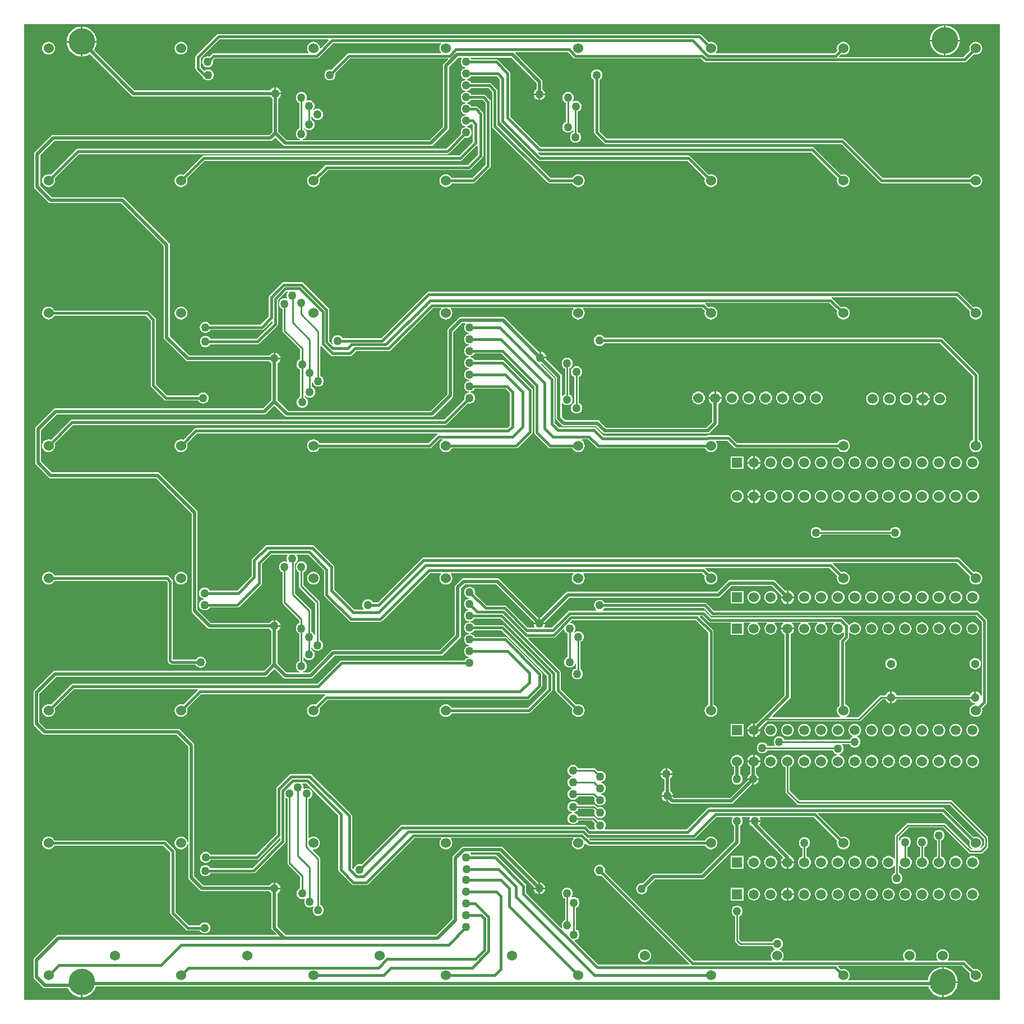
<source format=gbl>
G04 Layer_Physical_Order=2*
G04 Layer_Color=16711680*
%FSLAX25Y25*%
%MOIN*%
G70*
G01*
G75*
%ADD15C,0.01500*%
%ADD16C,0.01000*%
%ADD17C,0.02000*%
%ADD18C,0.06000*%
%ADD19R,0.06000X0.06000*%
%ADD20R,0.05906X0.05906*%
%ADD21C,0.05906*%
%ADD22C,0.15748*%
%ADD23C,0.05118*%
%ADD24C,0.05000*%
G36*
X585209Y5342D02*
X5342D01*
Y585209D01*
X585209D01*
Y5342D01*
D02*
G37*
%LPC*%
G36*
X438500Y150969D02*
X437956Y150897D01*
X436983Y150494D01*
X436147Y149853D01*
X435506Y149017D01*
X435103Y148044D01*
X435031Y147500D01*
X438500D01*
Y150969D01*
D02*
G37*
G36*
X439500D02*
Y147500D01*
X442969D01*
X442897Y148044D01*
X442494Y149017D01*
X441853Y149853D01*
X441017Y150494D01*
X440044Y150897D01*
X439500Y150969D01*
D02*
G37*
G36*
X569000Y150820D02*
X568011Y150690D01*
X567090Y150308D01*
X566299Y149701D01*
X565692Y148910D01*
X565310Y147989D01*
X565180Y147000D01*
X565310Y146011D01*
X565692Y145090D01*
X566299Y144299D01*
X567090Y143692D01*
X568011Y143310D01*
X569000Y143180D01*
X569989Y143310D01*
X570910Y143692D01*
X571701Y144299D01*
X572308Y145090D01*
X572690Y146011D01*
X572820Y147000D01*
X572690Y147989D01*
X572308Y148910D01*
X571701Y149701D01*
X570910Y150308D01*
X569989Y150690D01*
X569000Y150820D01*
D02*
G37*
G36*
X549000D02*
X548011Y150690D01*
X547090Y150308D01*
X546299Y149701D01*
X545692Y148910D01*
X545310Y147989D01*
X545180Y147000D01*
X545310Y146011D01*
X545692Y145090D01*
X546299Y144299D01*
X547090Y143692D01*
X548011Y143310D01*
X549000Y143180D01*
X549989Y143310D01*
X550910Y143692D01*
X551701Y144299D01*
X552308Y145090D01*
X552690Y146011D01*
X552820Y147000D01*
X552690Y147989D01*
X552308Y148910D01*
X551701Y149701D01*
X550910Y150308D01*
X549989Y150690D01*
X549000Y150820D01*
D02*
G37*
G36*
X559000D02*
X558011Y150690D01*
X557090Y150308D01*
X556299Y149701D01*
X555692Y148910D01*
X555310Y147989D01*
X555180Y147000D01*
X555310Y146011D01*
X555692Y145090D01*
X556299Y144299D01*
X557090Y143692D01*
X558011Y143310D01*
X559000Y143180D01*
X559989Y143310D01*
X560910Y143692D01*
X561701Y144299D01*
X562308Y145090D01*
X562690Y146011D01*
X562820Y147000D01*
X562690Y147989D01*
X562308Y148910D01*
X561701Y149701D01*
X560910Y150308D01*
X559989Y150690D01*
X559000Y150820D01*
D02*
G37*
G36*
X499000Y169272D02*
X498024Y169144D01*
X497114Y168767D01*
X496333Y168167D01*
X495733Y167386D01*
X495356Y166476D01*
X495228Y165500D01*
X495356Y164524D01*
X495733Y163614D01*
X496333Y162832D01*
X497114Y162233D01*
X497614Y162026D01*
Y161484D01*
X497342Y161372D01*
X496655Y160845D01*
X496129Y160158D01*
X495986Y159813D01*
X457015D01*
X456872Y160158D01*
X456345Y160845D01*
X455658Y161372D01*
X454858Y161703D01*
X454000Y161816D01*
X453142Y161703D01*
X452342Y161372D01*
X451655Y160845D01*
X451128Y160158D01*
X450797Y159358D01*
X450684Y158500D01*
X450797Y157642D01*
X451128Y156842D01*
X451372Y156525D01*
X451125Y156025D01*
X447134D01*
X446872Y156658D01*
X446345Y157345D01*
X445658Y157871D01*
X444858Y158203D01*
X444000Y158316D01*
X443142Y158203D01*
X442342Y157871D01*
X441655Y157345D01*
X441128Y156658D01*
X440797Y155858D01*
X440684Y155000D01*
X440797Y154142D01*
X441128Y153342D01*
X441655Y152655D01*
X442342Y152129D01*
X443142Y151797D01*
X444000Y151684D01*
X444858Y151797D01*
X445658Y152129D01*
X446345Y152655D01*
X446872Y153342D01*
X446896Y153400D01*
X485897D01*
X486129Y152842D01*
X486655Y152155D01*
X487342Y151628D01*
X488142Y151297D01*
X488468Y151254D01*
Y150750D01*
X488011Y150690D01*
X487090Y150308D01*
X486299Y149701D01*
X485692Y148910D01*
X485310Y147989D01*
X485180Y147000D01*
X485310Y146011D01*
X485692Y145090D01*
X486299Y144299D01*
X487090Y143692D01*
X488011Y143310D01*
X489000Y143180D01*
X489989Y143310D01*
X490910Y143692D01*
X491701Y144299D01*
X492308Y145090D01*
X492690Y146011D01*
X492820Y147000D01*
X492690Y147989D01*
X492308Y148910D01*
X491701Y149701D01*
X490910Y150308D01*
X489989Y150690D01*
X489532Y150750D01*
Y151254D01*
X489858Y151297D01*
X490658Y151628D01*
X491345Y152155D01*
X491872Y152842D01*
X492203Y153642D01*
X492316Y154500D01*
X492203Y155358D01*
X491872Y156158D01*
X491465Y156687D01*
X491675Y157187D01*
X495986D01*
X496129Y156842D01*
X496655Y156155D01*
X497342Y155629D01*
X498142Y155297D01*
X499000Y155184D01*
X499858Y155297D01*
X500658Y155629D01*
X501345Y156155D01*
X501871Y156842D01*
X502203Y157642D01*
X502316Y158500D01*
X502203Y159358D01*
X501871Y160158D01*
X501345Y160845D01*
X500658Y161372D01*
X500386Y161484D01*
Y162026D01*
X500886Y162233D01*
X501667Y162832D01*
X502267Y163614D01*
X502644Y164524D01*
X502772Y165500D01*
X502644Y166476D01*
X502267Y167386D01*
X501667Y168167D01*
X500886Y168767D01*
X499976Y169144D01*
X499000Y169272D01*
D02*
G37*
G36*
X459000D02*
X458024Y169144D01*
X457114Y168767D01*
X456332Y168167D01*
X455733Y167386D01*
X455356Y166476D01*
X455228Y165500D01*
X455356Y164524D01*
X455733Y163614D01*
X456332Y162832D01*
X457114Y162233D01*
X458024Y161856D01*
X459000Y161728D01*
X459976Y161856D01*
X460886Y162233D01*
X461667Y162832D01*
X462267Y163614D01*
X462644Y164524D01*
X462772Y165500D01*
X462644Y166476D01*
X462267Y167386D01*
X461667Y168167D01*
X460886Y168767D01*
X459976Y169144D01*
X459000Y169272D01*
D02*
G37*
G36*
X469000D02*
X468024Y169144D01*
X467114Y168767D01*
X466332Y168167D01*
X465733Y167386D01*
X465356Y166476D01*
X465228Y165500D01*
X465356Y164524D01*
X465733Y163614D01*
X466332Y162832D01*
X467114Y162233D01*
X468024Y161856D01*
X469000Y161728D01*
X469976Y161856D01*
X470886Y162233D01*
X471667Y162832D01*
X472267Y163614D01*
X472644Y164524D01*
X472772Y165500D01*
X472644Y166476D01*
X472267Y167386D01*
X471667Y168167D01*
X470886Y168767D01*
X469976Y169144D01*
X469000Y169272D01*
D02*
G37*
G36*
X449000D02*
X448024Y169144D01*
X447114Y168767D01*
X446333Y168167D01*
X445733Y167386D01*
X445356Y166476D01*
X445228Y165500D01*
X445356Y164524D01*
X445733Y163614D01*
X446333Y162832D01*
X447114Y162233D01*
X448024Y161856D01*
X449000Y161728D01*
X449976Y161856D01*
X450886Y162233D01*
X451667Y162832D01*
X452267Y163614D01*
X452644Y164524D01*
X452772Y165500D01*
X452644Y166476D01*
X452267Y167386D01*
X451667Y168167D01*
X450886Y168767D01*
X449976Y169144D01*
X449000Y169272D01*
D02*
G37*
G36*
X438500Y165000D02*
X435079D01*
X435149Y164468D01*
X435547Y163507D01*
X436181Y162681D01*
X437007Y162047D01*
X437968Y161649D01*
X438500Y161579D01*
Y165000D01*
D02*
G37*
G36*
X442921D02*
X439500D01*
Y161579D01*
X440032Y161649D01*
X440993Y162047D01*
X441819Y162681D01*
X442453Y163507D01*
X442851Y164468D01*
X442921Y165000D01*
D02*
G37*
G36*
X539000Y150820D02*
X538011Y150690D01*
X537090Y150308D01*
X536299Y149701D01*
X535692Y148910D01*
X535310Y147989D01*
X535180Y147000D01*
X535310Y146011D01*
X535692Y145090D01*
X536299Y144299D01*
X537090Y143692D01*
X538011Y143310D01*
X539000Y143180D01*
X539989Y143310D01*
X540910Y143692D01*
X541701Y144299D01*
X542308Y145090D01*
X542690Y146011D01*
X542820Y147000D01*
X542690Y147989D01*
X542308Y148910D01*
X541701Y149701D01*
X540910Y150308D01*
X539989Y150690D01*
X539000Y150820D01*
D02*
G37*
G36*
X387500Y142964D02*
Y140000D01*
X390464D01*
X390410Y140414D01*
X390057Y141265D01*
X389496Y141996D01*
X388765Y142557D01*
X387914Y142910D01*
X387500Y142964D01*
D02*
G37*
G36*
X449000Y150820D02*
X448011Y150690D01*
X447090Y150308D01*
X446299Y149701D01*
X445692Y148910D01*
X445310Y147989D01*
X445180Y147000D01*
X445310Y146011D01*
X445692Y145090D01*
X446299Y144299D01*
X447090Y143692D01*
X448011Y143310D01*
X449000Y143180D01*
X449989Y143310D01*
X450910Y143692D01*
X451701Y144299D01*
X452308Y145090D01*
X452690Y146011D01*
X452820Y147000D01*
X452690Y147989D01*
X452308Y148910D01*
X451701Y149701D01*
X450910Y150308D01*
X449989Y150690D01*
X449000Y150820D01*
D02*
G37*
G36*
X386500Y142964D02*
X386086Y142910D01*
X385235Y142557D01*
X384504Y141996D01*
X383943Y141265D01*
X383590Y140414D01*
X383536Y140000D01*
X386500D01*
Y142964D01*
D02*
G37*
G36*
X429000Y150820D02*
X428011Y150690D01*
X427090Y150308D01*
X426299Y149701D01*
X425692Y148910D01*
X425310Y147989D01*
X425180Y147000D01*
X425310Y146011D01*
X425692Y145090D01*
X426299Y144299D01*
X427090Y143692D01*
X427178Y143655D01*
Y139245D01*
X426655Y138845D01*
X426128Y138158D01*
X425797Y137358D01*
X425684Y136500D01*
X425797Y135642D01*
X426128Y134842D01*
X426655Y134155D01*
X427342Y133628D01*
X428142Y133297D01*
X429000Y133184D01*
X429858Y133297D01*
X430658Y133628D01*
X431345Y134155D01*
X431872Y134842D01*
X432203Y135642D01*
X432316Y136500D01*
X432203Y137358D01*
X431872Y138158D01*
X431345Y138845D01*
X430822Y139245D01*
Y143655D01*
X430910Y143692D01*
X431701Y144299D01*
X432308Y145090D01*
X432690Y146011D01*
X432820Y147000D01*
X432690Y147989D01*
X432308Y148910D01*
X431701Y149701D01*
X430910Y150308D01*
X429989Y150690D01*
X429000Y150820D01*
D02*
G37*
G36*
X442969Y146500D02*
X435031D01*
X435103Y145956D01*
X435506Y144983D01*
X436147Y144147D01*
X436678Y143740D01*
Y139513D01*
X436004Y138996D01*
X435443Y138265D01*
X435090Y137414D01*
X435036Y137000D01*
X441964D01*
X441910Y137414D01*
X441557Y138265D01*
X440996Y138996D01*
X440322Y139513D01*
Y143218D01*
X441017Y143506D01*
X441853Y144147D01*
X442494Y144983D01*
X442897Y145956D01*
X442969Y146500D01*
D02*
G37*
G36*
X469000Y150820D02*
X468011Y150690D01*
X467090Y150308D01*
X466299Y149701D01*
X465692Y148910D01*
X465310Y147989D01*
X465180Y147000D01*
X465310Y146011D01*
X465692Y145090D01*
X466299Y144299D01*
X467090Y143692D01*
X468011Y143310D01*
X469000Y143180D01*
X469989Y143310D01*
X470910Y143692D01*
X471701Y144299D01*
X472308Y145090D01*
X472690Y146011D01*
X472820Y147000D01*
X472690Y147989D01*
X472308Y148910D01*
X471701Y149701D01*
X470910Y150308D01*
X469989Y150690D01*
X469000Y150820D01*
D02*
G37*
G36*
X519000D02*
X518011Y150690D01*
X517090Y150308D01*
X516299Y149701D01*
X515692Y148910D01*
X515310Y147989D01*
X515180Y147000D01*
X515310Y146011D01*
X515692Y145090D01*
X516299Y144299D01*
X517090Y143692D01*
X518011Y143310D01*
X519000Y143180D01*
X519989Y143310D01*
X520910Y143692D01*
X521701Y144299D01*
X522308Y145090D01*
X522690Y146011D01*
X522820Y147000D01*
X522690Y147989D01*
X522308Y148910D01*
X521701Y149701D01*
X520910Y150308D01*
X519989Y150690D01*
X519000Y150820D01*
D02*
G37*
G36*
X529000D02*
X528011Y150690D01*
X527090Y150308D01*
X526299Y149701D01*
X525692Y148910D01*
X525310Y147989D01*
X525180Y147000D01*
X525310Y146011D01*
X525692Y145090D01*
X526299Y144299D01*
X527090Y143692D01*
X528011Y143310D01*
X529000Y143180D01*
X529989Y143310D01*
X530910Y143692D01*
X531701Y144299D01*
X532308Y145090D01*
X532690Y146011D01*
X532820Y147000D01*
X532690Y147989D01*
X532308Y148910D01*
X531701Y149701D01*
X530910Y150308D01*
X529989Y150690D01*
X529000Y150820D01*
D02*
G37*
G36*
X509000D02*
X508011Y150690D01*
X507090Y150308D01*
X506299Y149701D01*
X505692Y148910D01*
X505310Y147989D01*
X505180Y147000D01*
X505310Y146011D01*
X505692Y145090D01*
X506299Y144299D01*
X507090Y143692D01*
X508011Y143310D01*
X509000Y143180D01*
X509989Y143310D01*
X510910Y143692D01*
X511701Y144299D01*
X512308Y145090D01*
X512690Y146011D01*
X512820Y147000D01*
X512690Y147989D01*
X512308Y148910D01*
X511701Y149701D01*
X510910Y150308D01*
X509989Y150690D01*
X509000Y150820D01*
D02*
G37*
G36*
X479000D02*
X478011Y150690D01*
X477090Y150308D01*
X476299Y149701D01*
X475692Y148910D01*
X475310Y147989D01*
X475180Y147000D01*
X475310Y146011D01*
X475692Y145090D01*
X476299Y144299D01*
X477090Y143692D01*
X478011Y143310D01*
X479000Y143180D01*
X479989Y143310D01*
X480910Y143692D01*
X481701Y144299D01*
X482308Y145090D01*
X482690Y146011D01*
X482820Y147000D01*
X482690Y147989D01*
X482308Y148910D01*
X481701Y149701D01*
X480910Y150308D01*
X479989Y150690D01*
X479000Y150820D01*
D02*
G37*
G36*
X499000D02*
X498011Y150690D01*
X497090Y150308D01*
X496299Y149701D01*
X495692Y148910D01*
X495310Y147989D01*
X495180Y147000D01*
X495310Y146011D01*
X495692Y145090D01*
X496299Y144299D01*
X497090Y143692D01*
X498011Y143310D01*
X499000Y143180D01*
X499989Y143310D01*
X500910Y143692D01*
X501701Y144299D01*
X502308Y145090D01*
X502690Y146011D01*
X502820Y147000D01*
X502690Y147989D01*
X502308Y148910D01*
X501701Y149701D01*
X500910Y150308D01*
X499989Y150690D01*
X499000Y150820D01*
D02*
G37*
G36*
X479000Y169272D02*
X478024Y169144D01*
X477114Y168767D01*
X476333Y168167D01*
X475733Y167386D01*
X475356Y166476D01*
X475228Y165500D01*
X475356Y164524D01*
X475733Y163614D01*
X476333Y162832D01*
X477114Y162233D01*
X478024Y161856D01*
X479000Y161728D01*
X479976Y161856D01*
X480886Y162233D01*
X481668Y162832D01*
X482267Y163614D01*
X482644Y164524D01*
X482772Y165500D01*
X482644Y166476D01*
X482267Y167386D01*
X481668Y168167D01*
X480886Y168767D01*
X479976Y169144D01*
X479000Y169272D01*
D02*
G37*
G36*
X519000Y229772D02*
X518024Y229644D01*
X517114Y229267D01*
X516332Y228667D01*
X515733Y227886D01*
X515356Y226976D01*
X515228Y226000D01*
X515356Y225024D01*
X515733Y224114D01*
X516332Y223333D01*
X517114Y222733D01*
X518024Y222356D01*
X519000Y222228D01*
X519976Y222356D01*
X520886Y222733D01*
X521667Y223333D01*
X522267Y224114D01*
X522644Y225024D01*
X522772Y226000D01*
X522644Y226976D01*
X522267Y227886D01*
X521667Y228667D01*
X520886Y229267D01*
X519976Y229644D01*
X519000Y229772D01*
D02*
G37*
G36*
X529000D02*
X528024Y229644D01*
X527114Y229267D01*
X526333Y228667D01*
X525733Y227886D01*
X525356Y226976D01*
X525228Y226000D01*
X525356Y225024D01*
X525733Y224114D01*
X526333Y223333D01*
X527114Y222733D01*
X528024Y222356D01*
X529000Y222228D01*
X529976Y222356D01*
X530886Y222733D01*
X531668Y223333D01*
X532267Y224114D01*
X532644Y225024D01*
X532772Y226000D01*
X532644Y226976D01*
X532267Y227886D01*
X531668Y228667D01*
X530886Y229267D01*
X529976Y229644D01*
X529000Y229772D01*
D02*
G37*
G36*
X509000D02*
X508024Y229644D01*
X507114Y229267D01*
X506332Y228667D01*
X505733Y227886D01*
X505356Y226976D01*
X505228Y226000D01*
X505356Y225024D01*
X505733Y224114D01*
X506332Y223333D01*
X507114Y222733D01*
X508024Y222356D01*
X509000Y222228D01*
X509976Y222356D01*
X510886Y222733D01*
X511667Y223333D01*
X512267Y224114D01*
X512644Y225024D01*
X512772Y226000D01*
X512644Y226976D01*
X512267Y227886D01*
X511667Y228667D01*
X510886Y229267D01*
X509976Y229644D01*
X509000Y229772D01*
D02*
G37*
G36*
X570500Y208375D02*
X569626Y208260D01*
X568812Y207923D01*
X568113Y207387D01*
X567577Y206688D01*
X567240Y205874D01*
X567125Y205000D01*
X567240Y204126D01*
X567577Y203312D01*
X568113Y202613D01*
X568812Y202077D01*
X569626Y201740D01*
X570500Y201625D01*
X571374Y201740D01*
X572188Y202077D01*
X572887Y202613D01*
X573423Y203312D01*
X573760Y204126D01*
X573875Y205000D01*
X573760Y205874D01*
X573423Y206688D01*
X572887Y207387D01*
X572188Y207923D01*
X571374Y208260D01*
X570500Y208375D01*
D02*
G37*
G36*
X19685Y259726D02*
X18696Y259595D01*
X17775Y259214D01*
X16984Y258607D01*
X16377Y257816D01*
X15995Y256894D01*
X15865Y255906D01*
X15995Y254917D01*
X16377Y253995D01*
X16984Y253204D01*
X17775Y252597D01*
X18696Y252216D01*
X19685Y252085D01*
X20674Y252216D01*
X21595Y252597D01*
X22386Y253204D01*
X22993Y253995D01*
X23135Y254338D01*
X89445D01*
X90433Y253351D01*
Y207000D01*
X90552Y206400D01*
X90892Y205892D01*
X91955Y204829D01*
X92463Y204489D01*
X93063Y204369D01*
X107154D01*
X107191Y204279D01*
X107718Y203592D01*
X108405Y203065D01*
X109205Y202734D01*
X110063Y202621D01*
X110921Y202734D01*
X111721Y203065D01*
X112408Y203592D01*
X112935Y204279D01*
X113266Y205079D01*
X113379Y205937D01*
X113266Y206795D01*
X112935Y207595D01*
X112408Y208282D01*
X111721Y208809D01*
X110921Y209140D01*
X110063Y209253D01*
X109205Y209140D01*
X108405Y208809D01*
X107718Y208282D01*
X107191Y207595D01*
X107154Y207505D01*
X93712D01*
X93568Y207649D01*
Y254000D01*
X93448Y254600D01*
X93108Y255108D01*
X91203Y257014D01*
X90694Y257354D01*
X90095Y257473D01*
X23135D01*
X22993Y257816D01*
X22386Y258607D01*
X21595Y259214D01*
X20674Y259595D01*
X19685Y259726D01*
D02*
G37*
G36*
X539000Y229772D02*
X538024Y229644D01*
X537114Y229267D01*
X536333Y228667D01*
X535733Y227886D01*
X535356Y226976D01*
X535228Y226000D01*
X535356Y225024D01*
X535733Y224114D01*
X536333Y223333D01*
X537114Y222733D01*
X538024Y222356D01*
X539000Y222228D01*
X539976Y222356D01*
X540886Y222733D01*
X541668Y223333D01*
X542267Y224114D01*
X542644Y225024D01*
X542772Y226000D01*
X542644Y226976D01*
X542267Y227886D01*
X541668Y228667D01*
X540886Y229267D01*
X539976Y229644D01*
X539000Y229772D01*
D02*
G37*
G36*
X154500Y230964D02*
Y228000D01*
X157464D01*
X157410Y228414D01*
X157057Y229265D01*
X156496Y229996D01*
X155765Y230557D01*
X154914Y230910D01*
X154500Y230964D01*
D02*
G37*
G36*
X458500Y244000D02*
X455031D01*
X455103Y243456D01*
X455506Y242483D01*
X456147Y241647D01*
X456983Y241006D01*
X457956Y240603D01*
X458500Y240531D01*
Y244000D01*
D02*
G37*
G36*
X569000Y229772D02*
X568024Y229644D01*
X567114Y229267D01*
X566332Y228667D01*
X565733Y227886D01*
X565356Y226976D01*
X565228Y226000D01*
X565356Y225024D01*
X565733Y224114D01*
X566332Y223333D01*
X567114Y222733D01*
X568024Y222356D01*
X569000Y222228D01*
X569976Y222356D01*
X570886Y222733D01*
X571667Y223333D01*
X572267Y224114D01*
X572644Y225024D01*
X572772Y226000D01*
X572644Y226976D01*
X572267Y227886D01*
X571667Y228667D01*
X570886Y229267D01*
X569976Y229644D01*
X569000Y229772D01*
D02*
G37*
G36*
X549000D02*
X548024Y229644D01*
X547114Y229267D01*
X546333Y228667D01*
X545733Y227886D01*
X545356Y226976D01*
X545228Y226000D01*
X545356Y225024D01*
X545733Y224114D01*
X546333Y223333D01*
X547114Y222733D01*
X548024Y222356D01*
X549000Y222228D01*
X549976Y222356D01*
X550886Y222733D01*
X551667Y223333D01*
X552267Y224114D01*
X552644Y225024D01*
X552772Y226000D01*
X552644Y226976D01*
X552267Y227886D01*
X551667Y228667D01*
X550886Y229267D01*
X549976Y229644D01*
X549000Y229772D01*
D02*
G37*
G36*
X559000D02*
X558024Y229644D01*
X557114Y229267D01*
X556332Y228667D01*
X555733Y227886D01*
X555356Y226976D01*
X555228Y226000D01*
X555356Y225024D01*
X555733Y224114D01*
X556332Y223333D01*
X557114Y222733D01*
X558024Y222356D01*
X559000Y222228D01*
X559976Y222356D01*
X560886Y222733D01*
X561667Y223333D01*
X562267Y224114D01*
X562644Y225024D01*
X562772Y226000D01*
X562644Y226976D01*
X562267Y227886D01*
X561667Y228667D01*
X560886Y229267D01*
X559976Y229644D01*
X559000Y229772D01*
D02*
G37*
G36*
X520500Y208375D02*
X519626Y208260D01*
X518812Y207923D01*
X518113Y207387D01*
X517577Y206688D01*
X517240Y205874D01*
X517125Y205000D01*
X517240Y204126D01*
X517577Y203312D01*
X518113Y202613D01*
X518812Y202077D01*
X519626Y201740D01*
X520500Y201625D01*
X521374Y201740D01*
X522188Y202077D01*
X522887Y202613D01*
X523423Y203312D01*
X523760Y204126D01*
X523875Y205000D01*
X523760Y205874D01*
X523423Y206688D01*
X522887Y207387D01*
X522188Y207923D01*
X521374Y208260D01*
X520500Y208375D01*
D02*
G37*
G36*
X529000Y169272D02*
X528024Y169144D01*
X527114Y168767D01*
X526333Y168167D01*
X525733Y167386D01*
X525356Y166476D01*
X525228Y165500D01*
X525356Y164524D01*
X525733Y163614D01*
X526333Y162832D01*
X527114Y162233D01*
X528024Y161856D01*
X529000Y161728D01*
X529976Y161856D01*
X530886Y162233D01*
X531668Y162832D01*
X532267Y163614D01*
X532644Y164524D01*
X532772Y165500D01*
X532644Y166476D01*
X532267Y167386D01*
X531668Y168167D01*
X530886Y168767D01*
X529976Y169144D01*
X529000Y169272D01*
D02*
G37*
G36*
X539000D02*
X538024Y169144D01*
X537114Y168767D01*
X536333Y168167D01*
X535733Y167386D01*
X535356Y166476D01*
X535228Y165500D01*
X535356Y164524D01*
X535733Y163614D01*
X536333Y162832D01*
X537114Y162233D01*
X538024Y161856D01*
X539000Y161728D01*
X539976Y161856D01*
X540886Y162233D01*
X541668Y162832D01*
X542267Y163614D01*
X542644Y164524D01*
X542772Y165500D01*
X542644Y166476D01*
X542267Y167386D01*
X541668Y168167D01*
X540886Y168767D01*
X539976Y169144D01*
X539000Y169272D01*
D02*
G37*
G36*
X519000D02*
X518024Y169144D01*
X517114Y168767D01*
X516332Y168167D01*
X515733Y167386D01*
X515356Y166476D01*
X515228Y165500D01*
X515356Y164524D01*
X515733Y163614D01*
X516332Y162832D01*
X517114Y162233D01*
X518024Y161856D01*
X519000Y161728D01*
X519976Y161856D01*
X520886Y162233D01*
X521667Y162832D01*
X522267Y163614D01*
X522644Y164524D01*
X522772Y165500D01*
X522644Y166476D01*
X522267Y167386D01*
X521667Y168167D01*
X520886Y168767D01*
X519976Y169144D01*
X519000Y169272D01*
D02*
G37*
G36*
X489000D02*
X488024Y169144D01*
X487114Y168767D01*
X486333Y168167D01*
X485733Y167386D01*
X485356Y166476D01*
X485228Y165500D01*
X485356Y164524D01*
X485733Y163614D01*
X486333Y162832D01*
X487114Y162233D01*
X488024Y161856D01*
X489000Y161728D01*
X489976Y161856D01*
X490886Y162233D01*
X491668Y162832D01*
X492267Y163614D01*
X492644Y164524D01*
X492772Y165500D01*
X492644Y166476D01*
X492267Y167386D01*
X491668Y168167D01*
X490886Y168767D01*
X489976Y169144D01*
X489000Y169272D01*
D02*
G37*
G36*
X509000D02*
X508024Y169144D01*
X507114Y168767D01*
X506332Y168167D01*
X505733Y167386D01*
X505356Y166476D01*
X505228Y165500D01*
X505356Y164524D01*
X505733Y163614D01*
X506332Y162832D01*
X507114Y162233D01*
X508024Y161856D01*
X509000Y161728D01*
X509976Y161856D01*
X510886Y162233D01*
X511667Y162832D01*
X512267Y163614D01*
X512644Y164524D01*
X512772Y165500D01*
X512644Y166476D01*
X512267Y167386D01*
X511667Y168167D01*
X510886Y168767D01*
X509976Y169144D01*
X509000Y169272D01*
D02*
G37*
G36*
X549000D02*
X548024Y169144D01*
X547114Y168767D01*
X546333Y168167D01*
X545733Y167386D01*
X545356Y166476D01*
X545228Y165500D01*
X545356Y164524D01*
X545733Y163614D01*
X546333Y162832D01*
X547114Y162233D01*
X548024Y161856D01*
X549000Y161728D01*
X549976Y161856D01*
X550886Y162233D01*
X551667Y162832D01*
X552267Y163614D01*
X552644Y164524D01*
X552772Y165500D01*
X552644Y166476D01*
X552267Y167386D01*
X551667Y168167D01*
X550886Y168767D01*
X549976Y169144D01*
X549000Y169272D01*
D02*
G37*
G36*
X438500Y169421D02*
X437968Y169351D01*
X437007Y168953D01*
X436181Y168319D01*
X435547Y167493D01*
X435149Y166532D01*
X435079Y166000D01*
X438500D01*
Y169421D01*
D02*
G37*
G36*
X270000Y250753D02*
X269142Y250640D01*
X268342Y250309D01*
X267655Y249782D01*
X267128Y249095D01*
X266797Y248295D01*
X266684Y247437D01*
X266797Y246579D01*
X267128Y245779D01*
X267655Y245092D01*
X268342Y244566D01*
X269142Y244234D01*
X269484Y244189D01*
Y243685D01*
X269142Y243640D01*
X268342Y243309D01*
X267655Y242782D01*
X267128Y242095D01*
X266797Y241295D01*
X266684Y240437D01*
X266797Y239579D01*
X267128Y238779D01*
X267655Y238092D01*
X268342Y237565D01*
X269142Y237234D01*
X269245Y237221D01*
Y236716D01*
X269142Y236703D01*
X268342Y236371D01*
X267655Y235845D01*
X267128Y235158D01*
X266797Y234358D01*
X266684Y233500D01*
X266797Y232642D01*
X267128Y231842D01*
X267655Y231155D01*
X268342Y230628D01*
X269142Y230297D01*
X269723Y230221D01*
Y229716D01*
X269142Y229640D01*
X268342Y229309D01*
X267655Y228782D01*
X267128Y228095D01*
X266797Y227295D01*
X266684Y226437D01*
X266797Y225579D01*
X267128Y224779D01*
X267655Y224092D01*
X268342Y223566D01*
X269142Y223234D01*
X269484Y223189D01*
Y222685D01*
X269142Y222640D01*
X268342Y222309D01*
X267655Y221782D01*
X267128Y221095D01*
X266797Y220295D01*
X266684Y219437D01*
X266797Y218579D01*
X267128Y217779D01*
X267655Y217092D01*
X268342Y216565D01*
X269142Y216234D01*
X269484Y216189D01*
Y215685D01*
X269142Y215640D01*
X268342Y215309D01*
X267655Y214782D01*
X267128Y214095D01*
X266797Y213295D01*
X266684Y212437D01*
X266797Y211579D01*
X267128Y210779D01*
X267655Y210092D01*
X268342Y209565D01*
X269142Y209234D01*
X269484Y209189D01*
Y208685D01*
X269142Y208640D01*
X268342Y208309D01*
X267655Y207782D01*
X267128Y207095D01*
X267091Y207004D01*
X193937D01*
X193337Y206885D01*
X192829Y206545D01*
X179351Y193068D01*
X34020D01*
X33420Y192948D01*
X32911Y192608D01*
X21016Y180713D01*
X20674Y180855D01*
X19685Y180985D01*
X18696Y180855D01*
X17775Y180474D01*
X16984Y179867D01*
X16377Y179075D01*
X15995Y178154D01*
X15865Y177165D01*
X15995Y176177D01*
X16377Y175255D01*
X16984Y174464D01*
X17775Y173857D01*
X18696Y173475D01*
X19685Y173345D01*
X20674Y173475D01*
X21595Y173857D01*
X22386Y174464D01*
X22993Y175255D01*
X23375Y176177D01*
X23505Y177165D01*
X23375Y178154D01*
X23233Y178497D01*
X34669Y189933D01*
X108268D01*
X108475Y189433D01*
X99756Y180713D01*
X99414Y180855D01*
X98425Y180985D01*
X97436Y180855D01*
X96515Y180474D01*
X95724Y179867D01*
X95117Y179075D01*
X94735Y178154D01*
X94605Y177165D01*
X94735Y176177D01*
X95117Y175255D01*
X95724Y174464D01*
X96515Y173857D01*
X97436Y173475D01*
X98425Y173345D01*
X99414Y173475D01*
X100335Y173857D01*
X101126Y174464D01*
X101734Y175255D01*
X102115Y176177D01*
X102245Y177165D01*
X102115Y178154D01*
X101973Y178497D01*
X110409Y186933D01*
X184205D01*
X184383Y186470D01*
X184377Y186433D01*
X183892Y186108D01*
X178497Y180713D01*
X178154Y180855D01*
X177165Y180985D01*
X176177Y180855D01*
X175255Y180474D01*
X174464Y179867D01*
X173857Y179075D01*
X173475Y178154D01*
X173345Y177165D01*
X173475Y176177D01*
X173857Y175255D01*
X174464Y174464D01*
X175255Y173857D01*
X176177Y173475D01*
X177165Y173345D01*
X178154Y173475D01*
X179075Y173857D01*
X179867Y174464D01*
X180474Y175255D01*
X180855Y176177D01*
X180985Y177165D01*
X180855Y178154D01*
X180713Y178497D01*
X185649Y183432D01*
X304500D01*
X305100Y183552D01*
X305608Y183892D01*
X312608Y190892D01*
X312948Y191400D01*
X313068Y192000D01*
Y199000D01*
X312948Y199600D01*
X312608Y200108D01*
X292171Y220545D01*
X291663Y220885D01*
X291063Y221005D01*
X272909D01*
X272871Y221095D01*
X272345Y221782D01*
X271658Y222309D01*
X270858Y222640D01*
X270516Y222685D01*
Y223189D01*
X270858Y223234D01*
X271658Y223566D01*
X272345Y224092D01*
X272871Y224779D01*
X272909Y224869D01*
X288914D01*
X315932Y197851D01*
Y190149D01*
X304516Y178733D01*
X259356D01*
X259214Y179075D01*
X258607Y179867D01*
X257816Y180474D01*
X256894Y180855D01*
X255906Y180985D01*
X254917Y180855D01*
X253995Y180474D01*
X253204Y179867D01*
X252597Y179075D01*
X252216Y178154D01*
X252085Y177165D01*
X252216Y176177D01*
X252597Y175255D01*
X253204Y174464D01*
X253995Y173857D01*
X254917Y173475D01*
X255906Y173345D01*
X256894Y173475D01*
X257816Y173857D01*
X258607Y174464D01*
X259214Y175255D01*
X259356Y175598D01*
X305165D01*
X305765Y175717D01*
X306274Y176057D01*
X318608Y188392D01*
X318948Y188900D01*
X319068Y189500D01*
Y198500D01*
X318948Y199100D01*
X318608Y199608D01*
X290671Y227545D01*
X290163Y227885D01*
X289563Y228005D01*
X272909D01*
X272871Y228095D01*
X272345Y228782D01*
X271658Y229309D01*
X270858Y229640D01*
X270277Y229716D01*
Y230221D01*
X270858Y230297D01*
X271658Y230628D01*
X272345Y231155D01*
X272871Y231842D01*
X272909Y231932D01*
X288351D01*
X320933Y199351D01*
Y189311D01*
X321052Y188711D01*
X321392Y188203D01*
X331098Y178497D01*
X330956Y178154D01*
X330826Y177165D01*
X330956Y176177D01*
X331337Y175255D01*
X331944Y174464D01*
X332736Y173857D01*
X333657Y173475D01*
X334646Y173345D01*
X335634Y173475D01*
X336556Y173857D01*
X337347Y174464D01*
X337954Y175255D01*
X338336Y176177D01*
X338466Y177165D01*
X338336Y178154D01*
X337954Y179075D01*
X337347Y179867D01*
X336556Y180474D01*
X335634Y180855D01*
X334646Y180985D01*
X333657Y180855D01*
X333314Y180713D01*
X324067Y189960D01*
Y200000D01*
X323948Y200600D01*
X323608Y201108D01*
X304746Y219970D01*
X304938Y220432D01*
X319790D01*
X320390Y220552D01*
X320899Y220892D01*
X325718Y225711D01*
X326246Y225532D01*
X326297Y225142D01*
X326628Y224342D01*
X327155Y223655D01*
X327842Y223129D01*
X328187Y222985D01*
Y209015D01*
X327842Y208872D01*
X327155Y208345D01*
X326628Y207658D01*
X326297Y206858D01*
X326184Y206000D01*
X326297Y205142D01*
X326628Y204342D01*
X327155Y203655D01*
X327842Y203129D01*
X328642Y202797D01*
X329500Y202684D01*
X330358Y202797D01*
X331158Y203129D01*
X331845Y203655D01*
X332371Y204342D01*
X332703Y205142D01*
X332762Y205593D01*
X333262Y205560D01*
Y202219D01*
X333142Y202203D01*
X332342Y201871D01*
X331655Y201345D01*
X331129Y200658D01*
X330797Y199858D01*
X330684Y199000D01*
X330797Y198142D01*
X331129Y197342D01*
X331655Y196655D01*
X332342Y196128D01*
X333142Y195797D01*
X334000Y195684D01*
X334858Y195797D01*
X335658Y196128D01*
X336345Y196655D01*
X336872Y197342D01*
X337203Y198142D01*
X337316Y199000D01*
X337203Y199858D01*
X336872Y200658D01*
X336345Y201345D01*
X335887Y201695D01*
Y218016D01*
X336158Y218128D01*
X336845Y218655D01*
X337371Y219342D01*
X337703Y220142D01*
X337816Y221000D01*
X337703Y221858D01*
X337371Y222658D01*
X336845Y223345D01*
X336158Y223871D01*
X335358Y224203D01*
X334500Y224316D01*
X333642Y224203D01*
X332842Y223871D01*
X332358Y223500D01*
X332352Y223496D01*
X331996Y223852D01*
X332000Y223858D01*
X332371Y224342D01*
X332703Y225142D01*
X332816Y226000D01*
X332703Y226858D01*
X332371Y227658D01*
X331845Y228345D01*
X331158Y228871D01*
X330358Y229203D01*
X329968Y229254D01*
X329789Y229782D01*
X330940Y230932D01*
X404351D01*
X411818Y223465D01*
Y180615D01*
X411476Y180474D01*
X410685Y179867D01*
X410077Y179075D01*
X409696Y178154D01*
X409566Y177165D01*
X409696Y176177D01*
X410077Y175255D01*
X410685Y174464D01*
X411476Y173857D01*
X412397Y173475D01*
X413386Y173345D01*
X414374Y173475D01*
X415296Y173857D01*
X416087Y174464D01*
X416694Y175255D01*
X417076Y176177D01*
X417206Y177165D01*
X417076Y178154D01*
X416694Y179075D01*
X416087Y179867D01*
X415296Y180474D01*
X414953Y180615D01*
Y224114D01*
X414834Y224714D01*
X414494Y225223D01*
X406746Y232970D01*
X406938Y233433D01*
X408351D01*
X411892Y229892D01*
X412400Y229552D01*
X413000Y229433D01*
X425260D01*
Y222260D01*
X432740D01*
Y229433D01*
X436508D01*
X436678Y228932D01*
X436333Y228667D01*
X435733Y227886D01*
X435356Y226976D01*
X435228Y226000D01*
X435356Y225024D01*
X435733Y224114D01*
X436333Y223333D01*
X437114Y222733D01*
X438024Y222356D01*
X439000Y222228D01*
X439976Y222356D01*
X440886Y222733D01*
X441668Y223333D01*
X442267Y224114D01*
X442644Y225024D01*
X442772Y226000D01*
X442644Y226976D01*
X442267Y227886D01*
X441668Y228667D01*
X441322Y228932D01*
X441492Y229433D01*
X446508D01*
X446678Y228932D01*
X446333Y228667D01*
X445733Y227886D01*
X445356Y226976D01*
X445228Y226000D01*
X445356Y225024D01*
X445733Y224114D01*
X446333Y223333D01*
X447114Y222733D01*
X448024Y222356D01*
X449000Y222228D01*
X449976Y222356D01*
X450886Y222733D01*
X451667Y223333D01*
X452267Y224114D01*
X452644Y225024D01*
X452772Y226000D01*
X452644Y226976D01*
X452267Y227886D01*
X451667Y228667D01*
X451322Y228932D01*
X451492Y229433D01*
X456202D01*
X456363Y228959D01*
X456181Y228819D01*
X455547Y227993D01*
X455149Y227032D01*
X455079Y226500D01*
X462921D01*
X462851Y227032D01*
X462453Y227993D01*
X461819Y228819D01*
X461637Y228959D01*
X461798Y229433D01*
X466508D01*
X466678Y228932D01*
X466332Y228667D01*
X465733Y227886D01*
X465356Y226976D01*
X465228Y226000D01*
X465356Y225024D01*
X465733Y224114D01*
X466332Y223333D01*
X467114Y222733D01*
X468024Y222356D01*
X469000Y222228D01*
X469976Y222356D01*
X470886Y222733D01*
X471667Y223333D01*
X472267Y224114D01*
X472644Y225024D01*
X472772Y226000D01*
X472644Y226976D01*
X472267Y227886D01*
X471667Y228667D01*
X471322Y228932D01*
X471492Y229433D01*
X476508D01*
X476678Y228932D01*
X476333Y228667D01*
X475733Y227886D01*
X475356Y226976D01*
X475228Y226000D01*
X475356Y225024D01*
X475733Y224114D01*
X476333Y223333D01*
X477114Y222733D01*
X478024Y222356D01*
X479000Y222228D01*
X479976Y222356D01*
X480886Y222733D01*
X481668Y223333D01*
X482267Y224114D01*
X482644Y225024D01*
X482772Y226000D01*
X482644Y226976D01*
X482267Y227886D01*
X481668Y228667D01*
X481322Y228932D01*
X481492Y229433D01*
X486508D01*
X486678Y228932D01*
X486333Y228667D01*
X485733Y227886D01*
X485356Y226976D01*
X485228Y226000D01*
X485356Y225024D01*
X485733Y224114D01*
X486333Y223333D01*
X487114Y222733D01*
X488024Y222356D01*
X489000Y222228D01*
X489976Y222356D01*
X490886Y222733D01*
X491668Y223333D01*
X491932Y223678D01*
X492432Y223508D01*
Y221649D01*
X490392Y219608D01*
X490052Y219100D01*
X489932Y218500D01*
Y180256D01*
X489425Y179867D01*
X488818Y179075D01*
X488436Y178154D01*
X488306Y177165D01*
X488436Y176177D01*
X488818Y175255D01*
X489425Y174464D01*
X490216Y173857D01*
X490323Y173813D01*
X490224Y173313D01*
X450043D01*
X449852Y173775D01*
X460289Y184211D01*
X460289Y184211D01*
X460684Y184803D01*
X460822Y185500D01*
Y222476D01*
X460993Y222547D01*
X461819Y223181D01*
X462453Y224007D01*
X462851Y224968D01*
X462921Y225500D01*
X455079D01*
X455149Y224968D01*
X455547Y224007D01*
X456181Y223181D01*
X457007Y222547D01*
X457178Y222476D01*
Y186255D01*
X444211Y173289D01*
X444011Y172989D01*
X443711Y172789D01*
X440203Y169280D01*
X440032Y169351D01*
X439500Y169421D01*
Y166000D01*
X442921D01*
X442851Y166532D01*
X442780Y166703D01*
X446289Y170211D01*
X446489Y170511D01*
X446753Y170687D01*
X501500D01*
X502002Y170787D01*
X502428Y171072D01*
X515044Y183687D01*
X517191D01*
X517391Y183205D01*
X517962Y182462D01*
X518705Y181891D01*
X519571Y181533D01*
X520000Y181476D01*
Y185000D01*
Y188524D01*
X519571Y188467D01*
X518705Y188109D01*
X517962Y187538D01*
X517391Y186795D01*
X517191Y186313D01*
X514500D01*
X513998Y186213D01*
X513572Y185928D01*
X500956Y173313D01*
X494028D01*
X493929Y173813D01*
X494036Y173857D01*
X494827Y174464D01*
X495434Y175255D01*
X495816Y176177D01*
X495946Y177165D01*
X495816Y178154D01*
X495434Y179075D01*
X494827Y179867D01*
X494036Y180474D01*
X493115Y180855D01*
X493068Y180861D01*
Y217851D01*
X495108Y219892D01*
X495448Y220400D01*
X495568Y221000D01*
Y223508D01*
X496067Y223678D01*
X496333Y223333D01*
X497114Y222733D01*
X498024Y222356D01*
X499000Y222228D01*
X499976Y222356D01*
X500886Y222733D01*
X501667Y223333D01*
X502267Y224114D01*
X502644Y225024D01*
X502772Y226000D01*
X502644Y226976D01*
X502267Y227886D01*
X501667Y228667D01*
X500886Y229267D01*
X499976Y229644D01*
X499000Y229772D01*
X498024Y229644D01*
X497114Y229267D01*
X496333Y228667D01*
X495900Y228104D01*
X495869Y228094D01*
X495322Y228138D01*
X495108Y228458D01*
X491458Y232108D01*
X490950Y232448D01*
X490350Y232568D01*
X413649D01*
X410108Y236108D01*
X409600Y236448D01*
X409000Y236567D01*
X349468D01*
X349299Y237068D01*
X349657Y237343D01*
X350184Y238030D01*
X350222Y238120D01*
X409163D01*
X413392Y233892D01*
X413900Y233552D01*
X414500Y233433D01*
X570851D01*
X574433Y229851D01*
Y186047D01*
X573967Y185929D01*
X573609Y186795D01*
X573038Y187538D01*
X572295Y188109D01*
X571429Y188467D01*
X571000Y188524D01*
Y185000D01*
X570000D01*
Y188524D01*
X569571Y188467D01*
X568705Y188109D01*
X567962Y187538D01*
X567391Y186795D01*
X567191Y186313D01*
X523809D01*
X523609Y186795D01*
X523038Y187538D01*
X522295Y188109D01*
X521429Y188467D01*
X521000Y188524D01*
Y185000D01*
Y181476D01*
X521429Y181533D01*
X522295Y181891D01*
X523038Y182462D01*
X523609Y183205D01*
X523809Y183687D01*
X567191D01*
X567391Y183205D01*
X567962Y182462D01*
X568705Y181891D01*
X569571Y181533D01*
X570381Y181426D01*
Y180922D01*
X569877Y180855D01*
X568956Y180474D01*
X568165Y179867D01*
X567558Y179075D01*
X567176Y178154D01*
X567046Y177165D01*
X567176Y176177D01*
X567558Y175255D01*
X568165Y174464D01*
X568956Y173857D01*
X569877Y173475D01*
X570866Y173345D01*
X571855Y173475D01*
X572776Y173857D01*
X573567Y174464D01*
X574174Y175255D01*
X574556Y176177D01*
X574686Y177165D01*
X574556Y178154D01*
X574414Y178497D01*
X577108Y181191D01*
X577448Y181699D01*
X577567Y182299D01*
Y230500D01*
X577448Y231100D01*
X577108Y231608D01*
X572608Y236108D01*
X572100Y236448D01*
X571500Y236567D01*
X415149D01*
X410921Y240796D01*
X410413Y241136D01*
X409813Y241255D01*
X350222D01*
X350184Y241345D01*
X349657Y242032D01*
X348971Y242559D01*
X348171Y242890D01*
X347313Y243003D01*
X346454Y242890D01*
X345655Y242559D01*
X344968Y242032D01*
X344441Y241345D01*
X344110Y240546D01*
X343997Y239687D01*
X344110Y238829D01*
X344441Y238030D01*
X344968Y237343D01*
X345327Y237068D01*
X345157Y236567D01*
X329555D01*
X328956Y236448D01*
X328447Y236108D01*
X318869Y226530D01*
X314582D01*
X314361Y226979D01*
X314557Y227235D01*
X314910Y228086D01*
X314964Y228500D01*
X308036D01*
X308090Y228086D01*
X308443Y227235D01*
X308639Y226979D01*
X308418Y226530D01*
X304656D01*
X292003Y239183D01*
X291495Y239523D01*
X290895Y239642D01*
X280012D01*
X273165Y246488D01*
X273203Y246579D01*
X273316Y247437D01*
X273203Y248295D01*
X272871Y249095D01*
X272345Y249782D01*
X271658Y250309D01*
X270858Y250640D01*
X270000Y250753D01*
D02*
G37*
G36*
X432740Y169240D02*
X425260D01*
Y161760D01*
X432740D01*
Y169240D01*
D02*
G37*
G36*
X559000Y169272D02*
X558024Y169144D01*
X557114Y168767D01*
X556332Y168167D01*
X555733Y167386D01*
X555356Y166476D01*
X555228Y165500D01*
X555356Y164524D01*
X555733Y163614D01*
X556332Y162832D01*
X557114Y162233D01*
X558024Y161856D01*
X559000Y161728D01*
X559976Y161856D01*
X560886Y162233D01*
X561667Y162832D01*
X562267Y163614D01*
X562644Y164524D01*
X562772Y165500D01*
X562644Y166476D01*
X562267Y167386D01*
X561667Y168167D01*
X560886Y168767D01*
X559976Y169144D01*
X559000Y169272D01*
D02*
G37*
G36*
X569000D02*
X568024Y169144D01*
X567114Y168767D01*
X566332Y168167D01*
X565733Y167386D01*
X565356Y166476D01*
X565228Y165500D01*
X565356Y164524D01*
X565733Y163614D01*
X566332Y162832D01*
X567114Y162233D01*
X568024Y161856D01*
X569000Y161728D01*
X569976Y161856D01*
X570886Y162233D01*
X571667Y162832D01*
X572267Y163614D01*
X572644Y164524D01*
X572772Y165500D01*
X572644Y166476D01*
X572267Y167386D01*
X571667Y168167D01*
X570886Y168767D01*
X569976Y169144D01*
X569000Y169272D01*
D02*
G37*
G36*
X539000Y71772D02*
X538024Y71644D01*
X537114Y71267D01*
X536333Y70667D01*
X535733Y69886D01*
X535356Y68976D01*
X535228Y68000D01*
X535356Y67024D01*
X535733Y66114D01*
X536333Y65333D01*
X537114Y64733D01*
X538024Y64356D01*
X539000Y64228D01*
X539976Y64356D01*
X540886Y64733D01*
X541668Y65333D01*
X542267Y66114D01*
X542644Y67024D01*
X542772Y68000D01*
X542644Y68976D01*
X542267Y69886D01*
X541668Y70667D01*
X540886Y71267D01*
X539976Y71644D01*
X539000Y71772D01*
D02*
G37*
G36*
X549000D02*
X548024Y71644D01*
X547114Y71267D01*
X546333Y70667D01*
X545733Y69886D01*
X545356Y68976D01*
X545228Y68000D01*
X545356Y67024D01*
X545733Y66114D01*
X546333Y65333D01*
X547114Y64733D01*
X548024Y64356D01*
X549000Y64228D01*
X549976Y64356D01*
X550886Y64733D01*
X551667Y65333D01*
X552267Y66114D01*
X552644Y67024D01*
X552772Y68000D01*
X552644Y68976D01*
X552267Y69886D01*
X551667Y70667D01*
X550886Y71267D01*
X549976Y71644D01*
X549000Y71772D01*
D02*
G37*
G36*
X529000D02*
X528024Y71644D01*
X527114Y71267D01*
X526333Y70667D01*
X525733Y69886D01*
X525356Y68976D01*
X525228Y68000D01*
X525356Y67024D01*
X525733Y66114D01*
X526333Y65333D01*
X527114Y64733D01*
X528024Y64356D01*
X529000Y64228D01*
X529976Y64356D01*
X530886Y64733D01*
X531668Y65333D01*
X532267Y66114D01*
X532644Y67024D01*
X532772Y68000D01*
X532644Y68976D01*
X532267Y69886D01*
X531668Y70667D01*
X530886Y71267D01*
X529976Y71644D01*
X529000Y71772D01*
D02*
G37*
G36*
X509000D02*
X508024Y71644D01*
X507114Y71267D01*
X506332Y70667D01*
X505733Y69886D01*
X505356Y68976D01*
X505228Y68000D01*
X505356Y67024D01*
X505733Y66114D01*
X506332Y65333D01*
X507114Y64733D01*
X508024Y64356D01*
X509000Y64228D01*
X509976Y64356D01*
X510886Y64733D01*
X511667Y65333D01*
X512267Y66114D01*
X512644Y67024D01*
X512772Y68000D01*
X512644Y68976D01*
X512267Y69886D01*
X511667Y70667D01*
X510886Y71267D01*
X509976Y71644D01*
X509000Y71772D01*
D02*
G37*
G36*
X519000D02*
X518024Y71644D01*
X517114Y71267D01*
X516332Y70667D01*
X515733Y69886D01*
X515356Y68976D01*
X515228Y68000D01*
X515356Y67024D01*
X515733Y66114D01*
X516332Y65333D01*
X517114Y64733D01*
X518024Y64356D01*
X519000Y64228D01*
X519976Y64356D01*
X520886Y64733D01*
X521667Y65333D01*
X522267Y66114D01*
X522644Y67024D01*
X522772Y68000D01*
X522644Y68976D01*
X522267Y69886D01*
X521667Y70667D01*
X520886Y71267D01*
X519976Y71644D01*
X519000Y71772D01*
D02*
G37*
G36*
X559000D02*
X558024Y71644D01*
X557114Y71267D01*
X556332Y70667D01*
X555733Y69886D01*
X555356Y68976D01*
X555228Y68000D01*
X555356Y67024D01*
X555733Y66114D01*
X556332Y65333D01*
X557114Y64733D01*
X558024Y64356D01*
X559000Y64228D01*
X559976Y64356D01*
X560886Y64733D01*
X561667Y65333D01*
X562267Y66114D01*
X562644Y67024D01*
X562772Y68000D01*
X562644Y68976D01*
X562267Y69886D01*
X561667Y70667D01*
X560886Y71267D01*
X559976Y71644D01*
X559000Y71772D01*
D02*
G37*
G36*
X314964Y71000D02*
X312000D01*
Y68036D01*
X312414Y68090D01*
X313265Y68443D01*
X313996Y69004D01*
X314557Y69735D01*
X314910Y70586D01*
X314964Y71000D01*
D02*
G37*
G36*
X458500Y71921D02*
X457968Y71851D01*
X457007Y71453D01*
X456181Y70819D01*
X455547Y69993D01*
X455149Y69032D01*
X455079Y68500D01*
X458500D01*
Y71921D01*
D02*
G37*
G36*
X311000Y71000D02*
X308036D01*
X308090Y70586D01*
X308443Y69735D01*
X309004Y69004D01*
X309735Y68443D01*
X310586Y68090D01*
X311000Y68036D01*
Y71000D01*
D02*
G37*
G36*
X569000Y71772D02*
X568024Y71644D01*
X567114Y71267D01*
X566332Y70667D01*
X565733Y69886D01*
X565356Y68976D01*
X565228Y68000D01*
X565356Y67024D01*
X565733Y66114D01*
X566332Y65333D01*
X567114Y64733D01*
X568024Y64356D01*
X569000Y64228D01*
X569976Y64356D01*
X570886Y64733D01*
X571667Y65333D01*
X572267Y66114D01*
X572644Y67024D01*
X572772Y68000D01*
X572644Y68976D01*
X572267Y69886D01*
X571667Y70667D01*
X570886Y71267D01*
X569976Y71644D01*
X569000Y71772D01*
D02*
G37*
G36*
X432740Y71740D02*
X425260D01*
Y64260D01*
X432740D01*
Y71740D01*
D02*
G37*
G36*
X499000Y71772D02*
X498024Y71644D01*
X497114Y71267D01*
X496333Y70667D01*
X495733Y69886D01*
X495356Y68976D01*
X495228Y68000D01*
X495356Y67024D01*
X495733Y66114D01*
X496333Y65333D01*
X497114Y64733D01*
X498024Y64356D01*
X499000Y64228D01*
X499976Y64356D01*
X500886Y64733D01*
X501667Y65333D01*
X502267Y66114D01*
X502644Y67024D01*
X502772Y68000D01*
X502644Y68976D01*
X502267Y69886D01*
X501667Y70667D01*
X500886Y71267D01*
X499976Y71644D01*
X499000Y71772D01*
D02*
G37*
G36*
X19685Y102245D02*
X18696Y102115D01*
X17775Y101734D01*
X16984Y101126D01*
X16377Y100335D01*
X15995Y99414D01*
X15865Y98425D01*
X15995Y97436D01*
X16377Y96515D01*
X16984Y95724D01*
X17775Y95117D01*
X18696Y94735D01*
X19685Y94605D01*
X20674Y94735D01*
X21595Y95117D01*
X22386Y95724D01*
X22993Y96515D01*
X23135Y96858D01*
X87925D01*
X91932Y92851D01*
Y57000D01*
X92052Y56400D01*
X92392Y55892D01*
X101392Y46892D01*
X101900Y46552D01*
X102500Y46433D01*
X109591D01*
X109628Y46342D01*
X110155Y45655D01*
X110842Y45129D01*
X111642Y44797D01*
X112500Y44684D01*
X113358Y44797D01*
X114158Y45129D01*
X114845Y45655D01*
X115372Y46342D01*
X115703Y47142D01*
X115816Y48000D01*
X115703Y48858D01*
X115372Y49658D01*
X114845Y50345D01*
X114158Y50871D01*
X113358Y51203D01*
X112500Y51316D01*
X111642Y51203D01*
X110842Y50871D01*
X110155Y50345D01*
X109628Y49658D01*
X109591Y49567D01*
X103149D01*
X95068Y57649D01*
Y93500D01*
X94948Y94100D01*
X94608Y94608D01*
X89683Y99534D01*
X89175Y99873D01*
X88575Y99993D01*
X23135D01*
X22993Y100335D01*
X22386Y101126D01*
X21595Y101734D01*
X20674Y102115D01*
X19685Y102245D01*
D02*
G37*
G36*
X458500Y67500D02*
X455079D01*
X455149Y66968D01*
X455547Y66007D01*
X456181Y65181D01*
X457007Y64547D01*
X457968Y64149D01*
X458500Y64079D01*
Y67500D01*
D02*
G37*
G36*
X374016Y35316D02*
X373027Y35186D01*
X372106Y34804D01*
X371315Y34197D01*
X370707Y33406D01*
X370326Y32485D01*
X370196Y31496D01*
X370326Y30507D01*
X370707Y29586D01*
X371315Y28795D01*
X372106Y28188D01*
X373027Y27806D01*
X374016Y27676D01*
X375004Y27806D01*
X375926Y28188D01*
X376717Y28795D01*
X377324Y29586D01*
X377706Y30507D01*
X377836Y31496D01*
X377706Y32485D01*
X377324Y33406D01*
X376717Y34197D01*
X375926Y34804D01*
X375004Y35186D01*
X374016Y35316D01*
D02*
G37*
G36*
X560049Y15248D02*
X551681D01*
Y6880D01*
X552921Y7002D01*
X554594Y7510D01*
X556135Y8334D01*
X557486Y9443D01*
X558595Y10794D01*
X559419Y12336D01*
X559927Y14008D01*
X560049Y15248D01*
D02*
G37*
G36*
X551681Y24616D02*
Y16248D01*
X560049D01*
X559927Y17488D01*
X559419Y19160D01*
X558595Y20702D01*
X557486Y22053D01*
X556135Y23162D01*
X554594Y23986D01*
X552921Y24494D01*
X551681Y24616D01*
D02*
G37*
G36*
X462921Y67500D02*
X459500D01*
Y64079D01*
X460032Y64149D01*
X460993Y64547D01*
X461819Y65181D01*
X462453Y66007D01*
X462851Y66968D01*
X462921Y67500D01*
D02*
G37*
G36*
X479000Y71772D02*
X478024Y71644D01*
X477114Y71267D01*
X476333Y70667D01*
X475733Y69886D01*
X475356Y68976D01*
X475228Y68000D01*
X475356Y67024D01*
X475733Y66114D01*
X476333Y65333D01*
X477114Y64733D01*
X478024Y64356D01*
X479000Y64228D01*
X479976Y64356D01*
X480886Y64733D01*
X481668Y65333D01*
X482267Y66114D01*
X482644Y67024D01*
X482772Y68000D01*
X482644Y68976D01*
X482267Y69886D01*
X481668Y70667D01*
X480886Y71267D01*
X479976Y71644D01*
X479000Y71772D01*
D02*
G37*
G36*
X489000D02*
X488024Y71644D01*
X487114Y71267D01*
X486333Y70667D01*
X485733Y69886D01*
X485356Y68976D01*
X485228Y68000D01*
X485356Y67024D01*
X485733Y66114D01*
X486333Y65333D01*
X487114Y64733D01*
X488024Y64356D01*
X489000Y64228D01*
X489976Y64356D01*
X490886Y64733D01*
X491668Y65333D01*
X492267Y66114D01*
X492644Y67024D01*
X492772Y68000D01*
X492644Y68976D01*
X492267Y69886D01*
X491668Y70667D01*
X490886Y71267D01*
X489976Y71644D01*
X489000Y71772D01*
D02*
G37*
G36*
X469000D02*
X468024Y71644D01*
X467114Y71267D01*
X466332Y70667D01*
X465733Y69886D01*
X465356Y68976D01*
X465228Y68000D01*
X465356Y67024D01*
X465733Y66114D01*
X466332Y65333D01*
X467114Y64733D01*
X468024Y64356D01*
X469000Y64228D01*
X469976Y64356D01*
X470886Y64733D01*
X471667Y65333D01*
X472267Y66114D01*
X472644Y67024D01*
X472772Y68000D01*
X472644Y68976D01*
X472267Y69886D01*
X471667Y70667D01*
X470886Y71267D01*
X469976Y71644D01*
X469000Y71772D01*
D02*
G37*
G36*
X439000D02*
X438024Y71644D01*
X437114Y71267D01*
X436333Y70667D01*
X435733Y69886D01*
X435356Y68976D01*
X435228Y68000D01*
X435356Y67024D01*
X435733Y66114D01*
X436333Y65333D01*
X437114Y64733D01*
X438024Y64356D01*
X439000Y64228D01*
X439976Y64356D01*
X440886Y64733D01*
X441668Y65333D01*
X442267Y66114D01*
X442644Y67024D01*
X442772Y68000D01*
X442644Y68976D01*
X442267Y69886D01*
X441668Y70667D01*
X440886Y71267D01*
X439976Y71644D01*
X439000Y71772D01*
D02*
G37*
G36*
X449000D02*
X448024Y71644D01*
X447114Y71267D01*
X446333Y70667D01*
X445733Y69886D01*
X445356Y68976D01*
X445228Y68000D01*
X445356Y67024D01*
X445733Y66114D01*
X446333Y65333D01*
X447114Y64733D01*
X448024Y64356D01*
X449000Y64228D01*
X449976Y64356D01*
X450886Y64733D01*
X451667Y65333D01*
X452267Y66114D01*
X452644Y67024D01*
X452772Y68000D01*
X452644Y68976D01*
X452267Y69886D01*
X451667Y70667D01*
X450886Y71267D01*
X449976Y71644D01*
X449000Y71772D01*
D02*
G37*
G36*
X459500Y71921D02*
Y68500D01*
X462921D01*
X462851Y69032D01*
X462453Y69993D01*
X461819Y70819D01*
X460993Y71453D01*
X460032Y71851D01*
X459500Y71921D01*
D02*
G37*
G36*
X432787Y90787D02*
X425213D01*
Y83213D01*
X432787D01*
Y90787D01*
D02*
G37*
G36*
X442964Y111000D02*
X436036D01*
X436090Y110586D01*
X436443Y109735D01*
X437004Y109004D01*
X437735Y108443D01*
X438180Y108258D01*
X438211Y108211D01*
X456173Y90250D01*
X456147Y89853D01*
X455506Y89017D01*
X455103Y88044D01*
X455031Y87500D01*
X462969D01*
X462897Y88044D01*
X462494Y89017D01*
X461853Y89853D01*
X461017Y90494D01*
X460698Y90626D01*
X460684Y90697D01*
X460289Y91289D01*
X460289Y91289D01*
X442247Y109330D01*
X442557Y109735D01*
X442910Y110586D01*
X442964Y111000D01*
D02*
G37*
G36*
X569000Y90820D02*
X568011Y90690D01*
X567090Y90308D01*
X566299Y89701D01*
X565692Y88910D01*
X565310Y87989D01*
X565180Y87000D01*
X565310Y86011D01*
X565692Y85090D01*
X566299Y84299D01*
X567090Y83692D01*
X568011Y83310D01*
X569000Y83180D01*
X569989Y83310D01*
X570910Y83692D01*
X571701Y84299D01*
X572308Y85090D01*
X572690Y86011D01*
X572820Y87000D01*
X572690Y87989D01*
X572308Y88910D01*
X571701Y89701D01*
X570910Y90308D01*
X569989Y90690D01*
X569000Y90820D01*
D02*
G37*
G36*
X549000Y106316D02*
X548142Y106203D01*
X547342Y105871D01*
X546655Y105345D01*
X546129Y104658D01*
X545797Y103858D01*
X545684Y103000D01*
X545797Y102142D01*
X546129Y101342D01*
X546655Y100655D01*
X547342Y100128D01*
X547687Y99985D01*
Y90556D01*
X547090Y90308D01*
X546299Y89701D01*
X545692Y88910D01*
X545310Y87989D01*
X545180Y87000D01*
X545310Y86011D01*
X545692Y85090D01*
X546299Y84299D01*
X547090Y83692D01*
X548011Y83310D01*
X549000Y83180D01*
X549989Y83310D01*
X550910Y83692D01*
X551701Y84299D01*
X552308Y85090D01*
X552690Y86011D01*
X552820Y87000D01*
X552690Y87989D01*
X552308Y88910D01*
X551701Y89701D01*
X550910Y90308D01*
X550313Y90556D01*
Y99985D01*
X550658Y100128D01*
X551345Y100655D01*
X551871Y101342D01*
X552203Y102142D01*
X552316Y103000D01*
X552203Y103858D01*
X551871Y104658D01*
X551345Y105345D01*
X550658Y105871D01*
X549858Y106203D01*
X549000Y106316D01*
D02*
G37*
G36*
X559000Y90820D02*
X558011Y90690D01*
X557090Y90308D01*
X556299Y89701D01*
X555692Y88910D01*
X555310Y87989D01*
X555180Y87000D01*
X555310Y86011D01*
X555692Y85090D01*
X556299Y84299D01*
X557090Y83692D01*
X558011Y83310D01*
X559000Y83180D01*
X559989Y83310D01*
X560910Y83692D01*
X561701Y84299D01*
X562308Y85090D01*
X562690Y86011D01*
X562820Y87000D01*
X562690Y87989D01*
X562308Y88910D01*
X561701Y89701D01*
X560910Y90308D01*
X559989Y90690D01*
X559000Y90820D01*
D02*
G37*
G36*
X459000Y150820D02*
X458011Y150690D01*
X457090Y150308D01*
X456299Y149701D01*
X455692Y148910D01*
X455310Y147989D01*
X455180Y147000D01*
X455310Y146011D01*
X455692Y145090D01*
X456299Y144299D01*
X457090Y143692D01*
X457687Y143444D01*
Y129000D01*
X457787Y128498D01*
X458072Y128072D01*
X464572Y121572D01*
X464998Y121287D01*
X465500Y121187D01*
X555456D01*
X575687Y100956D01*
Y97044D01*
X573660Y95016D01*
X573508Y95048D01*
X573387Y95586D01*
X573567Y95724D01*
X574174Y96515D01*
X574556Y97436D01*
X574686Y98425D01*
X574556Y99414D01*
X574174Y100335D01*
X573567Y101126D01*
X572776Y101734D01*
X571855Y102115D01*
X570866Y102245D01*
X569877Y102115D01*
X569535Y101973D01*
X552575Y118933D01*
X552066Y119273D01*
X551467Y119392D01*
X412325D01*
X411725Y119273D01*
X411216Y118933D01*
X398813Y106530D01*
X350379D01*
X350132Y107030D01*
X350372Y107342D01*
X350703Y108142D01*
X350816Y109000D01*
X350703Y109858D01*
X350372Y110658D01*
X349845Y111345D01*
X349158Y111872D01*
X348358Y112203D01*
X347500Y112316D01*
X346642Y112203D01*
X346297Y112060D01*
X344428Y113928D01*
X344002Y114213D01*
X343500Y114313D01*
X334515D01*
X334371Y114658D01*
X333845Y115345D01*
X333158Y115872D01*
X332358Y116203D01*
X332016Y116248D01*
Y116752D01*
X332358Y116797D01*
X333158Y117129D01*
X333845Y117655D01*
X334371Y118342D01*
X334515Y118687D01*
X343456D01*
X344440Y117703D01*
X344297Y117358D01*
X344184Y116500D01*
X344297Y115642D01*
X344629Y114842D01*
X345155Y114155D01*
X345842Y113628D01*
X346642Y113297D01*
X347500Y113184D01*
X348358Y113297D01*
X349158Y113628D01*
X349845Y114155D01*
X350372Y114842D01*
X350703Y115642D01*
X350816Y116500D01*
X350703Y117358D01*
X350372Y118158D01*
X349845Y118845D01*
X349158Y119371D01*
X348358Y119703D01*
X347500Y119816D01*
X346642Y119703D01*
X346297Y119560D01*
X344928Y120928D01*
X344502Y121213D01*
X344000Y121313D01*
X334515D01*
X334371Y121658D01*
X333845Y122345D01*
X333158Y122871D01*
X332358Y123203D01*
X331500Y123316D01*
X330642Y123203D01*
X329842Y122871D01*
X329155Y122345D01*
X328628Y121658D01*
X328297Y120858D01*
X328184Y120000D01*
X328297Y119142D01*
X328628Y118342D01*
X329155Y117655D01*
X329842Y117129D01*
X330642Y116797D01*
X330984Y116752D01*
Y116248D01*
X330642Y116203D01*
X329842Y115872D01*
X329155Y115345D01*
X328628Y114658D01*
X328297Y113858D01*
X328184Y113000D01*
X328297Y112142D01*
X328628Y111342D01*
X329155Y110655D01*
X329842Y110128D01*
X330642Y109797D01*
X331500Y109684D01*
X332358Y109797D01*
X333158Y110128D01*
X333845Y110655D01*
X334371Y111342D01*
X334515Y111687D01*
X342956D01*
X344440Y110203D01*
X344297Y109858D01*
X344184Y109000D01*
X344297Y108142D01*
X344629Y107342D01*
X344868Y107030D01*
X344621Y106530D01*
X341644D01*
X339528Y108646D01*
X339020Y108986D01*
X338420Y109105D01*
X229537D01*
X228938Y108986D01*
X228429Y108646D01*
X205449Y85665D01*
X205358Y85703D01*
X204500Y85816D01*
X203642Y85703D01*
X202842Y85372D01*
X202155Y84845D01*
X201628Y84158D01*
X201297Y83358D01*
X201246Y82968D01*
X200718Y82789D01*
X200067Y83439D01*
Y114500D01*
X199948Y115100D01*
X199608Y115608D01*
X176108Y139108D01*
X175600Y139448D01*
X175000Y139567D01*
X174400Y139448D01*
X174317Y139392D01*
X163880D01*
X163280Y139273D01*
X162772Y138933D01*
X155567Y131728D01*
X155227Y131220D01*
X155108Y130620D01*
Y103824D01*
X142788Y91505D01*
X115972D01*
X115935Y91595D01*
X115408Y92282D01*
X114721Y92809D01*
X113921Y93140D01*
X113063Y93253D01*
X112205Y93140D01*
X111405Y92809D01*
X110718Y92282D01*
X110191Y91595D01*
X109860Y90795D01*
X109747Y89937D01*
X109860Y89079D01*
X110191Y88279D01*
X110718Y87592D01*
X111405Y87066D01*
X112205Y86734D01*
X113063Y86621D01*
X113921Y86734D01*
X114721Y87066D01*
X115408Y87592D01*
X115935Y88279D01*
X115972Y88370D01*
X143437D01*
X144037Y88489D01*
X144545Y88829D01*
X156933Y101216D01*
X157395Y101025D01*
Y100112D01*
X140851Y83568D01*
X115909D01*
X115872Y83658D01*
X115345Y84345D01*
X114658Y84872D01*
X113858Y85203D01*
X113000Y85316D01*
X112142Y85203D01*
X111342Y84872D01*
X110655Y84345D01*
X110128Y83658D01*
X109797Y82858D01*
X109684Y82000D01*
X109797Y81142D01*
X110128Y80342D01*
X110655Y79655D01*
X111342Y79128D01*
X112142Y78797D01*
X113000Y78684D01*
X113858Y78797D01*
X114658Y79128D01*
X115345Y79655D01*
X115872Y80342D01*
X115909Y80432D01*
X141500D01*
X142100Y80552D01*
X142608Y80892D01*
X160071Y98354D01*
X160411Y98863D01*
X160530Y99463D01*
Y125121D01*
X161030Y125368D01*
X161342Y125128D01*
X161687Y124985D01*
Y86500D01*
X161787Y85998D01*
X162072Y85572D01*
X169187Y78456D01*
Y71514D01*
X168842Y71372D01*
X168155Y70845D01*
X167629Y70158D01*
X167297Y69358D01*
X167184Y68500D01*
X167297Y67642D01*
X167629Y66842D01*
X168155Y66155D01*
X168842Y65628D01*
X169642Y65297D01*
X170500Y65184D01*
X171358Y65297D01*
X171729Y65451D01*
X171904Y65322D01*
X172087Y65058D01*
X171797Y64358D01*
X171684Y63500D01*
X171797Y62642D01*
X172128Y61842D01*
X172655Y61155D01*
X173342Y60628D01*
X174142Y60297D01*
X175000Y60184D01*
X175858Y60297D01*
X176658Y60628D01*
X177142Y61000D01*
X177148Y61004D01*
X177504Y60648D01*
X177500Y60642D01*
X177129Y60158D01*
X176797Y59358D01*
X176684Y58500D01*
X176797Y57642D01*
X177129Y56842D01*
X177655Y56155D01*
X178342Y55629D01*
X179142Y55297D01*
X180000Y55184D01*
X180858Y55297D01*
X181658Y55629D01*
X182345Y56155D01*
X182871Y56842D01*
X183203Y57642D01*
X183316Y58500D01*
X183203Y59358D01*
X182871Y60158D01*
X182345Y60845D01*
X181658Y61371D01*
X181313Y61515D01*
Y89000D01*
X181213Y89502D01*
X180928Y89928D01*
X176693Y94163D01*
X176927Y94636D01*
X177165Y94605D01*
X178154Y94735D01*
X179075Y95117D01*
X179867Y95724D01*
X180474Y96515D01*
X180855Y97436D01*
X180985Y98425D01*
X180855Y99414D01*
X180474Y100335D01*
X179867Y101126D01*
X179075Y101734D01*
X178154Y102115D01*
X177165Y102245D01*
X176177Y102115D01*
X175255Y101734D01*
X174691Y101300D01*
X174191Y101547D01*
Y124546D01*
X174847Y124817D01*
X175534Y125344D01*
X176060Y126031D01*
X176392Y126831D01*
X176505Y127689D01*
X176392Y128547D01*
X176060Y129347D01*
X175534Y130034D01*
X174847Y130561D01*
X174047Y130892D01*
X173189Y131005D01*
X172331Y130892D01*
X171706Y130633D01*
X171300Y130885D01*
X171245Y130962D01*
X171316Y131500D01*
X171203Y132358D01*
X170871Y133158D01*
X170632Y133470D01*
X170879Y133970D01*
X172813D01*
X191932Y114851D01*
Y82500D01*
X192052Y81900D01*
X192392Y81392D01*
X199892Y73892D01*
X200400Y73552D01*
X201000Y73432D01*
X208537D01*
X209137Y73552D01*
X209646Y73892D01*
X237149Y101395D01*
X252780D01*
X253027Y100895D01*
X252597Y100335D01*
X252216Y99414D01*
X252085Y98425D01*
X252216Y97436D01*
X252597Y96515D01*
X253204Y95724D01*
X253995Y95117D01*
X254917Y94735D01*
X255906Y94605D01*
X256894Y94735D01*
X257816Y95117D01*
X258607Y95724D01*
X259214Y96515D01*
X259595Y97436D01*
X259726Y98425D01*
X259595Y99414D01*
X259214Y100335D01*
X258784Y100895D01*
X259031Y101395D01*
X331520D01*
X331767Y100895D01*
X331337Y100335D01*
X330956Y99414D01*
X330826Y98425D01*
X330956Y97436D01*
X331337Y96515D01*
X331944Y95724D01*
X332736Y95117D01*
X333657Y94735D01*
X334646Y94605D01*
X335634Y94735D01*
X336556Y95117D01*
X337347Y95724D01*
X337954Y96515D01*
X338336Y97436D01*
X338428Y98136D01*
X338956Y98315D01*
X339954Y97317D01*
X340463Y96977D01*
X341062Y96858D01*
X409936D01*
X410077Y96515D01*
X410685Y95724D01*
X411476Y95117D01*
X412397Y94735D01*
X413386Y94605D01*
X414374Y94735D01*
X415296Y95117D01*
X416087Y95724D01*
X416694Y96515D01*
X417076Y97436D01*
X417206Y98425D01*
X417076Y99414D01*
X416694Y100335D01*
X416087Y101126D01*
X415296Y101734D01*
X414374Y102115D01*
X413386Y102245D01*
X412397Y102115D01*
X411476Y101734D01*
X410685Y101126D01*
X410077Y100335D01*
X409936Y99993D01*
X341712D01*
X341059Y100646D01*
X341250Y101108D01*
X403175D01*
X403775Y101227D01*
X404284Y101567D01*
X416687Y113970D01*
X426121D01*
X426368Y113470D01*
X426128Y113158D01*
X425797Y112358D01*
X425684Y111500D01*
X425797Y110642D01*
X426128Y109842D01*
X426655Y109155D01*
X427178Y108755D01*
Y99755D01*
X407745Y80322D01*
X379500D01*
X379500Y80322D01*
X378803Y80184D01*
X378211Y79789D01*
X378211Y79789D01*
X372912Y74490D01*
X372260Y74576D01*
X371402Y74463D01*
X370602Y74131D01*
X369915Y73604D01*
X369388Y72918D01*
X369057Y72118D01*
X368944Y71260D01*
X369057Y70402D01*
X369388Y69602D01*
X369915Y68915D01*
X370602Y68388D01*
X371402Y68057D01*
X372260Y67944D01*
X373118Y68057D01*
X373918Y68388D01*
X374604Y68915D01*
X375131Y69602D01*
X375463Y70402D01*
X375576Y71260D01*
X375490Y71912D01*
X380255Y76678D01*
X408500D01*
X408500Y76678D01*
X409197Y76816D01*
X409789Y77211D01*
X430289Y97711D01*
X430289Y97711D01*
X430684Y98303D01*
X430822Y99000D01*
X430822Y99000D01*
Y108755D01*
X431345Y109155D01*
X431872Y109842D01*
X432203Y110642D01*
X432316Y111500D01*
X432203Y112358D01*
X431872Y113158D01*
X431632Y113470D01*
X431879Y113970D01*
X436418D01*
X436639Y113521D01*
X436443Y113265D01*
X436090Y112414D01*
X436036Y112000D01*
X442964D01*
X442910Y112414D01*
X442557Y113265D01*
X442360Y113521D01*
X442582Y113970D01*
X474365D01*
X488578Y99756D01*
X488436Y99414D01*
X488306Y98425D01*
X488436Y97436D01*
X488818Y96515D01*
X489425Y95724D01*
X490216Y95117D01*
X491137Y94735D01*
X492126Y94605D01*
X493115Y94735D01*
X494036Y95117D01*
X494827Y95724D01*
X495434Y96515D01*
X495816Y97436D01*
X495946Y98425D01*
X495816Y99414D01*
X495434Y100335D01*
X494827Y101126D01*
X494036Y101734D01*
X493115Y102115D01*
X492126Y102245D01*
X491137Y102115D01*
X490795Y101973D01*
X476973Y115795D01*
X477164Y116257D01*
X550817D01*
X567318Y99756D01*
X567176Y99414D01*
X567046Y98425D01*
X567176Y97436D01*
X567558Y96515D01*
X568165Y95724D01*
X568701Y95313D01*
X568531Y94813D01*
X568044D01*
X552928Y109928D01*
X552502Y110213D01*
X552000Y110313D01*
X530500D01*
X529998Y110213D01*
X529572Y109928D01*
X523072Y103428D01*
X522787Y103002D01*
X522687Y102500D01*
Y89237D01*
X522187Y89068D01*
X521701Y89701D01*
X520910Y90308D01*
X519989Y90690D01*
X519000Y90820D01*
X518011Y90690D01*
X517090Y90308D01*
X516299Y89701D01*
X515692Y88910D01*
X515310Y87989D01*
X515180Y87000D01*
X515310Y86011D01*
X515692Y85090D01*
X516299Y84299D01*
X517090Y83692D01*
X518011Y83310D01*
X519000Y83180D01*
X519989Y83310D01*
X520910Y83692D01*
X521701Y84299D01*
X522187Y84932D01*
X522687Y84763D01*
Y80515D01*
X522342Y80371D01*
X521655Y79845D01*
X521129Y79158D01*
X520797Y78358D01*
X520684Y77500D01*
X520797Y76642D01*
X521129Y75842D01*
X521655Y75155D01*
X522342Y74629D01*
X523142Y74297D01*
X524000Y74184D01*
X524858Y74297D01*
X525658Y74629D01*
X526345Y75155D01*
X526871Y75842D01*
X527203Y76642D01*
X527316Y77500D01*
X527203Y78358D01*
X526871Y79158D01*
X526345Y79845D01*
X525658Y80371D01*
X525313Y80515D01*
Y84763D01*
X525813Y84932D01*
X526299Y84299D01*
X527090Y83692D01*
X528011Y83310D01*
X529000Y83180D01*
X529989Y83310D01*
X530910Y83692D01*
X531701Y84299D01*
X532308Y85090D01*
X532690Y86011D01*
X532820Y87000D01*
X532690Y87989D01*
X532308Y88910D01*
X531701Y89701D01*
X530910Y90308D01*
X530313Y90556D01*
Y95986D01*
X530658Y96128D01*
X531345Y96655D01*
X531872Y97342D01*
X532203Y98142D01*
X532316Y99000D01*
X532203Y99858D01*
X531872Y100658D01*
X531345Y101345D01*
X530658Y101872D01*
X529858Y102203D01*
X529000Y102316D01*
X528142Y102203D01*
X527342Y101872D01*
X526655Y101345D01*
X526128Y100658D01*
X525797Y99858D01*
X525313Y99943D01*
Y101956D01*
X531044Y107687D01*
X551456D01*
X566572Y92572D01*
X566998Y92287D01*
X567500Y92187D01*
X574000D01*
X574502Y92287D01*
X574928Y92572D01*
X577928Y95572D01*
X578213Y95998D01*
X578313Y96500D01*
Y101500D01*
X578213Y102002D01*
X577928Y102428D01*
X556928Y123428D01*
X556502Y123713D01*
X556000Y123813D01*
X466044D01*
X460313Y129544D01*
Y143444D01*
X460910Y143692D01*
X461701Y144299D01*
X462308Y145090D01*
X462690Y146011D01*
X462820Y147000D01*
X462690Y147989D01*
X462308Y148910D01*
X461701Y149701D01*
X460910Y150308D01*
X459989Y150690D01*
X459000Y150820D01*
D02*
G37*
G36*
X438000Y136000D02*
X435036D01*
X435081Y135658D01*
X424745Y125322D01*
X391259D01*
X390923Y125685D01*
X390964Y126000D01*
X388000D01*
Y123036D01*
X388342Y123081D01*
X389211Y122211D01*
X389803Y121816D01*
X390500Y121678D01*
X390500Y121678D01*
X425500D01*
X425500Y121678D01*
X426197Y121816D01*
X426789Y122211D01*
X437658Y133081D01*
X438000Y133036D01*
Y136000D01*
D02*
G37*
G36*
X441964D02*
X439000D01*
Y133036D01*
X439414Y133090D01*
X440265Y133443D01*
X440996Y134004D01*
X441557Y134735D01*
X441910Y135586D01*
X441964Y136000D01*
D02*
G37*
G36*
X390464Y139000D02*
X383536D01*
X383590Y138586D01*
X383943Y137735D01*
X384504Y137004D01*
X385235Y136443D01*
X385678Y136259D01*
Y129513D01*
X385004Y128996D01*
X384443Y128265D01*
X384090Y127414D01*
X384036Y127000D01*
X390964D01*
X390910Y127414D01*
X390557Y128265D01*
X389996Y128996D01*
X389322Y129513D01*
Y136870D01*
X389496Y137004D01*
X390057Y137735D01*
X390410Y138586D01*
X390464Y139000D01*
D02*
G37*
G36*
X331500Y144816D02*
X330642Y144703D01*
X329842Y144371D01*
X329155Y143845D01*
X328628Y143158D01*
X328297Y142358D01*
X328184Y141500D01*
X328297Y140642D01*
X328628Y139842D01*
X329155Y139155D01*
X329842Y138628D01*
X330642Y138297D01*
X330984Y138252D01*
Y137748D01*
X330642Y137703D01*
X329842Y137372D01*
X329155Y136845D01*
X328628Y136158D01*
X328297Y135358D01*
X328184Y134500D01*
X328297Y133642D01*
X328628Y132842D01*
X329155Y132155D01*
X329842Y131629D01*
X330642Y131297D01*
X330984Y131252D01*
Y130748D01*
X330642Y130703D01*
X329842Y130371D01*
X329155Y129845D01*
X328628Y129158D01*
X328297Y128358D01*
X328184Y127500D01*
X328297Y126642D01*
X328628Y125842D01*
X329155Y125155D01*
X329842Y124628D01*
X330642Y124297D01*
X331500Y124184D01*
X332358Y124297D01*
X333158Y124628D01*
X333845Y125155D01*
X334371Y125842D01*
X334515Y126187D01*
X343456D01*
X344440Y125203D01*
X344297Y124858D01*
X344184Y124000D01*
X344297Y123142D01*
X344629Y122342D01*
X345155Y121655D01*
X345842Y121128D01*
X346642Y120797D01*
X347500Y120684D01*
X348358Y120797D01*
X349158Y121128D01*
X349845Y121655D01*
X350372Y122342D01*
X350703Y123142D01*
X350816Y124000D01*
X350703Y124858D01*
X350372Y125658D01*
X349845Y126345D01*
X349158Y126872D01*
X348358Y127203D01*
X348016Y127248D01*
Y127752D01*
X348358Y127797D01*
X349158Y128129D01*
X349845Y128655D01*
X350372Y129342D01*
X350703Y130142D01*
X350816Y131000D01*
X350703Y131858D01*
X350372Y132658D01*
X349845Y133345D01*
X349158Y133871D01*
X348358Y134203D01*
X348016Y134248D01*
Y134752D01*
X348358Y134797D01*
X349158Y135128D01*
X349845Y135655D01*
X350372Y136342D01*
X350703Y137142D01*
X350816Y138000D01*
X350703Y138858D01*
X350372Y139658D01*
X349845Y140345D01*
X349158Y140872D01*
X348358Y141203D01*
X347500Y141316D01*
X346642Y141203D01*
X346297Y141060D01*
X344928Y142428D01*
X344502Y142713D01*
X344000Y142813D01*
X334515D01*
X334371Y143158D01*
X333845Y143845D01*
X333158Y144371D01*
X332358Y144703D01*
X331500Y144816D01*
D02*
G37*
G36*
X387000Y126000D02*
X384036D01*
X384090Y125586D01*
X384443Y124735D01*
X385004Y124004D01*
X385735Y123443D01*
X386586Y123090D01*
X387000Y123036D01*
Y126000D01*
D02*
G37*
G36*
X539000Y102316D02*
X538142Y102203D01*
X537342Y101872D01*
X536655Y101345D01*
X536129Y100658D01*
X535797Y99858D01*
X535684Y99000D01*
X535797Y98142D01*
X536129Y97342D01*
X536655Y96655D01*
X537342Y96128D01*
X537687Y95986D01*
Y90556D01*
X537090Y90308D01*
X536299Y89701D01*
X535692Y88910D01*
X535310Y87989D01*
X535180Y87000D01*
X535310Y86011D01*
X535692Y85090D01*
X536299Y84299D01*
X537090Y83692D01*
X538011Y83310D01*
X539000Y83180D01*
X539989Y83310D01*
X540910Y83692D01*
X541701Y84299D01*
X542308Y85090D01*
X542690Y86011D01*
X542820Y87000D01*
X542690Y87989D01*
X542308Y88910D01*
X541701Y89701D01*
X540910Y90308D01*
X540313Y90556D01*
Y95986D01*
X540658Y96128D01*
X541345Y96655D01*
X541872Y97342D01*
X542203Y98142D01*
X542316Y99000D01*
X542203Y99858D01*
X541872Y100658D01*
X541345Y101345D01*
X540658Y101872D01*
X539858Y102203D01*
X539000Y102316D01*
D02*
G37*
G36*
X462969Y86500D02*
X459500D01*
Y83031D01*
X460044Y83103D01*
X461017Y83506D01*
X461853Y84147D01*
X462494Y84983D01*
X462897Y85956D01*
X462969Y86500D01*
D02*
G37*
G36*
X439000Y90820D02*
X438011Y90690D01*
X437090Y90308D01*
X436299Y89701D01*
X435692Y88910D01*
X435310Y87989D01*
X435180Y87000D01*
X435310Y86011D01*
X435692Y85090D01*
X436299Y84299D01*
X437090Y83692D01*
X438011Y83310D01*
X439000Y83180D01*
X439989Y83310D01*
X440910Y83692D01*
X441701Y84299D01*
X442308Y85090D01*
X442690Y86011D01*
X442820Y87000D01*
X442690Y87989D01*
X442308Y88910D01*
X441701Y89701D01*
X440910Y90308D01*
X439989Y90690D01*
X439000Y90820D01*
D02*
G37*
G36*
X458500Y86500D02*
X455031D01*
X455103Y85956D01*
X455506Y84983D01*
X456147Y84147D01*
X456983Y83506D01*
X457956Y83103D01*
X458500Y83031D01*
Y86500D01*
D02*
G37*
G36*
X154500Y74964D02*
Y72000D01*
X157464D01*
X157410Y72414D01*
X157057Y73265D01*
X156496Y73996D01*
X155765Y74557D01*
X154914Y74910D01*
X154500Y74964D01*
D02*
G37*
G36*
X312000D02*
Y72000D01*
X314964D01*
X314910Y72414D01*
X314557Y73265D01*
X313996Y73996D01*
X313265Y74557D01*
X312414Y74910D01*
X312000Y74964D01*
D02*
G37*
G36*
X449000Y90820D02*
X448011Y90690D01*
X447090Y90308D01*
X446299Y89701D01*
X445692Y88910D01*
X445310Y87989D01*
X445180Y87000D01*
X445310Y86011D01*
X445692Y85090D01*
X446299Y84299D01*
X447090Y83692D01*
X448011Y83310D01*
X449000Y83180D01*
X449989Y83310D01*
X450910Y83692D01*
X451701Y84299D01*
X452308Y85090D01*
X452690Y86011D01*
X452820Y87000D01*
X452690Y87989D01*
X452308Y88910D01*
X451701Y89701D01*
X450910Y90308D01*
X449989Y90690D01*
X449000Y90820D01*
D02*
G37*
G36*
X499000D02*
X498011Y90690D01*
X497090Y90308D01*
X496299Y89701D01*
X495692Y88910D01*
X495310Y87989D01*
X495180Y87000D01*
X495310Y86011D01*
X495692Y85090D01*
X496299Y84299D01*
X497090Y83692D01*
X498011Y83310D01*
X499000Y83180D01*
X499989Y83310D01*
X500910Y83692D01*
X501701Y84299D01*
X502308Y85090D01*
X502690Y86011D01*
X502820Y87000D01*
X502690Y87989D01*
X502308Y88910D01*
X501701Y89701D01*
X500910Y90308D01*
X499989Y90690D01*
X499000Y90820D01*
D02*
G37*
G36*
X509000D02*
X508011Y90690D01*
X507090Y90308D01*
X506299Y89701D01*
X505692Y88910D01*
X505310Y87989D01*
X505180Y87000D01*
X505310Y86011D01*
X505692Y85090D01*
X506299Y84299D01*
X507090Y83692D01*
X508011Y83310D01*
X509000Y83180D01*
X509989Y83310D01*
X510910Y83692D01*
X511701Y84299D01*
X512308Y85090D01*
X512690Y86011D01*
X512820Y87000D01*
X512690Y87989D01*
X512308Y88910D01*
X511701Y89701D01*
X510910Y90308D01*
X509989Y90690D01*
X509000Y90820D01*
D02*
G37*
G36*
X489000D02*
X488011Y90690D01*
X487090Y90308D01*
X486299Y89701D01*
X485692Y88910D01*
X485310Y87989D01*
X485180Y87000D01*
X485310Y86011D01*
X485692Y85090D01*
X486299Y84299D01*
X487090Y83692D01*
X488011Y83310D01*
X489000Y83180D01*
X489989Y83310D01*
X490910Y83692D01*
X491701Y84299D01*
X492308Y85090D01*
X492690Y86011D01*
X492820Y87000D01*
X492690Y87989D01*
X492308Y88910D01*
X491701Y89701D01*
X490910Y90308D01*
X489989Y90690D01*
X489000Y90820D01*
D02*
G37*
G36*
X469000Y101816D02*
X468142Y101703D01*
X467342Y101372D01*
X466655Y100845D01*
X466128Y100158D01*
X465797Y99358D01*
X465684Y98500D01*
X465797Y97642D01*
X466128Y96842D01*
X466655Y96155D01*
X467342Y95628D01*
X467687Y95486D01*
Y90556D01*
X467090Y90308D01*
X466299Y89701D01*
X465692Y88910D01*
X465310Y87989D01*
X465180Y87000D01*
X465310Y86011D01*
X465692Y85090D01*
X466299Y84299D01*
X467090Y83692D01*
X468011Y83310D01*
X469000Y83180D01*
X469989Y83310D01*
X470910Y83692D01*
X471701Y84299D01*
X472308Y85090D01*
X472690Y86011D01*
X472820Y87000D01*
X472690Y87989D01*
X472308Y88910D01*
X471701Y89701D01*
X470910Y90308D01*
X470313Y90556D01*
Y95486D01*
X470658Y95628D01*
X471345Y96155D01*
X471872Y96842D01*
X472203Y97642D01*
X472316Y98500D01*
X472203Y99358D01*
X471872Y100158D01*
X471345Y100845D01*
X470658Y101372D01*
X469858Y101703D01*
X469000Y101816D01*
D02*
G37*
G36*
X479000Y90820D02*
X478011Y90690D01*
X477090Y90308D01*
X476299Y89701D01*
X475692Y88910D01*
X475310Y87989D01*
X475180Y87000D01*
X475310Y86011D01*
X475692Y85090D01*
X476299Y84299D01*
X477090Y83692D01*
X478011Y83310D01*
X479000Y83180D01*
X479989Y83310D01*
X480910Y83692D01*
X481701Y84299D01*
X482308Y85090D01*
X482690Y86011D01*
X482820Y87000D01*
X482690Y87989D01*
X482308Y88910D01*
X481701Y89701D01*
X480910Y90308D01*
X479989Y90690D01*
X479000Y90820D01*
D02*
G37*
G36*
X549500Y366320D02*
X548511Y366190D01*
X547590Y365808D01*
X546799Y365201D01*
X546192Y364410D01*
X545810Y363489D01*
X545680Y362500D01*
X545810Y361511D01*
X546192Y360590D01*
X546799Y359799D01*
X547590Y359192D01*
X548511Y358810D01*
X549500Y358680D01*
X550489Y358810D01*
X551410Y359192D01*
X552201Y359799D01*
X552808Y360590D01*
X553190Y361511D01*
X553320Y362500D01*
X553190Y363489D01*
X552808Y364410D01*
X552201Y365201D01*
X551410Y365808D01*
X550489Y366190D01*
X549500Y366320D01*
D02*
G37*
G36*
X406000Y366820D02*
X405011Y366690D01*
X404090Y366308D01*
X403299Y365701D01*
X402692Y364910D01*
X402310Y363989D01*
X402180Y363000D01*
X402310Y362011D01*
X402692Y361090D01*
X403299Y360299D01*
X404090Y359692D01*
X405011Y359310D01*
X406000Y359180D01*
X406989Y359310D01*
X407910Y359692D01*
X408701Y360299D01*
X409308Y361090D01*
X409690Y362011D01*
X409820Y363000D01*
X409690Y363989D01*
X409308Y364910D01*
X408701Y365701D01*
X407910Y366308D01*
X406989Y366690D01*
X406000Y366820D01*
D02*
G37*
G36*
X529500Y366320D02*
X528511Y366190D01*
X527590Y365808D01*
X526799Y365201D01*
X526192Y364410D01*
X525810Y363489D01*
X525680Y362500D01*
X525810Y361511D01*
X526192Y360590D01*
X526799Y359799D01*
X527590Y359192D01*
X528511Y358810D01*
X529500Y358680D01*
X530489Y358810D01*
X531410Y359192D01*
X532201Y359799D01*
X532808Y360590D01*
X533190Y361511D01*
X533320Y362500D01*
X533190Y363489D01*
X532808Y364410D01*
X532201Y365201D01*
X531410Y365808D01*
X530489Y366190D01*
X529500Y366320D01*
D02*
G37*
G36*
X509500D02*
X508511Y366190D01*
X507590Y365808D01*
X506799Y365201D01*
X506192Y364410D01*
X505810Y363489D01*
X505680Y362500D01*
X505810Y361511D01*
X506192Y360590D01*
X506799Y359799D01*
X507590Y359192D01*
X508511Y358810D01*
X509500Y358680D01*
X510489Y358810D01*
X511410Y359192D01*
X512201Y359799D01*
X512808Y360590D01*
X513190Y361511D01*
X513320Y362500D01*
X513190Y363489D01*
X512808Y364410D01*
X512201Y365201D01*
X511410Y365808D01*
X510489Y366190D01*
X509500Y366320D01*
D02*
G37*
G36*
X519500D02*
X518511Y366190D01*
X517590Y365808D01*
X516799Y365201D01*
X516192Y364410D01*
X515810Y363489D01*
X515680Y362500D01*
X515810Y361511D01*
X516192Y360590D01*
X516799Y359799D01*
X517590Y359192D01*
X518511Y358810D01*
X519500Y358680D01*
X520489Y358810D01*
X521410Y359192D01*
X522201Y359799D01*
X522808Y360590D01*
X523190Y361511D01*
X523320Y362500D01*
X523190Y363489D01*
X522808Y364410D01*
X522201Y365201D01*
X521410Y365808D01*
X520489Y366190D01*
X519500Y366320D01*
D02*
G37*
G36*
X426000Y366820D02*
X425011Y366690D01*
X424090Y366308D01*
X423299Y365701D01*
X422692Y364910D01*
X422310Y363989D01*
X422180Y363000D01*
X422310Y362011D01*
X422692Y361090D01*
X423299Y360299D01*
X424090Y359692D01*
X425011Y359310D01*
X426000Y359180D01*
X426989Y359310D01*
X427910Y359692D01*
X428701Y360299D01*
X429308Y361090D01*
X429690Y362011D01*
X429820Y363000D01*
X429690Y363989D01*
X429308Y364910D01*
X428701Y365701D01*
X427910Y366308D01*
X426989Y366690D01*
X426000Y366820D01*
D02*
G37*
G36*
X466000D02*
X465011Y366690D01*
X464090Y366308D01*
X463299Y365701D01*
X462692Y364910D01*
X462310Y363989D01*
X462180Y363000D01*
X462310Y362011D01*
X462692Y361090D01*
X463299Y360299D01*
X464090Y359692D01*
X465011Y359310D01*
X466000Y359180D01*
X466989Y359310D01*
X467910Y359692D01*
X468701Y360299D01*
X469308Y361090D01*
X469690Y362011D01*
X469820Y363000D01*
X469690Y363989D01*
X469308Y364910D01*
X468701Y365701D01*
X467910Y366308D01*
X466989Y366690D01*
X466000Y366820D01*
D02*
G37*
G36*
X476000D02*
X475011Y366690D01*
X474090Y366308D01*
X473299Y365701D01*
X472692Y364910D01*
X472310Y363989D01*
X472180Y363000D01*
X472310Y362011D01*
X472692Y361090D01*
X473299Y360299D01*
X474090Y359692D01*
X475011Y359310D01*
X476000Y359180D01*
X476989Y359310D01*
X477910Y359692D01*
X478701Y360299D01*
X479308Y361090D01*
X479690Y362011D01*
X479820Y363000D01*
X479690Y363989D01*
X479308Y364910D01*
X478701Y365701D01*
X477910Y366308D01*
X476989Y366690D01*
X476000Y366820D01*
D02*
G37*
G36*
X456000D02*
X455011Y366690D01*
X454090Y366308D01*
X453299Y365701D01*
X452692Y364910D01*
X452310Y363989D01*
X452180Y363000D01*
X452310Y362011D01*
X452692Y361090D01*
X453299Y360299D01*
X454090Y359692D01*
X455011Y359310D01*
X456000Y359180D01*
X456989Y359310D01*
X457910Y359692D01*
X458701Y360299D01*
X459308Y361090D01*
X459690Y362011D01*
X459820Y363000D01*
X459690Y363989D01*
X459308Y364910D01*
X458701Y365701D01*
X457910Y366308D01*
X456989Y366690D01*
X456000Y366820D01*
D02*
G37*
G36*
X436000D02*
X435011Y366690D01*
X434090Y366308D01*
X433299Y365701D01*
X432692Y364910D01*
X432310Y363989D01*
X432180Y363000D01*
X432310Y362011D01*
X432692Y361090D01*
X433299Y360299D01*
X434090Y359692D01*
X435011Y359310D01*
X436000Y359180D01*
X436989Y359310D01*
X437910Y359692D01*
X438701Y360299D01*
X439308Y361090D01*
X439690Y362011D01*
X439820Y363000D01*
X439690Y363989D01*
X439308Y364910D01*
X438701Y365701D01*
X437910Y366308D01*
X436989Y366690D01*
X436000Y366820D01*
D02*
G37*
G36*
X446000D02*
X445011Y366690D01*
X444090Y366308D01*
X443299Y365701D01*
X442692Y364910D01*
X442310Y363989D01*
X442180Y363000D01*
X442310Y362011D01*
X442692Y361090D01*
X443299Y360299D01*
X444090Y359692D01*
X445011Y359310D01*
X446000Y359180D01*
X446989Y359310D01*
X447910Y359692D01*
X448701Y360299D01*
X449308Y361090D01*
X449690Y362011D01*
X449820Y363000D01*
X449690Y363989D01*
X449308Y364910D01*
X448701Y365701D01*
X447910Y366308D01*
X446989Y366690D01*
X446000Y366820D01*
D02*
G37*
G36*
X543469Y362000D02*
X540000D01*
Y358531D01*
X540544Y358603D01*
X541517Y359006D01*
X542353Y359647D01*
X542994Y360483D01*
X543397Y361456D01*
X543469Y362000D01*
D02*
G37*
G36*
X559000Y328272D02*
X558024Y328144D01*
X557114Y327767D01*
X556332Y327168D01*
X555733Y326386D01*
X555356Y325476D01*
X555228Y324500D01*
X555356Y323524D01*
X555733Y322614D01*
X556332Y321832D01*
X557114Y321233D01*
X558024Y320856D01*
X559000Y320728D01*
X559976Y320856D01*
X560886Y321233D01*
X561667Y321832D01*
X562267Y322614D01*
X562644Y323524D01*
X562772Y324500D01*
X562644Y325476D01*
X562267Y326386D01*
X561667Y327168D01*
X560886Y327767D01*
X559976Y328144D01*
X559000Y328272D01*
D02*
G37*
G36*
X569000D02*
X568024Y328144D01*
X567114Y327767D01*
X566332Y327168D01*
X565733Y326386D01*
X565356Y325476D01*
X565228Y324500D01*
X565356Y323524D01*
X565733Y322614D01*
X566332Y321832D01*
X567114Y321233D01*
X568024Y320856D01*
X569000Y320728D01*
X569976Y320856D01*
X570886Y321233D01*
X571667Y321832D01*
X572267Y322614D01*
X572644Y323524D01*
X572772Y324500D01*
X572644Y325476D01*
X572267Y326386D01*
X571667Y327168D01*
X570886Y327767D01*
X569976Y328144D01*
X569000Y328272D01*
D02*
G37*
G36*
X549000D02*
X548024Y328144D01*
X547114Y327767D01*
X546333Y327168D01*
X545733Y326386D01*
X545356Y325476D01*
X545228Y324500D01*
X545356Y323524D01*
X545733Y322614D01*
X546333Y321832D01*
X547114Y321233D01*
X548024Y320856D01*
X549000Y320728D01*
X549976Y320856D01*
X550886Y321233D01*
X551667Y321832D01*
X552267Y322614D01*
X552644Y323524D01*
X552772Y324500D01*
X552644Y325476D01*
X552267Y326386D01*
X551667Y327168D01*
X550886Y327767D01*
X549976Y328144D01*
X549000Y328272D01*
D02*
G37*
G36*
X529000D02*
X528024Y328144D01*
X527114Y327767D01*
X526333Y327168D01*
X525733Y326386D01*
X525356Y325476D01*
X525228Y324500D01*
X525356Y323524D01*
X525733Y322614D01*
X526333Y321832D01*
X527114Y321233D01*
X528024Y320856D01*
X529000Y320728D01*
X529976Y320856D01*
X530886Y321233D01*
X531668Y321832D01*
X532267Y322614D01*
X532644Y323524D01*
X532772Y324500D01*
X532644Y325476D01*
X532267Y326386D01*
X531668Y327168D01*
X530886Y327767D01*
X529976Y328144D01*
X529000Y328272D01*
D02*
G37*
G36*
X539000D02*
X538024Y328144D01*
X537114Y327767D01*
X536333Y327168D01*
X535733Y326386D01*
X535356Y325476D01*
X535228Y324500D01*
X535356Y323524D01*
X535733Y322614D01*
X536333Y321832D01*
X537114Y321233D01*
X538024Y320856D01*
X539000Y320728D01*
X539976Y320856D01*
X540886Y321233D01*
X541668Y321832D01*
X542267Y322614D01*
X542644Y323524D01*
X542772Y324500D01*
X542644Y325476D01*
X542267Y326386D01*
X541668Y327168D01*
X540886Y327767D01*
X539976Y328144D01*
X539000Y328272D01*
D02*
G37*
G36*
X432740Y328240D02*
X425260D01*
Y320760D01*
X432740D01*
Y328240D01*
D02*
G37*
G36*
X333500Y381816D02*
X332642Y381703D01*
X331842Y381371D01*
X331155Y380845D01*
X330628Y380158D01*
X330297Y379358D01*
X330184Y378500D01*
X330297Y377642D01*
X330628Y376842D01*
X331155Y376155D01*
X331842Y375628D01*
X332187Y375485D01*
Y360015D01*
X331842Y359872D01*
X331155Y359345D01*
X330628Y358658D01*
X330297Y357858D01*
X330184Y357000D01*
X330297Y356142D01*
X330628Y355342D01*
X331155Y354655D01*
X331842Y354129D01*
X332642Y353797D01*
X333500Y353684D01*
X334358Y353797D01*
X335158Y354129D01*
X335845Y354655D01*
X336371Y355342D01*
X336703Y356142D01*
X336816Y357000D01*
X336703Y357858D01*
X336371Y358658D01*
X335845Y359345D01*
X335158Y359872D01*
X334813Y360015D01*
Y375485D01*
X335158Y375628D01*
X335845Y376155D01*
X336371Y376842D01*
X336703Y377642D01*
X336816Y378500D01*
X336703Y379358D01*
X336371Y380158D01*
X335845Y380845D01*
X335158Y381371D01*
X334358Y381703D01*
X333500Y381816D01*
D02*
G37*
G36*
X539000Y362000D02*
X535531D01*
X535603Y361456D01*
X536006Y360483D01*
X536647Y359647D01*
X537483Y359006D01*
X538456Y358603D01*
X539000Y358531D01*
Y362000D01*
D02*
G37*
G36*
X347187Y400503D02*
X346329Y400390D01*
X345530Y400059D01*
X344843Y399532D01*
X344316Y398845D01*
X343985Y398046D01*
X343872Y397187D01*
X343985Y396329D01*
X344316Y395530D01*
X344843Y394843D01*
X345530Y394316D01*
X346329Y393985D01*
X347187Y393872D01*
X348046Y393985D01*
X348845Y394316D01*
X349532Y394843D01*
X350059Y395530D01*
X350096Y395620D01*
X549663D01*
X569299Y375985D01*
Y338096D01*
X568956Y337954D01*
X568165Y337347D01*
X567558Y336556D01*
X567176Y335634D01*
X567046Y334646D01*
X567176Y333657D01*
X567558Y332736D01*
X568165Y331944D01*
X568956Y331337D01*
X569877Y330956D01*
X570866Y330826D01*
X571855Y330956D01*
X572776Y331337D01*
X573567Y331944D01*
X574174Y332736D01*
X574556Y333657D01*
X574686Y334646D01*
X574556Y335634D01*
X574174Y336556D01*
X573567Y337347D01*
X572776Y337954D01*
X572434Y338096D01*
Y376634D01*
X572314Y377234D01*
X571975Y377742D01*
X551421Y398296D01*
X550913Y398636D01*
X550313Y398755D01*
X350096D01*
X350059Y398845D01*
X349532Y399532D01*
X348845Y400059D01*
X348046Y400390D01*
X347187Y400503D01*
D02*
G37*
G36*
X438500Y328421D02*
X437968Y328351D01*
X437007Y327953D01*
X436181Y327319D01*
X435547Y326493D01*
X435149Y325532D01*
X435079Y325000D01*
X438500D01*
Y328421D01*
D02*
G37*
G36*
X439500D02*
Y325000D01*
X442921D01*
X442851Y325532D01*
X442453Y326493D01*
X441819Y327319D01*
X440993Y327953D01*
X440032Y328351D01*
X439500Y328421D01*
D02*
G37*
G36*
X19685Y417206D02*
X18696Y417076D01*
X17775Y416694D01*
X16984Y416087D01*
X16377Y415296D01*
X15995Y414374D01*
X15865Y413386D01*
X15995Y412397D01*
X16377Y411476D01*
X16984Y410685D01*
X17775Y410077D01*
X18696Y409696D01*
X19685Y409566D01*
X20674Y409696D01*
X21595Y410077D01*
X22386Y410685D01*
X22993Y411476D01*
X23135Y411818D01*
X77465D01*
X80432Y408851D01*
Y370500D01*
X80552Y369900D01*
X80892Y369392D01*
X88455Y361829D01*
X88963Y361489D01*
X89563Y361369D01*
X108654D01*
X108691Y361279D01*
X109218Y360592D01*
X109905Y360066D01*
X110705Y359734D01*
X111563Y359621D01*
X112421Y359734D01*
X113221Y360066D01*
X113908Y360592D01*
X114435Y361279D01*
X114766Y362079D01*
X114879Y362937D01*
X114766Y363795D01*
X114435Y364595D01*
X113908Y365282D01*
X113221Y365809D01*
X112421Y366140D01*
X111563Y366253D01*
X110705Y366140D01*
X109905Y365809D01*
X109218Y365282D01*
X108691Y364595D01*
X108654Y364505D01*
X90212D01*
X83568Y371149D01*
Y409500D01*
X83448Y410100D01*
X83108Y410608D01*
X79223Y414494D01*
X78714Y414834D01*
X78114Y414953D01*
X23135D01*
X22993Y415296D01*
X22386Y416087D01*
X21595Y416694D01*
X20674Y417076D01*
X19685Y417206D01*
D02*
G37*
G36*
X561368Y575000D02*
X553000D01*
Y566632D01*
X554240Y566754D01*
X555912Y567262D01*
X557454Y568086D01*
X558805Y569195D01*
X559914Y570546D01*
X560738Y572088D01*
X561246Y573760D01*
X561368Y575000D01*
D02*
G37*
G36*
X19685Y574686D02*
X18696Y574556D01*
X17775Y574174D01*
X16984Y573567D01*
X16377Y572776D01*
X15995Y571855D01*
X15865Y570866D01*
X15995Y569877D01*
X16377Y568956D01*
X16984Y568165D01*
X17775Y567558D01*
X18696Y567176D01*
X19685Y567046D01*
X20674Y567176D01*
X21595Y567558D01*
X22386Y568165D01*
X22993Y568956D01*
X23375Y569877D01*
X23505Y570866D01*
X23375Y571855D01*
X22993Y572776D01*
X22386Y573567D01*
X21595Y574174D01*
X20674Y574556D01*
X19685Y574686D01*
D02*
G37*
G36*
X552000Y575000D02*
X543632D01*
X543754Y573760D01*
X544262Y572088D01*
X545086Y570546D01*
X546195Y569195D01*
X547546Y568086D01*
X549088Y567262D01*
X550760Y566754D01*
X552000Y566632D01*
Y575000D01*
D02*
G37*
G36*
X155000Y547464D02*
Y544500D01*
X157964D01*
X157910Y544914D01*
X157557Y545765D01*
X156996Y546496D01*
X156265Y547057D01*
X155414Y547410D01*
X155000Y547464D01*
D02*
G37*
G36*
X38870Y574303D02*
X30502D01*
X30624Y573064D01*
X31132Y571391D01*
X31956Y569849D01*
X33065Y568498D01*
X34416Y567389D01*
X35958Y566565D01*
X37631Y566057D01*
X38870Y565936D01*
Y574303D01*
D02*
G37*
G36*
X98425Y574686D02*
X97436Y574556D01*
X96515Y574174D01*
X95724Y573567D01*
X95117Y572776D01*
X94735Y571855D01*
X94605Y570866D01*
X94735Y569877D01*
X95117Y568956D01*
X95724Y568165D01*
X96515Y567558D01*
X97436Y567176D01*
X98425Y567046D01*
X99414Y567176D01*
X100335Y567558D01*
X101126Y568165D01*
X101734Y568956D01*
X102115Y569877D01*
X102245Y570866D01*
X102115Y571855D01*
X101734Y572776D01*
X101126Y573567D01*
X100335Y574174D01*
X99414Y574556D01*
X98425Y574686D01*
D02*
G37*
G36*
X552000Y584368D02*
X550760Y584246D01*
X549088Y583738D01*
X547546Y582914D01*
X546195Y581805D01*
X545086Y580454D01*
X544262Y578912D01*
X543754Y577240D01*
X543632Y576000D01*
X552000D01*
Y584368D01*
D02*
G37*
G36*
X553000D02*
Y576000D01*
X561368D01*
X561246Y577240D01*
X560738Y578912D01*
X559914Y580454D01*
X558805Y581805D01*
X557454Y582914D01*
X555912Y583738D01*
X554240Y584246D01*
X553000Y584368D01*
D02*
G37*
G36*
X39870Y583671D02*
Y575303D01*
X48238D01*
X48116Y576543D01*
X47608Y578216D01*
X46784Y579757D01*
X45675Y581108D01*
X44324Y582217D01*
X42783Y583041D01*
X41110Y583549D01*
X39870Y583671D01*
D02*
G37*
G36*
X406561Y579258D02*
X120691D01*
X120091Y579139D01*
X119582Y578799D01*
X107392Y566608D01*
X107052Y566100D01*
X106932Y565500D01*
Y559000D01*
X107052Y558400D01*
X107392Y557892D01*
X111392Y553892D01*
X111404Y553883D01*
X111628Y553342D01*
X112155Y552655D01*
X112842Y552129D01*
X113642Y551797D01*
X114500Y551684D01*
X115358Y551797D01*
X116158Y552129D01*
X116845Y552655D01*
X117371Y553342D01*
X117703Y554142D01*
X117816Y555000D01*
X117703Y555858D01*
X117371Y556658D01*
X116845Y557345D01*
X116158Y557871D01*
X115358Y558203D01*
X114500Y558316D01*
X113642Y558203D01*
X112842Y557871D01*
X112278Y557439D01*
X110067Y559649D01*
Y564851D01*
X121340Y576123D01*
X185969D01*
X186161Y575661D01*
X181475Y570976D01*
X180947Y571155D01*
X180855Y571855D01*
X180474Y572776D01*
X179867Y573567D01*
X179075Y574174D01*
X178154Y574556D01*
X177165Y574686D01*
X176177Y574556D01*
X175255Y574174D01*
X174464Y573567D01*
X173857Y572776D01*
X173475Y571855D01*
X173345Y570866D01*
X173475Y569877D01*
X173857Y568956D01*
X174287Y568396D01*
X174040Y567896D01*
X117829D01*
X117230Y567777D01*
X116721Y567437D01*
X115199Y565915D01*
X115109Y565952D01*
X114250Y566065D01*
X113392Y565952D01*
X112592Y565621D01*
X111906Y565094D01*
X111379Y564407D01*
X111048Y563608D01*
X110935Y562750D01*
X111048Y561891D01*
X111379Y561092D01*
X111906Y560405D01*
X112592Y559878D01*
X113392Y559547D01*
X114250Y559434D01*
X115109Y559547D01*
X115908Y559878D01*
X116595Y560405D01*
X117122Y561092D01*
X117453Y561891D01*
X117566Y562750D01*
X117453Y563608D01*
X117416Y563698D01*
X118479Y564761D01*
X179045D01*
X179645Y564881D01*
X180153Y565220D01*
X188769Y573836D01*
X252780D01*
X253027Y573336D01*
X252597Y572776D01*
X252216Y571855D01*
X252085Y570866D01*
X252216Y569877D01*
X252597Y568956D01*
X253027Y568396D01*
X252780Y567896D01*
X198329D01*
X197729Y567777D01*
X197220Y567437D01*
X187949Y558165D01*
X187858Y558203D01*
X187000Y558316D01*
X186142Y558203D01*
X185342Y557871D01*
X184655Y557345D01*
X184128Y556658D01*
X183797Y555858D01*
X183684Y555000D01*
X183797Y554142D01*
X184128Y553342D01*
X184655Y552655D01*
X185342Y552129D01*
X186142Y551797D01*
X187000Y551684D01*
X187858Y551797D01*
X188658Y552129D01*
X189345Y552655D01*
X189872Y553342D01*
X190203Y554142D01*
X190316Y555000D01*
X190203Y555858D01*
X190165Y555948D01*
X198978Y564761D01*
X257031D01*
X257222Y564299D01*
X254711Y561789D01*
X254316Y561197D01*
X254178Y560500D01*
X254178Y560500D01*
Y524255D01*
X246245Y516322D01*
X170960D01*
X170858Y516797D01*
X171658Y517129D01*
X172345Y517655D01*
X172871Y518342D01*
X173203Y519142D01*
X173316Y520000D01*
X173203Y520858D01*
X172871Y521658D01*
X172345Y522345D01*
X171658Y522871D01*
X171442Y522961D01*
X171442Y523263D01*
X171942Y523433D01*
X172155Y523155D01*
X172842Y522628D01*
X173642Y522297D01*
X174500Y522184D01*
X175358Y522297D01*
X176158Y522628D01*
X176845Y523155D01*
X177372Y523842D01*
X177703Y524642D01*
X177816Y525500D01*
X177703Y526358D01*
X177372Y527158D01*
X176845Y527845D01*
X176158Y528371D01*
X175813Y528514D01*
Y530557D01*
X176297Y530642D01*
X176628Y529842D01*
X177155Y529155D01*
X177842Y528628D01*
X178642Y528297D01*
X179500Y528184D01*
X180358Y528297D01*
X181158Y528628D01*
X181845Y529155D01*
X182371Y529842D01*
X182703Y530642D01*
X182816Y531500D01*
X182703Y532358D01*
X182371Y533158D01*
X181845Y533845D01*
X181158Y534372D01*
X180358Y534703D01*
X179500Y534816D01*
X178642Y534703D01*
X177842Y534372D01*
X177358Y534000D01*
X177352Y533996D01*
X176996Y534352D01*
X177000Y534358D01*
X177372Y534842D01*
X177703Y535642D01*
X177816Y536500D01*
X177703Y537358D01*
X177372Y538158D01*
X176845Y538845D01*
X176158Y539371D01*
X175358Y539703D01*
X174500Y539816D01*
X173642Y539703D01*
X173271Y539549D01*
X173096Y539678D01*
X172913Y539942D01*
X173203Y540642D01*
X173316Y541500D01*
X173203Y542358D01*
X172871Y543158D01*
X172345Y543845D01*
X171658Y544372D01*
X170858Y544703D01*
X170000Y544816D01*
X169142Y544703D01*
X168342Y544372D01*
X167655Y543845D01*
X167129Y543158D01*
X166797Y542358D01*
X166684Y541500D01*
X166797Y540642D01*
X167129Y539842D01*
X167655Y539155D01*
X168342Y538628D01*
X168687Y538485D01*
Y523014D01*
X168342Y522871D01*
X167655Y522345D01*
X167129Y521658D01*
X166797Y520858D01*
X166684Y520000D01*
X166797Y519142D01*
X167129Y518342D01*
X167655Y517655D01*
X168342Y517129D01*
X169142Y516797D01*
X169040Y516322D01*
X161255D01*
X156322Y521255D01*
Y540987D01*
X156996Y541504D01*
X157557Y542235D01*
X157910Y543086D01*
X157964Y543500D01*
X154500D01*
Y544000D01*
X154000D01*
Y547464D01*
X153586Y547410D01*
X152735Y547057D01*
X152004Y546496D01*
X151487Y545822D01*
X70928D01*
X46825Y569925D01*
X47608Y571391D01*
X48116Y573064D01*
X48238Y574303D01*
X39870D01*
Y565936D01*
X41110Y566057D01*
X42783Y566565D01*
X44248Y567348D01*
X68885Y542711D01*
X68885Y542711D01*
X69476Y542316D01*
X70173Y542178D01*
X151487D01*
X152004Y541504D01*
X152678Y540987D01*
Y521255D01*
X150745Y519322D01*
X22500D01*
X22500Y519322D01*
X21803Y519184D01*
X21211Y518789D01*
X21211Y518789D01*
X11711Y509289D01*
X11316Y508697D01*
X11178Y508000D01*
X11178Y508000D01*
Y488500D01*
X11178Y488500D01*
X11316Y487803D01*
X11711Y487211D01*
X19711Y479211D01*
X19711Y479211D01*
X20303Y478816D01*
X21000Y478678D01*
X21000Y478678D01*
X62745D01*
X88178Y453245D01*
Y399000D01*
X88178Y399000D01*
X88316Y398303D01*
X88711Y397711D01*
X101211Y385211D01*
X101803Y384816D01*
X102500Y384678D01*
X102500Y384678D01*
X150987D01*
X151504Y384004D01*
X152178Y383487D01*
Y361755D01*
X147245Y356822D01*
X24000D01*
X23303Y356684D01*
X22711Y356289D01*
X22711Y356289D01*
X12211Y345789D01*
X11816Y345197D01*
X11678Y344500D01*
X11678Y344500D01*
Y324500D01*
X11678Y324500D01*
X11816Y323803D01*
X12211Y323211D01*
X19711Y315711D01*
X19711Y315711D01*
X20303Y315316D01*
X21000Y315178D01*
X21000Y315178D01*
X83745D01*
X104678Y294245D01*
Y236500D01*
X104678Y236500D01*
X104816Y235803D01*
X105211Y235211D01*
X114211Y226211D01*
X114211Y226211D01*
X114803Y225816D01*
X115500Y225678D01*
X150987D01*
X151504Y225004D01*
X152178Y224487D01*
Y205255D01*
X147745Y200822D01*
X23500D01*
X23500Y200822D01*
X22803Y200684D01*
X22211Y200289D01*
X22211Y200289D01*
X11211Y189289D01*
X10816Y188697D01*
X10678Y188000D01*
X10678Y188000D01*
Y169500D01*
X10678Y169500D01*
X10816Y168803D01*
X11211Y168211D01*
X16211Y163211D01*
X16211Y163211D01*
X16803Y162816D01*
X17500Y162678D01*
X17500Y162678D01*
X95745D01*
X102678Y155745D01*
Y98972D01*
X102178Y98939D01*
X102115Y99414D01*
X101734Y100335D01*
X101126Y101126D01*
X100335Y101734D01*
X99414Y102115D01*
X98425Y102245D01*
X97436Y102115D01*
X96515Y101734D01*
X95724Y101126D01*
X95117Y100335D01*
X94735Y99414D01*
X94605Y98425D01*
X94735Y97436D01*
X95117Y96515D01*
X95724Y95724D01*
X96515Y95117D01*
X97436Y94735D01*
X98425Y94605D01*
X99414Y94735D01*
X100335Y95117D01*
X101126Y95724D01*
X101734Y96515D01*
X102115Y97436D01*
X102178Y97911D01*
X102678Y97878D01*
Y78000D01*
X102678Y78000D01*
X102816Y77303D01*
X103211Y76711D01*
X109711Y70211D01*
X109711Y70211D01*
X110303Y69816D01*
X111000Y69678D01*
X111000Y69678D01*
X150987D01*
X151504Y69004D01*
X152178Y68487D01*
Y48000D01*
X152178Y48000D01*
X152316Y47303D01*
X152711Y46711D01*
X155138Y44284D01*
X154947Y43822D01*
X25500D01*
X25500Y43822D01*
X24803Y43684D01*
X24211Y43289D01*
X24211Y43289D01*
X11211Y30289D01*
X10816Y29697D01*
X10678Y29000D01*
X10678Y29000D01*
Y19000D01*
X10678Y19000D01*
X10816Y18303D01*
X11211Y17711D01*
X16211Y12711D01*
X16211Y12711D01*
X16803Y12316D01*
X17500Y12178D01*
X17500Y12178D01*
X31216D01*
X31956Y10794D01*
X33065Y9443D01*
X34416Y8334D01*
X35958Y7510D01*
X37631Y7002D01*
X38870Y6880D01*
Y15748D01*
X39870D01*
Y6880D01*
X41110Y7002D01*
X42783Y7510D01*
X44324Y8334D01*
X45675Y9443D01*
X46784Y10794D01*
X47608Y12336D01*
X47833Y13075D01*
X542719D01*
X542943Y12336D01*
X543767Y10794D01*
X544876Y9443D01*
X546227Y8334D01*
X547769Y7510D01*
X549441Y7002D01*
X550681Y6880D01*
Y15748D01*
Y24616D01*
X549441Y24494D01*
X547769Y23986D01*
X546227Y23162D01*
X544876Y22053D01*
X543767Y20702D01*
X542943Y19160D01*
X542436Y17488D01*
X542360Y16720D01*
X495255D01*
X495008Y17220D01*
X495434Y17775D01*
X495816Y18696D01*
X495946Y19685D01*
X495816Y20674D01*
X495434Y21595D01*
X494827Y22386D01*
X494036Y22993D01*
X493115Y23375D01*
X492126Y23505D01*
X491137Y23375D01*
X490795Y23233D01*
X489099Y24929D01*
X489290Y25391D01*
X562943D01*
X567318Y21016D01*
X567176Y20674D01*
X567046Y19685D01*
X567176Y18696D01*
X567558Y17775D01*
X568165Y16984D01*
X568956Y16377D01*
X569877Y15995D01*
X570866Y15865D01*
X571855Y15995D01*
X572776Y16377D01*
X573567Y16984D01*
X574174Y17775D01*
X574556Y18696D01*
X574686Y19685D01*
X574556Y20674D01*
X574174Y21595D01*
X573567Y22386D01*
X572776Y22993D01*
X571855Y23375D01*
X570866Y23505D01*
X569877Y23375D01*
X569535Y23233D01*
X564701Y28067D01*
X564192Y28407D01*
X563592Y28526D01*
X554306D01*
X554060Y29026D01*
X554489Y29586D01*
X554871Y30507D01*
X555001Y31496D01*
X554871Y32485D01*
X554489Y33406D01*
X553882Y34197D01*
X553091Y34804D01*
X552170Y35186D01*
X551181Y35316D01*
X550192Y35186D01*
X549271Y34804D01*
X548480Y34197D01*
X547873Y33406D01*
X547491Y32485D01*
X547361Y31496D01*
X547491Y30507D01*
X547873Y29586D01*
X548302Y29026D01*
X548056Y28526D01*
X534621D01*
X534375Y29026D01*
X534804Y29586D01*
X535186Y30507D01*
X535316Y31496D01*
X535186Y32485D01*
X534804Y33406D01*
X534197Y34197D01*
X533406Y34804D01*
X532485Y35186D01*
X531496Y35316D01*
X530507Y35186D01*
X529586Y34804D01*
X528795Y34197D01*
X528188Y33406D01*
X527806Y32485D01*
X527676Y31496D01*
X527806Y30507D01*
X528188Y29586D01*
X528617Y29026D01*
X528371Y28526D01*
X455881D01*
X455635Y29026D01*
X456064Y29586D01*
X456446Y30507D01*
X456576Y31496D01*
X456446Y32485D01*
X456064Y33406D01*
X455457Y34197D01*
X454666Y34804D01*
X454320Y34947D01*
Y35489D01*
X454658Y35629D01*
X455345Y36155D01*
X455871Y36842D01*
X456203Y37642D01*
X456316Y38500D01*
X456203Y39358D01*
X455871Y40158D01*
X455345Y40845D01*
X454658Y41372D01*
X453858Y41703D01*
X453000Y41816D01*
X452142Y41703D01*
X451342Y41372D01*
X450655Y40845D01*
X450129Y40158D01*
X449986Y39813D01*
X431544D01*
X430313Y41044D01*
Y54985D01*
X430658Y55129D01*
X431345Y55655D01*
X431872Y56342D01*
X432203Y57142D01*
X432316Y58000D01*
X432203Y58858D01*
X431872Y59658D01*
X431345Y60345D01*
X430658Y60871D01*
X429858Y61203D01*
X429000Y61316D01*
X428142Y61203D01*
X427342Y60871D01*
X426655Y60345D01*
X426128Y59658D01*
X425797Y58858D01*
X425684Y58000D01*
X425797Y57142D01*
X426128Y56342D01*
X426655Y55655D01*
X427342Y55129D01*
X427687Y54985D01*
Y40500D01*
X427787Y39998D01*
X428072Y39572D01*
X430072Y37572D01*
X430498Y37287D01*
X431000Y37187D01*
X449986D01*
X450129Y36842D01*
X450655Y36155D01*
X451342Y35629D01*
X451436Y35590D01*
Y35049D01*
X450846Y34804D01*
X450055Y34197D01*
X449448Y33406D01*
X449066Y32485D01*
X448936Y31496D01*
X449066Y30507D01*
X449448Y29586D01*
X449877Y29026D01*
X449631Y28526D01*
X403191D01*
X350478Y81239D01*
X350515Y81329D01*
X350628Y82187D01*
X350515Y83046D01*
X350184Y83845D01*
X349657Y84532D01*
X348971Y85059D01*
X348171Y85390D01*
X347313Y85503D01*
X346454Y85390D01*
X345655Y85059D01*
X344968Y84532D01*
X344441Y83845D01*
X344110Y83046D01*
X343997Y82187D01*
X344110Y81329D01*
X344441Y80529D01*
X344968Y79843D01*
X345655Y79316D01*
X346454Y78985D01*
X347313Y78872D01*
X348171Y78985D01*
X348261Y79022D01*
X400754Y26529D01*
X400562Y26068D01*
X346440D01*
X332289Y40218D01*
X332468Y40746D01*
X332858Y40797D01*
X333658Y41129D01*
X334345Y41655D01*
X334872Y42342D01*
X335203Y43142D01*
X335316Y44000D01*
X335203Y44858D01*
X334872Y45658D01*
X334345Y46345D01*
X333658Y46872D01*
X333313Y47015D01*
Y59986D01*
X333658Y60128D01*
X334345Y60655D01*
X334872Y61342D01*
X335203Y62142D01*
X335316Y63000D01*
X335203Y63858D01*
X334872Y64658D01*
X334345Y65345D01*
X333658Y65872D01*
X332858Y66203D01*
X332000Y66316D01*
X331142Y66203D01*
X330950Y66123D01*
X330635Y66534D01*
X330872Y66842D01*
X331203Y67642D01*
X331316Y68500D01*
X331203Y69358D01*
X330872Y70158D01*
X330345Y70845D01*
X329658Y71372D01*
X328858Y71703D01*
X328000Y71816D01*
X327142Y71703D01*
X326342Y71372D01*
X325655Y70845D01*
X325129Y70158D01*
X324797Y69358D01*
X324684Y68500D01*
X324797Y67642D01*
X325129Y66842D01*
X325655Y66155D01*
X326342Y65628D01*
X326687Y65486D01*
Y52514D01*
X326342Y52372D01*
X325655Y51845D01*
X325129Y51158D01*
X324797Y50358D01*
X324684Y49500D01*
X324797Y48642D01*
X324956Y48258D01*
X324532Y47975D01*
X303568Y68940D01*
Y73000D01*
X303448Y73600D01*
X303108Y74108D01*
X286171Y91045D01*
X285663Y91385D01*
X285063Y91505D01*
X270846D01*
X270809Y91595D01*
X270361Y92178D01*
X270520Y92678D01*
X287745D01*
X308081Y72342D01*
X308036Y72000D01*
X311000D01*
Y74964D01*
X310658Y74919D01*
X289789Y95789D01*
X289197Y96184D01*
X288500Y96322D01*
X288500Y96322D01*
X266437D01*
X265739Y96184D01*
X265148Y95789D01*
X265148Y95789D01*
X260211Y90852D01*
X259816Y90261D01*
X259678Y89563D01*
X259678Y89563D01*
Y53255D01*
X250245Y43822D01*
X160755D01*
X155822Y48755D01*
Y68487D01*
X156496Y69004D01*
X157057Y69735D01*
X157410Y70586D01*
X157464Y71000D01*
X154000D01*
Y71500D01*
X153500D01*
Y74964D01*
X153086Y74910D01*
X152235Y74557D01*
X151504Y73996D01*
X150987Y73322D01*
X111755D01*
X106322Y78755D01*
Y156500D01*
X106322Y156500D01*
X106184Y157197D01*
X105789Y157789D01*
X105789Y157789D01*
X97789Y165789D01*
X97197Y166184D01*
X96500Y166322D01*
X96500Y166322D01*
X18255D01*
X14322Y170255D01*
Y187245D01*
X24255Y197178D01*
X148500D01*
X148500Y197178D01*
X149197Y197316D01*
X149789Y197711D01*
X154000Y201923D01*
X159211Y196711D01*
X159211Y196711D01*
X159803Y196316D01*
X160500Y196178D01*
X160500Y196178D01*
X175500D01*
X175500Y196178D01*
X176197Y196316D01*
X176789Y196711D01*
X189755Y209678D01*
X253000D01*
X253000Y209678D01*
X253697Y209816D01*
X254289Y210211D01*
X264289Y220211D01*
X264289Y220211D01*
X264684Y220803D01*
X264822Y221500D01*
X264822Y221500D01*
Y249745D01*
X267255Y252178D01*
X285745D01*
X308081Y229842D01*
X308036Y229500D01*
X311000D01*
Y232464D01*
X310658Y232419D01*
X287789Y255289D01*
X287197Y255684D01*
X286500Y255822D01*
X286500Y255822D01*
X266500D01*
X266500Y255822D01*
X265803Y255684D01*
X265211Y255289D01*
X265211Y255289D01*
X261711Y251789D01*
X261316Y251197D01*
X261178Y250500D01*
X261178Y250500D01*
Y222255D01*
X252245Y213322D01*
X189000D01*
X188303Y213184D01*
X187711Y212789D01*
X187711Y212789D01*
X174745Y199822D01*
X170960D01*
X170858Y200297D01*
X171658Y200628D01*
X172345Y201155D01*
X172871Y201842D01*
X173203Y202642D01*
X173316Y203500D01*
X173203Y204358D01*
X172871Y205158D01*
X172345Y205845D01*
X171658Y206371D01*
X171313Y206515D01*
Y208432D01*
X171813Y208602D01*
X172155Y208155D01*
X172842Y207628D01*
X173642Y207297D01*
X174500Y207184D01*
X175358Y207297D01*
X176158Y207628D01*
X176845Y208155D01*
X177372Y208842D01*
X177703Y209642D01*
X177816Y210500D01*
X177703Y211358D01*
X177372Y212158D01*
X176845Y212845D01*
X176158Y213371D01*
X175813Y213515D01*
Y215057D01*
X176297Y215142D01*
X176628Y214342D01*
X177155Y213655D01*
X177842Y213128D01*
X178642Y212797D01*
X179500Y212684D01*
X180358Y212797D01*
X181158Y213128D01*
X181845Y213655D01*
X182371Y214342D01*
X182703Y215142D01*
X182816Y216000D01*
X182703Y216858D01*
X182371Y217658D01*
X181845Y218345D01*
X181158Y218871D01*
X180813Y219015D01*
Y241500D01*
X180713Y242002D01*
X180428Y242428D01*
X171063Y251794D01*
Y259382D01*
X171658Y259629D01*
X172345Y260155D01*
X172871Y260842D01*
X173203Y261642D01*
X173316Y262500D01*
X173203Y263358D01*
X172871Y264158D01*
X172345Y264845D01*
X171658Y265371D01*
X170858Y265703D01*
X170000Y265816D01*
X169142Y265703D01*
X168342Y265371D01*
X167655Y264845D01*
X167129Y264158D01*
X166797Y263358D01*
X166684Y262500D01*
X166797Y261642D01*
X167129Y260842D01*
X167655Y260155D01*
X168342Y259629D01*
X168437Y259589D01*
Y251250D01*
X168537Y250748D01*
X168822Y250322D01*
X178187Y240956D01*
Y221943D01*
X177703Y221858D01*
X177372Y222658D01*
X176845Y223345D01*
X176158Y223871D01*
X175813Y224015D01*
Y236500D01*
X175713Y237002D01*
X175428Y237428D01*
X166063Y246794D01*
Y264589D01*
X166158Y264629D01*
X166845Y265155D01*
X167371Y265842D01*
X167703Y266642D01*
X167816Y267500D01*
X167703Y268358D01*
X167371Y269158D01*
X167132Y269470D01*
X167379Y269970D01*
X173813D01*
X183432Y260351D01*
Y246000D01*
X183552Y245400D01*
X183892Y244892D01*
X198392Y230392D01*
X198900Y230052D01*
X199500Y229932D01*
X217000D01*
X217600Y230052D01*
X218108Y230392D01*
X246649Y258932D01*
X252845D01*
X253071Y258433D01*
X252597Y257816D01*
X252216Y256894D01*
X252085Y255906D01*
X252216Y254917D01*
X252597Y253995D01*
X253204Y253204D01*
X253995Y252597D01*
X254917Y252216D01*
X255906Y252085D01*
X256894Y252216D01*
X257816Y252597D01*
X258607Y253204D01*
X259214Y253995D01*
X259595Y254917D01*
X259726Y255906D01*
X259595Y256894D01*
X259214Y257816D01*
X258740Y258433D01*
X258966Y258932D01*
X331585D01*
X331811Y258433D01*
X331337Y257816D01*
X330956Y256894D01*
X330826Y255906D01*
X330956Y254917D01*
X331337Y253995D01*
X331944Y253204D01*
X332736Y252597D01*
X333657Y252216D01*
X334646Y252085D01*
X335634Y252216D01*
X336556Y252597D01*
X337347Y253204D01*
X337954Y253995D01*
X338336Y254917D01*
X338466Y255906D01*
X338336Y256894D01*
X337954Y257816D01*
X337480Y258433D01*
X337706Y258932D01*
X408142D01*
X409838Y257237D01*
X409696Y256894D01*
X409566Y255906D01*
X409696Y254917D01*
X410077Y253995D01*
X410685Y253204D01*
X411476Y252597D01*
X412397Y252216D01*
X413386Y252085D01*
X414374Y252216D01*
X415296Y252597D01*
X416087Y253204D01*
X416694Y253995D01*
X417076Y254917D01*
X417206Y255906D01*
X417076Y256894D01*
X416694Y257816D01*
X416087Y258607D01*
X415296Y259214D01*
X414374Y259595D01*
X413386Y259726D01*
X412397Y259595D01*
X412055Y259454D01*
X410076Y261433D01*
X410283Y261932D01*
X483882D01*
X488578Y257237D01*
X488436Y256894D01*
X488306Y255906D01*
X488436Y254917D01*
X488818Y253995D01*
X489425Y253204D01*
X490216Y252597D01*
X491137Y252216D01*
X492126Y252085D01*
X493115Y252216D01*
X494036Y252597D01*
X494827Y253204D01*
X495434Y253995D01*
X495816Y254917D01*
X495946Y255906D01*
X495816Y256894D01*
X495434Y257816D01*
X494827Y258607D01*
X494036Y259214D01*
X493115Y259595D01*
X492126Y259726D01*
X491137Y259595D01*
X490795Y259454D01*
X485816Y264433D01*
X486023Y264932D01*
X559622D01*
X567318Y257237D01*
X567176Y256894D01*
X567046Y255906D01*
X567176Y254917D01*
X567558Y253995D01*
X568165Y253204D01*
X568956Y252597D01*
X569877Y252216D01*
X570866Y252085D01*
X571855Y252216D01*
X572776Y252597D01*
X573567Y253204D01*
X574174Y253995D01*
X574556Y254917D01*
X574686Y255906D01*
X574556Y256894D01*
X574174Y257816D01*
X573567Y258607D01*
X572776Y259214D01*
X571855Y259595D01*
X570866Y259726D01*
X569877Y259595D01*
X569535Y259454D01*
X561380Y267608D01*
X560872Y267948D01*
X560272Y268068D01*
X242500D01*
X241900Y267948D01*
X241392Y267608D01*
X215351Y241567D01*
X212409D01*
X212371Y241658D01*
X211845Y242345D01*
X211158Y242871D01*
X210358Y243203D01*
X209500Y243316D01*
X208642Y243203D01*
X207842Y242871D01*
X207155Y242345D01*
X206628Y241658D01*
X206297Y240858D01*
X206184Y240000D01*
X206297Y239142D01*
X206628Y238342D01*
X207155Y237655D01*
X207270Y237567D01*
X207100Y237068D01*
X201649D01*
X189567Y249149D01*
Y262500D01*
X189448Y263100D01*
X189108Y263608D01*
X177608Y275108D01*
X177100Y275448D01*
X176500Y275568D01*
X149500D01*
X148900Y275448D01*
X148392Y275108D01*
X140892Y267608D01*
X140552Y267100D01*
X140433Y266500D01*
Y257149D01*
X131851Y248568D01*
X115409D01*
X115372Y248658D01*
X114845Y249345D01*
X114158Y249871D01*
X113358Y250203D01*
X112500Y250316D01*
X111642Y250203D01*
X110842Y249871D01*
X110155Y249345D01*
X109628Y248658D01*
X109297Y247858D01*
X109184Y247000D01*
X109297Y246142D01*
X109628Y245342D01*
X110155Y244655D01*
X110842Y244128D01*
X111642Y243797D01*
X111984Y243752D01*
Y243248D01*
X111642Y243203D01*
X110842Y242871D01*
X110155Y242345D01*
X109628Y241658D01*
X109297Y240858D01*
X109184Y240000D01*
X109297Y239142D01*
X109628Y238342D01*
X110155Y237655D01*
X110842Y237128D01*
X111642Y236797D01*
X112500Y236684D01*
X113358Y236797D01*
X114158Y237128D01*
X114845Y237655D01*
X115372Y238342D01*
X115409Y238433D01*
X132000D01*
X132600Y238552D01*
X133108Y238892D01*
X146108Y251892D01*
X146448Y252400D01*
X146567Y253000D01*
Y264351D01*
X152187Y269970D01*
X161621D01*
X161868Y269470D01*
X161628Y269158D01*
X161297Y268358D01*
X161184Y267500D01*
X161297Y266642D01*
X161587Y265942D01*
X161404Y265678D01*
X161229Y265549D01*
X160858Y265703D01*
X160000Y265816D01*
X159142Y265703D01*
X158342Y265371D01*
X157655Y264845D01*
X157129Y264158D01*
X156797Y263358D01*
X156684Y262500D01*
X156797Y261642D01*
X157129Y260842D01*
X157655Y260155D01*
X158342Y259629D01*
X158687Y259485D01*
Y241500D01*
X158787Y240998D01*
X159072Y240572D01*
X168687Y230956D01*
Y229015D01*
X168342Y228871D01*
X167655Y228345D01*
X167129Y227658D01*
X166797Y226858D01*
X166684Y226000D01*
X166797Y225142D01*
X167129Y224342D01*
X167655Y223655D01*
X168342Y223129D01*
X168687Y222985D01*
Y206515D01*
X168342Y206371D01*
X167655Y205845D01*
X167129Y205158D01*
X166797Y204358D01*
X166684Y203500D01*
X166797Y202642D01*
X167129Y201842D01*
X167655Y201155D01*
X168342Y200628D01*
X169142Y200297D01*
X169040Y199822D01*
X161255D01*
X155822Y205255D01*
Y224487D01*
X156496Y225004D01*
X157057Y225735D01*
X157410Y226586D01*
X157464Y227000D01*
X154000D01*
Y227500D01*
X153500D01*
Y230964D01*
X153086Y230910D01*
X152235Y230557D01*
X151504Y229996D01*
X150987Y229322D01*
X116255D01*
X108322Y237255D01*
Y295000D01*
X108322Y295000D01*
X108184Y295697D01*
X107789Y296289D01*
X107789Y296289D01*
X85789Y318289D01*
X85197Y318684D01*
X84500Y318822D01*
X84500Y318822D01*
X21755D01*
X15322Y325255D01*
Y343745D01*
X24755Y353178D01*
X148000D01*
X148000Y353178D01*
X148697Y353316D01*
X149289Y353711D01*
X154000Y358423D01*
X160211Y352211D01*
X160211Y352211D01*
X160803Y351816D01*
X161500Y351678D01*
X161500Y351678D01*
X247500D01*
X247500Y351678D01*
X248197Y351816D01*
X248789Y352211D01*
X259789Y363211D01*
X259789Y363211D01*
X260184Y363803D01*
X260322Y364500D01*
X260322Y364500D01*
Y402245D01*
X265479Y407402D01*
X267118D01*
X267364Y406902D01*
X267128Y406595D01*
X266797Y405795D01*
X266684Y404937D01*
X266797Y404079D01*
X267128Y403279D01*
X267655Y402592D01*
X268342Y402066D01*
X269142Y401734D01*
X269484Y401689D01*
Y401185D01*
X269142Y401140D01*
X268342Y400809D01*
X267655Y400282D01*
X267128Y399595D01*
X266797Y398795D01*
X266684Y397937D01*
X266797Y397079D01*
X267128Y396279D01*
X267655Y395592D01*
X268342Y395065D01*
X269142Y394734D01*
X269484Y394689D01*
Y394185D01*
X269142Y394140D01*
X268342Y393809D01*
X267655Y393282D01*
X267128Y392595D01*
X266797Y391795D01*
X266684Y390937D01*
X266797Y390079D01*
X267128Y389279D01*
X267655Y388592D01*
X268342Y388066D01*
X269142Y387734D01*
X269484Y387689D01*
Y387185D01*
X269142Y387140D01*
X268342Y386809D01*
X267655Y386282D01*
X267128Y385595D01*
X266797Y384795D01*
X266684Y383937D01*
X266797Y383079D01*
X267128Y382279D01*
X267655Y381592D01*
X268342Y381066D01*
X269142Y380734D01*
X269484Y380689D01*
Y380185D01*
X269142Y380140D01*
X268342Y379809D01*
X267655Y379282D01*
X267128Y378595D01*
X266797Y377795D01*
X266684Y376937D01*
X266797Y376079D01*
X267128Y375279D01*
X267655Y374592D01*
X268342Y374065D01*
X269142Y373734D01*
X269484Y373689D01*
Y373185D01*
X269142Y373140D01*
X268342Y372809D01*
X267655Y372282D01*
X267128Y371595D01*
X266797Y370795D01*
X266684Y369937D01*
X266797Y369079D01*
X267128Y368279D01*
X267655Y367592D01*
X268342Y367066D01*
X269142Y366734D01*
X269484Y366689D01*
Y366185D01*
X269142Y366140D01*
X268342Y365809D01*
X267655Y365282D01*
X267128Y364595D01*
X266797Y363795D01*
X266684Y362937D01*
X266797Y362079D01*
X266835Y361988D01*
X254914Y350067D01*
X33539D01*
X32939Y349948D01*
X32431Y349608D01*
X21016Y338194D01*
X20674Y338336D01*
X19685Y338466D01*
X18696Y338336D01*
X17775Y337954D01*
X16984Y337347D01*
X16377Y336556D01*
X15995Y335634D01*
X15865Y334646D01*
X15995Y333657D01*
X16377Y332736D01*
X16984Y331944D01*
X17775Y331337D01*
X18696Y330956D01*
X19685Y330826D01*
X20674Y330956D01*
X21595Y331337D01*
X22386Y331944D01*
X22993Y332736D01*
X23375Y333657D01*
X23505Y334646D01*
X23375Y335634D01*
X23233Y335977D01*
X34189Y346933D01*
X255563D01*
X256163Y347052D01*
X256671Y347392D01*
X269051Y359772D01*
X269142Y359734D01*
X270000Y359621D01*
X270858Y359734D01*
X271658Y360066D01*
X272345Y360592D01*
X272871Y361279D01*
X273203Y362079D01*
X273316Y362937D01*
X273203Y363795D01*
X272871Y364595D01*
X272345Y365282D01*
X271658Y365809D01*
X270858Y366140D01*
X270516Y366185D01*
Y366689D01*
X270858Y366734D01*
X271658Y367066D01*
X272345Y367592D01*
X272871Y368279D01*
X272909Y368370D01*
X291414D01*
X293933Y365851D01*
Y346649D01*
X292351Y345068D01*
X107280D01*
X106680Y344948D01*
X106171Y344608D01*
X99756Y338194D01*
X99414Y338336D01*
X98425Y338466D01*
X97436Y338336D01*
X96515Y337954D01*
X95724Y337347D01*
X95117Y336556D01*
X94735Y335634D01*
X94605Y334646D01*
X94735Y333657D01*
X95117Y332736D01*
X95724Y331944D01*
X96515Y331337D01*
X97436Y330956D01*
X98425Y330826D01*
X99414Y330956D01*
X100335Y331337D01*
X101126Y331944D01*
X101734Y332736D01*
X102115Y333657D01*
X102245Y334646D01*
X102115Y335634D01*
X101973Y335977D01*
X107929Y341933D01*
X250705D01*
X250883Y341470D01*
X250877Y341432D01*
X250392Y341108D01*
X245496Y336213D01*
X180615D01*
X180474Y336556D01*
X179867Y337347D01*
X179075Y337954D01*
X178154Y338336D01*
X177165Y338466D01*
X176177Y338336D01*
X175255Y337954D01*
X174464Y337347D01*
X173857Y336556D01*
X173475Y335634D01*
X173345Y334646D01*
X173475Y333657D01*
X173857Y332736D01*
X174464Y331944D01*
X175255Y331337D01*
X176177Y330956D01*
X177165Y330826D01*
X178154Y330956D01*
X179075Y331337D01*
X179867Y331944D01*
X180474Y332736D01*
X180615Y333078D01*
X246146D01*
X246745Y333197D01*
X247254Y333537D01*
X252149Y338433D01*
X253737D01*
X253971Y337985D01*
X253967Y337932D01*
X253204Y337347D01*
X252597Y336556D01*
X252216Y335634D01*
X252085Y334646D01*
X252216Y333657D01*
X252597Y332736D01*
X253204Y331944D01*
X253995Y331337D01*
X254917Y330956D01*
X255906Y330826D01*
X256894Y330956D01*
X257816Y331337D01*
X258607Y331944D01*
X259214Y332736D01*
X259356Y333078D01*
X297646D01*
X298246Y333197D01*
X298754Y333537D01*
X307108Y341892D01*
X307448Y342400D01*
X307568Y343000D01*
Y367500D01*
X307448Y368100D01*
X307108Y368608D01*
X290671Y385045D01*
X290163Y385385D01*
X289563Y385505D01*
X272909D01*
X272871Y385595D01*
X272345Y386282D01*
X271658Y386809D01*
X270858Y387140D01*
X270516Y387185D01*
Y387689D01*
X270858Y387734D01*
X271658Y388066D01*
X272345Y388592D01*
X272871Y389279D01*
X272909Y389370D01*
X288914D01*
X308433Y369851D01*
Y342500D01*
X308552Y341900D01*
X308892Y341392D01*
X316746Y333537D01*
X317254Y333197D01*
X317854Y333078D01*
X331195D01*
X331337Y332736D01*
X331944Y331944D01*
X332736Y331337D01*
X333657Y330956D01*
X334646Y330826D01*
X335634Y330956D01*
X336556Y331337D01*
X337347Y331944D01*
X337954Y332736D01*
X338336Y333657D01*
X338466Y334646D01*
X338336Y335634D01*
X337954Y336556D01*
X337347Y337347D01*
X336584Y337932D01*
X336581Y337985D01*
X336814Y338433D01*
X340351D01*
X345246Y333537D01*
X345755Y333197D01*
X346354Y333078D01*
X409936D01*
X410077Y332736D01*
X410685Y331944D01*
X411476Y331337D01*
X412397Y330956D01*
X413386Y330826D01*
X414374Y330956D01*
X415296Y331337D01*
X416087Y331944D01*
X416694Y332736D01*
X417076Y333657D01*
X417206Y334646D01*
X417076Y335634D01*
X416694Y336556D01*
X416264Y337116D01*
X416511Y337615D01*
X423168D01*
X427246Y333537D01*
X427754Y333197D01*
X428354Y333078D01*
X488676D01*
X488818Y332736D01*
X489425Y331944D01*
X490216Y331337D01*
X491137Y330956D01*
X492126Y330826D01*
X493115Y330956D01*
X494036Y331337D01*
X494827Y331944D01*
X495434Y332736D01*
X495816Y333657D01*
X495946Y334646D01*
X495816Y335634D01*
X495434Y336556D01*
X494827Y337347D01*
X494036Y337954D01*
X493115Y338336D01*
X492126Y338466D01*
X491137Y338336D01*
X490216Y337954D01*
X489425Y337347D01*
X488818Y336556D01*
X488676Y336213D01*
X429004D01*
X424925Y340291D01*
X424417Y340631D01*
X423817Y340751D01*
X411506D01*
X410907Y340631D01*
X410811Y340567D01*
X349649D01*
X345108Y345108D01*
X344600Y345448D01*
X344000Y345567D01*
X323149D01*
X320567Y348149D01*
Y373937D01*
X320448Y374537D01*
X320108Y375045D01*
X312166Y382987D01*
X312346Y383515D01*
X312842Y383581D01*
X321178Y375245D01*
Y351000D01*
X321178Y351000D01*
X321316Y350303D01*
X321711Y349711D01*
X324711Y346711D01*
X325303Y346316D01*
X326000Y346178D01*
X326000Y346178D01*
X345245D01*
X349211Y342211D01*
X349211Y342211D01*
X349803Y341816D01*
X350500Y341678D01*
X350500Y341678D01*
X411500D01*
X411500Y341678D01*
X412197Y341816D01*
X412789Y342211D01*
X417289Y346711D01*
X417289Y346711D01*
X417684Y347303D01*
X417822Y348000D01*
X417822Y348000D01*
Y359425D01*
X418017Y359506D01*
X418853Y360147D01*
X419494Y360983D01*
X419897Y361956D01*
X419969Y362500D01*
X412031D01*
X412103Y361956D01*
X412506Y360983D01*
X413147Y360147D01*
X413983Y359506D01*
X414178Y359425D01*
Y348755D01*
X410745Y345322D01*
X351255D01*
X347289Y349289D01*
X346697Y349684D01*
X346000Y349822D01*
X346000Y349822D01*
X326755D01*
X324822Y351755D01*
Y359920D01*
X325322Y360089D01*
X325655Y359655D01*
X326342Y359128D01*
X327142Y358797D01*
X328000Y358684D01*
X328858Y358797D01*
X329658Y359128D01*
X330345Y359655D01*
X330872Y360342D01*
X331203Y361142D01*
X331316Y362000D01*
X331203Y362858D01*
X330872Y363658D01*
X330345Y364345D01*
X329658Y364872D01*
X329313Y365015D01*
Y380485D01*
X329658Y380628D01*
X330345Y381155D01*
X330872Y381842D01*
X331203Y382642D01*
X331316Y383500D01*
X331203Y384358D01*
X330872Y385158D01*
X330345Y385845D01*
X329658Y386371D01*
X328858Y386703D01*
X328000Y386816D01*
X327142Y386703D01*
X326342Y386371D01*
X325655Y385845D01*
X325129Y385158D01*
X324797Y384358D01*
X324684Y383500D01*
X324797Y382642D01*
X325129Y381842D01*
X325655Y381155D01*
X326342Y380628D01*
X326687Y380485D01*
Y365015D01*
X326342Y364872D01*
X325655Y364345D01*
X325322Y363911D01*
X324822Y364080D01*
Y376000D01*
X324822Y376000D01*
X324684Y376697D01*
X324289Y377289D01*
X324289Y377289D01*
X315419Y386158D01*
X315464Y386500D01*
X312000D01*
Y387000D01*
X311500D01*
Y390464D01*
X311158Y390419D01*
X291064Y410513D01*
X290473Y410908D01*
X289776Y411047D01*
X289775Y411047D01*
X264724D01*
X264724Y411047D01*
X264027Y410908D01*
X263436Y410513D01*
X263436Y410513D01*
X257211Y404289D01*
X256816Y403697D01*
X256678Y403000D01*
X256678Y403000D01*
Y365255D01*
X246745Y355322D01*
X162255D01*
X155822Y361755D01*
Y383487D01*
X156496Y384004D01*
X157057Y384735D01*
X157410Y385586D01*
X157464Y386000D01*
X154000D01*
Y386500D01*
X153500D01*
Y389964D01*
X153086Y389910D01*
X152235Y389557D01*
X151504Y388996D01*
X150987Y388322D01*
X103255D01*
X91822Y399755D01*
Y454000D01*
X91822Y454000D01*
X91684Y454697D01*
X91289Y455289D01*
X64789Y481789D01*
X64197Y482184D01*
X63500Y482322D01*
X63500Y482322D01*
X21755D01*
X14822Y489255D01*
Y507245D01*
X23255Y515678D01*
X151500D01*
X151500Y515678D01*
X152197Y515816D01*
X152789Y516211D01*
X154500Y517923D01*
X159211Y513211D01*
X159211Y513211D01*
X159803Y512816D01*
X160500Y512678D01*
X160500Y512678D01*
X247000D01*
X247000Y512678D01*
X247697Y512816D01*
X248289Y513211D01*
X257289Y522211D01*
X257289Y522211D01*
X257684Y522803D01*
X257822Y523500D01*
Y559745D01*
X263292Y565215D01*
X265118D01*
X265364Y564715D01*
X265128Y564407D01*
X264797Y563608D01*
X264684Y562750D01*
X264797Y561891D01*
X265128Y561092D01*
X265655Y560405D01*
X266342Y559878D01*
X267142Y559547D01*
X267484Y559502D01*
Y558997D01*
X267142Y558952D01*
X266342Y558621D01*
X265655Y558094D01*
X265128Y557408D01*
X264797Y556608D01*
X264684Y555750D01*
X264797Y554891D01*
X265128Y554092D01*
X265655Y553405D01*
X266342Y552878D01*
X267142Y552547D01*
X267484Y552502D01*
Y551998D01*
X267142Y551952D01*
X266342Y551621D01*
X265655Y551094D01*
X265128Y550408D01*
X264797Y549608D01*
X264684Y548750D01*
X264797Y547891D01*
X265128Y547092D01*
X265655Y546405D01*
X266342Y545878D01*
X267142Y545547D01*
X267484Y545502D01*
Y544998D01*
X267142Y544952D01*
X266342Y544621D01*
X265655Y544094D01*
X265128Y543407D01*
X264797Y542608D01*
X264684Y541750D01*
X264797Y540891D01*
X265128Y540092D01*
X265655Y539405D01*
X266342Y538878D01*
X267142Y538547D01*
X267484Y538502D01*
Y537997D01*
X267142Y537952D01*
X266342Y537621D01*
X265655Y537094D01*
X265128Y536408D01*
X264797Y535608D01*
X264684Y534750D01*
X264797Y533891D01*
X265128Y533092D01*
X265655Y532405D01*
X266342Y531878D01*
X267142Y531547D01*
X267484Y531502D01*
Y530998D01*
X267142Y530952D01*
X266342Y530621D01*
X265655Y530094D01*
X265128Y529408D01*
X264797Y528608D01*
X264684Y527750D01*
X264797Y526891D01*
X265128Y526092D01*
X265655Y525405D01*
X266342Y524878D01*
X267142Y524547D01*
X267484Y524502D01*
Y523997D01*
X267142Y523952D01*
X266342Y523621D01*
X265655Y523094D01*
X265128Y522407D01*
X264797Y521608D01*
X264684Y520750D01*
X264797Y519891D01*
X264835Y519801D01*
X256101Y511067D01*
X37059D01*
X36459Y510948D01*
X35951Y510608D01*
X21016Y495674D01*
X20674Y495816D01*
X19685Y495946D01*
X18696Y495816D01*
X17775Y495434D01*
X16984Y494827D01*
X16377Y494036D01*
X15995Y493115D01*
X15865Y492126D01*
X15995Y491137D01*
X16377Y490216D01*
X16984Y489425D01*
X17775Y488818D01*
X18696Y488436D01*
X19685Y488306D01*
X20674Y488436D01*
X21595Y488818D01*
X22386Y489425D01*
X22993Y490216D01*
X23375Y491137D01*
X23505Y492126D01*
X23375Y493115D01*
X23233Y493457D01*
X37708Y507933D01*
X256750D01*
X257350Y508052D01*
X257859Y508392D01*
X267052Y517584D01*
X267142Y517547D01*
X268000Y517434D01*
X268858Y517547D01*
X269658Y517878D01*
X270345Y518405D01*
X270871Y519092D01*
X271203Y519891D01*
X271316Y520750D01*
X271203Y521608D01*
X270871Y522407D01*
X270345Y523094D01*
X269658Y523621D01*
X268858Y523952D01*
X268516Y523997D01*
Y524502D01*
X268858Y524547D01*
X269658Y524878D01*
X270345Y525405D01*
X270720Y525894D01*
X271269Y525961D01*
X271348Y525935D01*
X271933Y525351D01*
Y515149D01*
X263851Y507067D01*
X111799D01*
X111199Y506948D01*
X110691Y506608D01*
X99756Y495674D01*
X99414Y495816D01*
X98425Y495946D01*
X97436Y495816D01*
X96515Y495434D01*
X95724Y494827D01*
X95117Y494036D01*
X94735Y493115D01*
X94605Y492126D01*
X94735Y491137D01*
X95117Y490216D01*
X95724Y489425D01*
X96515Y488818D01*
X97436Y488436D01*
X98425Y488306D01*
X99414Y488436D01*
X100335Y488818D01*
X101126Y489425D01*
X101734Y490216D01*
X102115Y491137D01*
X102245Y492126D01*
X102115Y493115D01*
X101973Y493457D01*
X112449Y503933D01*
X264500D01*
X265100Y504052D01*
X265608Y504392D01*
X274432Y513216D01*
X274933Y513009D01*
Y507649D01*
X268851Y501568D01*
X185039D01*
X184440Y501448D01*
X183931Y501108D01*
X178497Y495674D01*
X178154Y495816D01*
X177165Y495946D01*
X176177Y495816D01*
X175255Y495434D01*
X174464Y494827D01*
X173857Y494036D01*
X173475Y493115D01*
X173345Y492126D01*
X173475Y491137D01*
X173857Y490216D01*
X174464Y489425D01*
X175255Y488818D01*
X176177Y488436D01*
X177165Y488306D01*
X178154Y488436D01*
X179075Y488818D01*
X179867Y489425D01*
X180474Y490216D01*
X180855Y491137D01*
X180985Y492126D01*
X180855Y493115D01*
X180713Y493457D01*
X185689Y498432D01*
X269500D01*
X270100Y498552D01*
X270608Y498892D01*
X277608Y505892D01*
X277948Y506400D01*
X278067Y507000D01*
Y532000D01*
X277948Y532600D01*
X277608Y533108D01*
X274859Y535858D01*
X274350Y536198D01*
X273750Y536317D01*
X270909D01*
X270871Y536408D01*
X270345Y537094D01*
X269658Y537621D01*
X268858Y537952D01*
X268516Y537997D01*
Y538502D01*
X268858Y538547D01*
X269658Y538878D01*
X270345Y539405D01*
X270871Y540092D01*
X270909Y540182D01*
X277601D01*
X279433Y538351D01*
Y501649D01*
X271477Y493693D01*
X259356D01*
X259214Y494036D01*
X258607Y494827D01*
X257816Y495434D01*
X256894Y495816D01*
X255906Y495946D01*
X254917Y495816D01*
X253995Y495434D01*
X253204Y494827D01*
X252597Y494036D01*
X252216Y493115D01*
X252085Y492126D01*
X252216Y491137D01*
X252597Y490216D01*
X253204Y489425D01*
X253995Y488818D01*
X254917Y488436D01*
X255906Y488306D01*
X256894Y488436D01*
X257816Y488818D01*
X258607Y489425D01*
X259214Y490216D01*
X259356Y490558D01*
X272126D01*
X272726Y490678D01*
X273234Y491017D01*
X282108Y499892D01*
X282448Y500400D01*
X282568Y501000D01*
Y539000D01*
X282448Y539600D01*
X282108Y540108D01*
X279359Y542858D01*
X278850Y543198D01*
X278250Y543317D01*
X270909D01*
X270871Y543407D01*
X270345Y544094D01*
X269658Y544621D01*
X268858Y544952D01*
X268516Y544998D01*
Y545502D01*
X268858Y545547D01*
X269658Y545878D01*
X270345Y546405D01*
X270871Y547092D01*
X270909Y547182D01*
X281101D01*
X283433Y544851D01*
Y524500D01*
X283552Y523900D01*
X283892Y523392D01*
X316266Y491017D01*
X316774Y490678D01*
X317374Y490558D01*
X331195D01*
X331337Y490216D01*
X331944Y489425D01*
X332736Y488818D01*
X333657Y488436D01*
X334646Y488306D01*
X335634Y488436D01*
X336556Y488818D01*
X337347Y489425D01*
X337954Y490216D01*
X338336Y491137D01*
X338466Y492126D01*
X338336Y493115D01*
X337954Y494036D01*
X337347Y494827D01*
X336556Y495434D01*
X335634Y495816D01*
X334646Y495946D01*
X333657Y495816D01*
X332736Y495434D01*
X331944Y494827D01*
X331337Y494036D01*
X331195Y493693D01*
X318023D01*
X286567Y525149D01*
Y545500D01*
X286448Y546100D01*
X286108Y546608D01*
X282859Y549858D01*
X282350Y550198D01*
X281750Y550317D01*
X270909D01*
X270871Y550408D01*
X270345Y551094D01*
X269658Y551621D01*
X268858Y551952D01*
X268516Y551998D01*
Y552502D01*
X268858Y552547D01*
X269658Y552878D01*
X270345Y553405D01*
X270871Y554092D01*
X270909Y554182D01*
X286101D01*
X287932Y552351D01*
Y527500D01*
X288052Y526900D01*
X288392Y526392D01*
X310392Y504392D01*
X310900Y504052D01*
X311500Y503933D01*
X399362D01*
X409838Y493457D01*
X409696Y493115D01*
X409566Y492126D01*
X409696Y491137D01*
X410077Y490216D01*
X410685Y489425D01*
X411476Y488818D01*
X412397Y488436D01*
X413386Y488306D01*
X414374Y488436D01*
X415296Y488818D01*
X416087Y489425D01*
X416694Y490216D01*
X417076Y491137D01*
X417206Y492126D01*
X417076Y493115D01*
X416694Y494036D01*
X416087Y494827D01*
X415296Y495434D01*
X414374Y495816D01*
X413386Y495946D01*
X412397Y495816D01*
X412055Y495674D01*
X401120Y506608D01*
X400612Y506948D01*
X400012Y507067D01*
X312149D01*
X310497Y508720D01*
X310816Y509108D01*
X310900Y509052D01*
X311500Y508932D01*
X473103D01*
X488578Y493457D01*
X488436Y493115D01*
X488306Y492126D01*
X488436Y491137D01*
X488818Y490216D01*
X489425Y489425D01*
X490216Y488818D01*
X491137Y488436D01*
X492126Y488306D01*
X493115Y488436D01*
X494036Y488818D01*
X494827Y489425D01*
X495434Y490216D01*
X495816Y491137D01*
X495946Y492126D01*
X495816Y493115D01*
X495434Y494036D01*
X494827Y494827D01*
X494036Y495434D01*
X493115Y495816D01*
X492126Y495946D01*
X491137Y495816D01*
X490795Y495674D01*
X474860Y511608D01*
X474352Y511948D01*
X473752Y512068D01*
X312149D01*
X294068Y530149D01*
Y556000D01*
X293948Y556600D01*
X293608Y557108D01*
X286859Y563858D01*
X286350Y564198D01*
X285750Y564317D01*
X270909D01*
X270871Y564407D01*
X270636Y564715D01*
X270883Y565215D01*
X294708D01*
X309678Y550245D01*
Y546513D01*
X309004Y545996D01*
X308443Y545265D01*
X308090Y544414D01*
X308036Y544000D01*
X314964D01*
X314910Y544414D01*
X314557Y545265D01*
X313996Y545996D01*
X313322Y546513D01*
Y551000D01*
X313322Y551000D01*
X313184Y551697D01*
X312789Y552289D01*
X312789Y552289D01*
X297107Y567970D01*
X297315Y568470D01*
X328408D01*
X331658Y565220D01*
X332166Y564881D01*
X332766Y564761D01*
X407622D01*
X409450Y562933D01*
X409959Y562593D01*
X410559Y562474D01*
X564041D01*
X564641Y562593D01*
X565150Y562933D01*
X569535Y567318D01*
X569877Y567176D01*
X570866Y567046D01*
X571855Y567176D01*
X572776Y567558D01*
X573567Y568165D01*
X574174Y568956D01*
X574556Y569877D01*
X574686Y570866D01*
X574556Y571855D01*
X574174Y572776D01*
X573567Y573567D01*
X572776Y574174D01*
X571855Y574556D01*
X570866Y574686D01*
X569877Y574556D01*
X568956Y574174D01*
X568165Y573567D01*
X567558Y572776D01*
X567176Y571855D01*
X567046Y570866D01*
X567176Y569877D01*
X567318Y569535D01*
X563392Y565609D01*
X489739D01*
X489547Y566071D01*
X490795Y567318D01*
X491137Y567176D01*
X492126Y567046D01*
X493115Y567176D01*
X494036Y567558D01*
X494827Y568165D01*
X495434Y568956D01*
X495816Y569877D01*
X495946Y570866D01*
X495816Y571855D01*
X495434Y572776D01*
X494827Y573567D01*
X494036Y574174D01*
X493115Y574556D01*
X492126Y574686D01*
X491137Y574556D01*
X490216Y574174D01*
X489425Y573567D01*
X488818Y572776D01*
X488436Y571855D01*
X488306Y570866D01*
X488436Y569877D01*
X488578Y569535D01*
X486939Y567896D01*
X416511D01*
X416264Y568396D01*
X416694Y568956D01*
X417076Y569877D01*
X417206Y570866D01*
X417076Y571855D01*
X416694Y572776D01*
X416087Y573567D01*
X415296Y574174D01*
X414374Y574556D01*
X413386Y574686D01*
X412397Y574556D01*
X412055Y574414D01*
X407669Y578799D01*
X407161Y579139D01*
X406561Y579258D01*
D02*
G37*
G36*
X38870Y583671D02*
X37631Y583549D01*
X35958Y583041D01*
X34416Y582217D01*
X33065Y581108D01*
X31956Y579757D01*
X31132Y578216D01*
X30624Y576543D01*
X30502Y575303D01*
X38870D01*
Y583671D01*
D02*
G37*
G36*
X314964Y543000D02*
X312000D01*
Y540036D01*
X312414Y540090D01*
X313265Y540443D01*
X313996Y541004D01*
X314557Y541735D01*
X314910Y542586D01*
X314964Y543000D01*
D02*
G37*
G36*
X416500Y366969D02*
Y363500D01*
X419969D01*
X419897Y364044D01*
X419494Y365017D01*
X418853Y365853D01*
X418017Y366494D01*
X417044Y366897D01*
X416500Y366969D01*
D02*
G37*
G36*
X154500Y389964D02*
Y387000D01*
X157464D01*
X157410Y387414D01*
X157057Y388265D01*
X156496Y388996D01*
X155765Y389557D01*
X154914Y389910D01*
X154500Y389964D01*
D02*
G37*
G36*
X415500Y366969D02*
X414956Y366897D01*
X413983Y366494D01*
X413147Y365853D01*
X412506Y365017D01*
X412103Y364044D01*
X412031Y363500D01*
X415500D01*
Y366969D01*
D02*
G37*
G36*
X539000Y366469D02*
X538456Y366397D01*
X537483Y365994D01*
X536647Y365353D01*
X536006Y364517D01*
X535603Y363544D01*
X535531Y363000D01*
X539000D01*
Y366469D01*
D02*
G37*
G36*
X540000D02*
Y363000D01*
X543469D01*
X543397Y363544D01*
X542994Y364517D01*
X542353Y365353D01*
X541517Y365994D01*
X540544Y366397D01*
X540000Y366469D01*
D02*
G37*
G36*
X312500Y390464D02*
Y387500D01*
X315464D01*
X315410Y387914D01*
X315057Y388765D01*
X314496Y389496D01*
X313765Y390057D01*
X312914Y390410D01*
X312500Y390464D01*
D02*
G37*
G36*
X328500Y544816D02*
X327642Y544703D01*
X326842Y544372D01*
X326155Y543845D01*
X325628Y543158D01*
X325297Y542358D01*
X325184Y541500D01*
X325297Y540642D01*
X325628Y539842D01*
X326155Y539155D01*
X326842Y538628D01*
X327187Y538485D01*
Y527014D01*
X326842Y526871D01*
X326155Y526345D01*
X325628Y525658D01*
X325297Y524858D01*
X325184Y524000D01*
X325297Y523142D01*
X325628Y522342D01*
X326155Y521655D01*
X326842Y521129D01*
X327642Y520797D01*
X328500Y520684D01*
X329358Y520797D01*
X330158Y521129D01*
X330845Y521655D01*
X331187Y522102D01*
X331687Y521932D01*
Y521014D01*
X331342Y520871D01*
X330655Y520345D01*
X330129Y519658D01*
X329797Y518858D01*
X329684Y518000D01*
X329797Y517142D01*
X330129Y516342D01*
X330655Y515655D01*
X331342Y515129D01*
X332142Y514797D01*
X333000Y514684D01*
X333858Y514797D01*
X334658Y515129D01*
X335345Y515655D01*
X335872Y516342D01*
X336203Y517142D01*
X336316Y518000D01*
X336203Y518858D01*
X335872Y519658D01*
X335345Y520345D01*
X334658Y520871D01*
X334313Y521014D01*
Y533220D01*
X334845Y533441D01*
X335532Y533968D01*
X336059Y534655D01*
X336390Y535454D01*
X336503Y536313D01*
X336390Y537171D01*
X336059Y537970D01*
X335532Y538657D01*
X334845Y539184D01*
X334046Y539515D01*
X333187Y539628D01*
X332329Y539515D01*
X331529Y539184D01*
X331450Y539123D01*
X331094Y539480D01*
X331371Y539842D01*
X331703Y540642D01*
X331816Y541500D01*
X331703Y542358D01*
X331371Y543158D01*
X330845Y543845D01*
X330158Y544372D01*
X329358Y544703D01*
X328500Y544816D01*
D02*
G37*
G36*
X311000Y543000D02*
X308036D01*
X308090Y542586D01*
X308443Y541735D01*
X309004Y541004D01*
X309735Y540443D01*
X310586Y540090D01*
X311000Y540036D01*
Y543000D01*
D02*
G37*
G36*
X345500Y558316D02*
X344642Y558203D01*
X343842Y557871D01*
X343155Y557345D01*
X342629Y556658D01*
X342297Y555858D01*
X342184Y555000D01*
X342297Y554142D01*
X342629Y553342D01*
X343155Y552655D01*
X343842Y552129D01*
X343933Y552091D01*
Y521000D01*
X344052Y520400D01*
X344392Y519892D01*
X349892Y514392D01*
X350400Y514052D01*
X351000Y513933D01*
X490851D01*
X513766Y491017D01*
X514274Y490678D01*
X514874Y490558D01*
X567416D01*
X567558Y490216D01*
X568165Y489425D01*
X568956Y488818D01*
X569877Y488436D01*
X570866Y488306D01*
X571855Y488436D01*
X572776Y488818D01*
X573567Y489425D01*
X574174Y490216D01*
X574556Y491137D01*
X574686Y492126D01*
X574556Y493115D01*
X574174Y494036D01*
X573567Y494827D01*
X572776Y495434D01*
X571855Y495816D01*
X570866Y495946D01*
X569877Y495816D01*
X568956Y495434D01*
X568165Y494827D01*
X567558Y494036D01*
X567416Y493693D01*
X515523D01*
X492608Y516608D01*
X492100Y516948D01*
X491500Y517067D01*
X351649D01*
X347067Y521649D01*
Y552091D01*
X347158Y552129D01*
X347845Y552655D01*
X348372Y553342D01*
X348703Y554142D01*
X348816Y555000D01*
X348703Y555858D01*
X348372Y556658D01*
X347845Y557345D01*
X347158Y557871D01*
X346358Y558203D01*
X345500Y558316D01*
D02*
G37*
G36*
X98425Y417206D02*
X97436Y417076D01*
X96515Y416694D01*
X95724Y416087D01*
X95117Y415296D01*
X94735Y414374D01*
X94605Y413386D01*
X94735Y412397D01*
X95117Y411476D01*
X95724Y410685D01*
X96515Y410077D01*
X97436Y409696D01*
X98425Y409566D01*
X99414Y409696D01*
X100335Y410077D01*
X101126Y410685D01*
X101734Y411476D01*
X102115Y412397D01*
X102245Y413386D01*
X102115Y414374D01*
X101734Y415296D01*
X101126Y416087D01*
X100335Y416694D01*
X99414Y417076D01*
X98425Y417206D01*
D02*
G37*
G36*
X169878Y431892D02*
X159590D01*
X158990Y431773D01*
X158482Y431433D01*
X151104Y424056D01*
X150764Y423547D01*
X150645Y422948D01*
Y411362D01*
X145788Y406504D01*
X115846D01*
X115809Y406595D01*
X115282Y407282D01*
X114595Y407809D01*
X113795Y408140D01*
X112937Y408253D01*
X112079Y408140D01*
X111279Y407809D01*
X110592Y407282D01*
X110065Y406595D01*
X109734Y405795D01*
X109621Y404937D01*
X109734Y404079D01*
X110065Y403279D01*
X110592Y402592D01*
X111279Y402066D01*
X112079Y401734D01*
X112937Y401621D01*
X113795Y401734D01*
X114595Y402066D01*
X115282Y402592D01*
X115809Y403279D01*
X115846Y403370D01*
X146437D01*
X147037Y403489D01*
X147545Y403829D01*
X152471Y408754D01*
X152933Y408562D01*
Y407649D01*
X143351Y398067D01*
X115909D01*
X115872Y398158D01*
X115345Y398845D01*
X114658Y399372D01*
X113858Y399703D01*
X113000Y399816D01*
X112142Y399703D01*
X111342Y399372D01*
X110655Y398845D01*
X110128Y398158D01*
X109797Y397358D01*
X109684Y396500D01*
X109797Y395642D01*
X110128Y394842D01*
X110655Y394155D01*
X111342Y393629D01*
X112142Y393297D01*
X113000Y393184D01*
X113858Y393297D01*
X114658Y393629D01*
X115345Y394155D01*
X115872Y394842D01*
X115909Y394933D01*
X144000D01*
X144600Y395052D01*
X145108Y395392D01*
X155608Y405892D01*
X155948Y406400D01*
X156068Y407000D01*
Y421351D01*
X161160Y426443D01*
X161657Y426398D01*
X161868Y425970D01*
X161628Y425658D01*
X161297Y424858D01*
X161184Y424000D01*
X161297Y423142D01*
X161587Y422442D01*
X161404Y422178D01*
X161229Y422049D01*
X160858Y422203D01*
X160000Y422316D01*
X159142Y422203D01*
X158342Y421872D01*
X157655Y421345D01*
X157129Y420658D01*
X156797Y419858D01*
X156684Y419000D01*
X156797Y418142D01*
X157129Y417342D01*
X157655Y416655D01*
X158342Y416128D01*
X158687Y415985D01*
Y403000D01*
X158787Y402498D01*
X159072Y402072D01*
X169187Y391956D01*
Y386015D01*
X168842Y385872D01*
X168155Y385345D01*
X167629Y384658D01*
X167297Y383858D01*
X167184Y383000D01*
X167297Y382142D01*
X167629Y381342D01*
X168155Y380655D01*
X168842Y380129D01*
X169187Y379985D01*
Y363515D01*
X168842Y363371D01*
X168155Y362845D01*
X167629Y362158D01*
X167297Y361358D01*
X167184Y360500D01*
X167297Y359642D01*
X167629Y358842D01*
X168155Y358155D01*
X168842Y357628D01*
X169642Y357297D01*
X170500Y357184D01*
X171358Y357297D01*
X172158Y357628D01*
X172845Y358155D01*
X173372Y358842D01*
X173703Y359642D01*
X173816Y360500D01*
X173703Y361358D01*
X173372Y362158D01*
X172845Y362845D01*
X172158Y363371D01*
X171813Y363515D01*
Y364432D01*
X172313Y364602D01*
X172655Y364155D01*
X173342Y363629D01*
X174142Y363297D01*
X175000Y363184D01*
X175858Y363297D01*
X176658Y363629D01*
X177345Y364155D01*
X177872Y364842D01*
X178203Y365642D01*
X178316Y366500D01*
X178203Y367358D01*
X177872Y368158D01*
X177345Y368845D01*
X176658Y369372D01*
X176313Y369515D01*
Y372057D01*
X176797Y372142D01*
X177129Y371342D01*
X177655Y370655D01*
X178342Y370128D01*
X179142Y369797D01*
X180000Y369684D01*
X180858Y369797D01*
X181658Y370128D01*
X182345Y370655D01*
X182871Y371342D01*
X183203Y372142D01*
X183316Y373000D01*
X183203Y373858D01*
X182871Y374658D01*
X182345Y375345D01*
X181658Y375871D01*
X181313Y376015D01*
Y393529D01*
X181813Y393736D01*
X187300Y388248D01*
X187809Y387908D01*
X188409Y387789D01*
X198856D01*
X199456Y387908D01*
X199965Y388248D01*
X202574Y390858D01*
X221925D01*
X222525Y390977D01*
X223034Y391317D01*
X248149Y416433D01*
X252879D01*
X253086Y415933D01*
X252597Y415296D01*
X252216Y414374D01*
X252085Y413386D01*
X252216Y412397D01*
X252597Y411476D01*
X253204Y410685D01*
X253995Y410077D01*
X254917Y409696D01*
X255906Y409566D01*
X256894Y409696D01*
X257816Y410077D01*
X258607Y410685D01*
X259214Y411476D01*
X259595Y412397D01*
X259726Y413386D01*
X259595Y414374D01*
X259214Y415296D01*
X258725Y415933D01*
X258932Y416433D01*
X331619D01*
X331826Y415933D01*
X331337Y415296D01*
X330956Y414374D01*
X330826Y413386D01*
X330956Y412397D01*
X331337Y411476D01*
X331944Y410685D01*
X332736Y410077D01*
X333657Y409696D01*
X334646Y409566D01*
X335634Y409696D01*
X336556Y410077D01*
X337347Y410685D01*
X337954Y411476D01*
X338336Y412397D01*
X338466Y413386D01*
X338336Y414374D01*
X337954Y415296D01*
X337465Y415933D01*
X337672Y416433D01*
X408122D01*
X409838Y414717D01*
X409696Y414374D01*
X409566Y413386D01*
X409696Y412397D01*
X410077Y411476D01*
X410685Y410685D01*
X411476Y410077D01*
X412397Y409696D01*
X413386Y409566D01*
X414374Y409696D01*
X415296Y410077D01*
X416087Y410685D01*
X416694Y411476D01*
X417076Y412397D01*
X417206Y413386D01*
X417076Y414374D01*
X416694Y415296D01*
X416087Y416087D01*
X415296Y416694D01*
X414374Y417076D01*
X413386Y417206D01*
X412397Y417076D01*
X412055Y416934D01*
X410056Y418932D01*
X410263Y419432D01*
X483862D01*
X488578Y414717D01*
X488436Y414374D01*
X488306Y413386D01*
X488436Y412397D01*
X488818Y411476D01*
X489425Y410685D01*
X490216Y410077D01*
X491137Y409696D01*
X492126Y409566D01*
X493115Y409696D01*
X494036Y410077D01*
X494827Y410685D01*
X495434Y411476D01*
X495816Y412397D01*
X495946Y413386D01*
X495816Y414374D01*
X495434Y415296D01*
X494827Y416087D01*
X494036Y416694D01*
X493115Y417076D01*
X492126Y417206D01*
X491137Y417076D01*
X490795Y416934D01*
X485620Y422108D01*
X485135Y422433D01*
X485128Y422470D01*
X485307Y422932D01*
X559103D01*
X567318Y414717D01*
X567176Y414374D01*
X567046Y413386D01*
X567176Y412397D01*
X567558Y411476D01*
X568165Y410685D01*
X568956Y410077D01*
X569877Y409696D01*
X570866Y409566D01*
X571855Y409696D01*
X572776Y410077D01*
X573567Y410685D01*
X574174Y411476D01*
X574556Y412397D01*
X574686Y413386D01*
X574556Y414374D01*
X574174Y415296D01*
X573567Y416087D01*
X572776Y416694D01*
X571855Y417076D01*
X570866Y417206D01*
X569877Y417076D01*
X569535Y416934D01*
X560860Y425608D01*
X560352Y425948D01*
X559752Y426067D01*
X245500D01*
X244900Y425948D01*
X244392Y425608D01*
X217351Y398568D01*
X194409D01*
X194371Y398658D01*
X193845Y399345D01*
X193158Y399871D01*
X192358Y400203D01*
X191500Y400316D01*
X190642Y400203D01*
X189842Y399871D01*
X189155Y399345D01*
X188628Y398658D01*
X188297Y397858D01*
X188184Y397000D01*
X188297Y396142D01*
X188628Y395342D01*
X188782Y395142D01*
X188406Y394811D01*
X186536Y396681D01*
Y415235D01*
X186416Y415835D01*
X186076Y416343D01*
X170986Y431433D01*
X170478Y431773D01*
X170378Y431793D01*
X169878Y431892D01*
D02*
G37*
G36*
X519000Y328272D02*
X518024Y328144D01*
X517114Y327767D01*
X516332Y327168D01*
X515733Y326386D01*
X515356Y325476D01*
X515228Y324500D01*
X515356Y323524D01*
X515733Y322614D01*
X516332Y321832D01*
X517114Y321233D01*
X518024Y320856D01*
X519000Y320728D01*
X519976Y320856D01*
X520886Y321233D01*
X521667Y321832D01*
X522267Y322614D01*
X522644Y323524D01*
X522772Y324500D01*
X522644Y325476D01*
X522267Y326386D01*
X521667Y327168D01*
X520886Y327767D01*
X519976Y328144D01*
X519000Y328272D01*
D02*
G37*
G36*
X450500Y254822D02*
X450500Y254822D01*
X425000D01*
X424303Y254684D01*
X423711Y254289D01*
X423711Y254289D01*
X417245Y247822D01*
X328500D01*
X328500Y247822D01*
X327803Y247684D01*
X327211Y247289D01*
X312342Y232419D01*
X312000Y232464D01*
Y229500D01*
X314964D01*
X314919Y229842D01*
X329255Y244178D01*
X418000D01*
X418000Y244178D01*
X418697Y244316D01*
X419289Y244711D01*
X425755Y251178D01*
X449745D01*
X455184Y245739D01*
X455103Y245544D01*
X455031Y245000D01*
X458500D01*
Y248469D01*
X457956Y248397D01*
X457761Y248316D01*
X451789Y254289D01*
X451197Y254684D01*
X450500Y254822D01*
D02*
G37*
G36*
X459500Y248469D02*
Y245000D01*
X462969D01*
X462897Y245544D01*
X462494Y246517D01*
X461853Y247353D01*
X461017Y247994D01*
X460044Y248397D01*
X459500Y248469D01*
D02*
G37*
G36*
X432787Y248287D02*
X425213D01*
Y240713D01*
X432787D01*
Y248287D01*
D02*
G37*
G36*
X559000Y248320D02*
X558011Y248190D01*
X557090Y247808D01*
X556299Y247201D01*
X555692Y246410D01*
X555310Y245489D01*
X555180Y244500D01*
X555310Y243511D01*
X555692Y242590D01*
X556299Y241799D01*
X557090Y241192D01*
X558011Y240810D01*
X559000Y240680D01*
X559989Y240810D01*
X560910Y241192D01*
X561701Y241799D01*
X562308Y242590D01*
X562690Y243511D01*
X562820Y244500D01*
X562690Y245489D01*
X562308Y246410D01*
X561701Y247201D01*
X560910Y247808D01*
X559989Y248190D01*
X559000Y248320D01*
D02*
G37*
G36*
X569000D02*
X568011Y248190D01*
X567090Y247808D01*
X566299Y247201D01*
X565692Y246410D01*
X565310Y245489D01*
X565180Y244500D01*
X565310Y243511D01*
X565692Y242590D01*
X566299Y241799D01*
X567090Y241192D01*
X568011Y240810D01*
X569000Y240680D01*
X569989Y240810D01*
X570910Y241192D01*
X571701Y241799D01*
X572308Y242590D01*
X572690Y243511D01*
X572820Y244500D01*
X572690Y245489D01*
X572308Y246410D01*
X571701Y247201D01*
X570910Y247808D01*
X569989Y248190D01*
X569000Y248320D01*
D02*
G37*
G36*
X98425Y259726D02*
X97436Y259595D01*
X96515Y259214D01*
X95724Y258607D01*
X95117Y257816D01*
X94735Y256894D01*
X94605Y255906D01*
X94735Y254917D01*
X95117Y253995D01*
X95724Y253204D01*
X96515Y252597D01*
X97436Y252216D01*
X98425Y252085D01*
X99414Y252216D01*
X100335Y252597D01*
X101126Y253204D01*
X101734Y253995D01*
X102115Y254917D01*
X102245Y255906D01*
X102115Y256894D01*
X101734Y257816D01*
X101126Y258607D01*
X100335Y259214D01*
X99414Y259595D01*
X98425Y259726D01*
D02*
G37*
G36*
X442969Y304000D02*
X439500D01*
Y300531D01*
X440044Y300603D01*
X441017Y301006D01*
X441853Y301647D01*
X442494Y302483D01*
X442897Y303456D01*
X442969Y304000D01*
D02*
G37*
G36*
X429000Y308320D02*
X428011Y308190D01*
X427090Y307808D01*
X426299Y307201D01*
X425692Y306410D01*
X425310Y305489D01*
X425180Y304500D01*
X425310Y303511D01*
X425692Y302590D01*
X426299Y301799D01*
X427090Y301192D01*
X428011Y300810D01*
X429000Y300680D01*
X429989Y300810D01*
X430910Y301192D01*
X431701Y301799D01*
X432308Y302590D01*
X432690Y303511D01*
X432820Y304500D01*
X432690Y305489D01*
X432308Y306410D01*
X431701Y307201D01*
X430910Y307808D01*
X429989Y308190D01*
X429000Y308320D01*
D02*
G37*
G36*
X438500Y304000D02*
X435031D01*
X435103Y303456D01*
X435506Y302483D01*
X436147Y301647D01*
X436983Y301006D01*
X437956Y300603D01*
X438500Y300531D01*
Y304000D01*
D02*
G37*
G36*
X177165Y259726D02*
X176177Y259595D01*
X175255Y259214D01*
X174464Y258607D01*
X173857Y257816D01*
X173475Y256894D01*
X173345Y255906D01*
X173475Y254917D01*
X173857Y253995D01*
X174464Y253204D01*
X175255Y252597D01*
X176177Y252216D01*
X177165Y252085D01*
X178154Y252216D01*
X179075Y252597D01*
X179867Y253204D01*
X180474Y253995D01*
X180855Y254917D01*
X180985Y255906D01*
X180855Y256894D01*
X180474Y257816D01*
X179867Y258607D01*
X179075Y259214D01*
X178154Y259595D01*
X177165Y259726D01*
D02*
G37*
G36*
X523000Y286316D02*
X522142Y286203D01*
X521342Y285872D01*
X520655Y285345D01*
X520128Y284658D01*
X519985Y284313D01*
X479014D01*
X478871Y284658D01*
X478345Y285345D01*
X477658Y285872D01*
X476858Y286203D01*
X476000Y286316D01*
X475142Y286203D01*
X474342Y285872D01*
X473655Y285345D01*
X473129Y284658D01*
X472797Y283858D01*
X472684Y283000D01*
X472797Y282142D01*
X473129Y281342D01*
X473655Y280655D01*
X474342Y280129D01*
X475142Y279797D01*
X476000Y279684D01*
X476858Y279797D01*
X477658Y280129D01*
X478345Y280655D01*
X478871Y281342D01*
X479014Y281687D01*
X519985D01*
X520128Y281342D01*
X520655Y280655D01*
X521342Y280129D01*
X522142Y279797D01*
X523000Y279684D01*
X523858Y279797D01*
X524658Y280129D01*
X525345Y280655D01*
X525872Y281342D01*
X526203Y282142D01*
X526316Y283000D01*
X526203Y283858D01*
X525872Y284658D01*
X525345Y285345D01*
X524658Y285872D01*
X523858Y286203D01*
X523000Y286316D01*
D02*
G37*
G36*
X549000Y248320D02*
X548011Y248190D01*
X547090Y247808D01*
X546299Y247201D01*
X545692Y246410D01*
X545310Y245489D01*
X545180Y244500D01*
X545310Y243511D01*
X545692Y242590D01*
X546299Y241799D01*
X547090Y241192D01*
X548011Y240810D01*
X549000Y240680D01*
X549989Y240810D01*
X550910Y241192D01*
X551701Y241799D01*
X552308Y242590D01*
X552690Y243511D01*
X552820Y244500D01*
X552690Y245489D01*
X552308Y246410D01*
X551701Y247201D01*
X550910Y247808D01*
X549989Y248190D01*
X549000Y248320D01*
D02*
G37*
G36*
X469000D02*
X468011Y248190D01*
X467090Y247808D01*
X466299Y247201D01*
X465692Y246410D01*
X465310Y245489D01*
X465180Y244500D01*
X465310Y243511D01*
X465692Y242590D01*
X466299Y241799D01*
X467090Y241192D01*
X468011Y240810D01*
X469000Y240680D01*
X469989Y240810D01*
X470910Y241192D01*
X471701Y241799D01*
X472308Y242590D01*
X472690Y243511D01*
X472820Y244500D01*
X472690Y245489D01*
X472308Y246410D01*
X471701Y247201D01*
X470910Y247808D01*
X469989Y248190D01*
X469000Y248320D01*
D02*
G37*
G36*
X479000D02*
X478011Y248190D01*
X477090Y247808D01*
X476299Y247201D01*
X475692Y246410D01*
X475310Y245489D01*
X475180Y244500D01*
X475310Y243511D01*
X475692Y242590D01*
X476299Y241799D01*
X477090Y241192D01*
X478011Y240810D01*
X479000Y240680D01*
X479989Y240810D01*
X480910Y241192D01*
X481701Y241799D01*
X482308Y242590D01*
X482690Y243511D01*
X482820Y244500D01*
X482690Y245489D01*
X482308Y246410D01*
X481701Y247201D01*
X480910Y247808D01*
X479989Y248190D01*
X479000Y248320D01*
D02*
G37*
G36*
X449000D02*
X448011Y248190D01*
X447090Y247808D01*
X446299Y247201D01*
X445692Y246410D01*
X445310Y245489D01*
X445180Y244500D01*
X445310Y243511D01*
X445692Y242590D01*
X446299Y241799D01*
X447090Y241192D01*
X448011Y240810D01*
X449000Y240680D01*
X449989Y240810D01*
X450910Y241192D01*
X451701Y241799D01*
X452308Y242590D01*
X452690Y243511D01*
X452820Y244500D01*
X452690Y245489D01*
X452308Y246410D01*
X451701Y247201D01*
X450910Y247808D01*
X449989Y248190D01*
X449000Y248320D01*
D02*
G37*
G36*
X462969Y244000D02*
X459500D01*
Y240531D01*
X460044Y240603D01*
X461017Y241006D01*
X461853Y241647D01*
X462494Y242483D01*
X462897Y243456D01*
X462969Y244000D01*
D02*
G37*
G36*
X439000Y248320D02*
X438011Y248190D01*
X437090Y247808D01*
X436299Y247201D01*
X435692Y246410D01*
X435310Y245489D01*
X435180Y244500D01*
X435310Y243511D01*
X435692Y242590D01*
X436299Y241799D01*
X437090Y241192D01*
X438011Y240810D01*
X439000Y240680D01*
X439989Y240810D01*
X440910Y241192D01*
X441701Y241799D01*
X442308Y242590D01*
X442690Y243511D01*
X442820Y244500D01*
X442690Y245489D01*
X442308Y246410D01*
X441701Y247201D01*
X440910Y247808D01*
X439989Y248190D01*
X439000Y248320D01*
D02*
G37*
G36*
X489000D02*
X488011Y248190D01*
X487090Y247808D01*
X486299Y247201D01*
X485692Y246410D01*
X485310Y245489D01*
X485180Y244500D01*
X485310Y243511D01*
X485692Y242590D01*
X486299Y241799D01*
X487090Y241192D01*
X488011Y240810D01*
X489000Y240680D01*
X489989Y240810D01*
X490910Y241192D01*
X491701Y241799D01*
X492308Y242590D01*
X492690Y243511D01*
X492820Y244500D01*
X492690Y245489D01*
X492308Y246410D01*
X491701Y247201D01*
X490910Y247808D01*
X489989Y248190D01*
X489000Y248320D01*
D02*
G37*
G36*
X529000D02*
X528011Y248190D01*
X527090Y247808D01*
X526299Y247201D01*
X525692Y246410D01*
X525310Y245489D01*
X525180Y244500D01*
X525310Y243511D01*
X525692Y242590D01*
X526299Y241799D01*
X527090Y241192D01*
X528011Y240810D01*
X529000Y240680D01*
X529989Y240810D01*
X530910Y241192D01*
X531701Y241799D01*
X532308Y242590D01*
X532690Y243511D01*
X532820Y244500D01*
X532690Y245489D01*
X532308Y246410D01*
X531701Y247201D01*
X530910Y247808D01*
X529989Y248190D01*
X529000Y248320D01*
D02*
G37*
G36*
X539000D02*
X538011Y248190D01*
X537090Y247808D01*
X536299Y247201D01*
X535692Y246410D01*
X535310Y245489D01*
X535180Y244500D01*
X535310Y243511D01*
X535692Y242590D01*
X536299Y241799D01*
X537090Y241192D01*
X538011Y240810D01*
X539000Y240680D01*
X539989Y240810D01*
X540910Y241192D01*
X541701Y241799D01*
X542308Y242590D01*
X542690Y243511D01*
X542820Y244500D01*
X542690Y245489D01*
X542308Y246410D01*
X541701Y247201D01*
X540910Y247808D01*
X539989Y248190D01*
X539000Y248320D01*
D02*
G37*
G36*
X519000D02*
X518011Y248190D01*
X517090Y247808D01*
X516299Y247201D01*
X515692Y246410D01*
X515310Y245489D01*
X515180Y244500D01*
X515310Y243511D01*
X515692Y242590D01*
X516299Y241799D01*
X517090Y241192D01*
X518011Y240810D01*
X519000Y240680D01*
X519989Y240810D01*
X520910Y241192D01*
X521701Y241799D01*
X522308Y242590D01*
X522690Y243511D01*
X522820Y244500D01*
X522690Y245489D01*
X522308Y246410D01*
X521701Y247201D01*
X520910Y247808D01*
X519989Y248190D01*
X519000Y248320D01*
D02*
G37*
G36*
X499000D02*
X498011Y248190D01*
X497090Y247808D01*
X496299Y247201D01*
X495692Y246410D01*
X495310Y245489D01*
X495180Y244500D01*
X495310Y243511D01*
X495692Y242590D01*
X496299Y241799D01*
X497090Y241192D01*
X498011Y240810D01*
X499000Y240680D01*
X499989Y240810D01*
X500910Y241192D01*
X501701Y241799D01*
X502308Y242590D01*
X502690Y243511D01*
X502820Y244500D01*
X502690Y245489D01*
X502308Y246410D01*
X501701Y247201D01*
X500910Y247808D01*
X499989Y248190D01*
X499000Y248320D01*
D02*
G37*
G36*
X509000D02*
X508011Y248190D01*
X507090Y247808D01*
X506299Y247201D01*
X505692Y246410D01*
X505310Y245489D01*
X505180Y244500D01*
X505310Y243511D01*
X505692Y242590D01*
X506299Y241799D01*
X507090Y241192D01*
X508011Y240810D01*
X509000Y240680D01*
X509989Y240810D01*
X510910Y241192D01*
X511701Y241799D01*
X512308Y242590D01*
X512690Y243511D01*
X512820Y244500D01*
X512690Y245489D01*
X512308Y246410D01*
X511701Y247201D01*
X510910Y247808D01*
X509989Y248190D01*
X509000Y248320D01*
D02*
G37*
G36*
X449000Y308320D02*
X448011Y308190D01*
X447090Y307808D01*
X446299Y307201D01*
X445692Y306410D01*
X445310Y305489D01*
X445180Y304500D01*
X445310Y303511D01*
X445692Y302590D01*
X446299Y301799D01*
X447090Y301192D01*
X448011Y300810D01*
X449000Y300680D01*
X449989Y300810D01*
X450910Y301192D01*
X451701Y301799D01*
X452308Y302590D01*
X452690Y303511D01*
X452820Y304500D01*
X452690Y305489D01*
X452308Y306410D01*
X451701Y307201D01*
X450910Y307808D01*
X449989Y308190D01*
X449000Y308320D01*
D02*
G37*
G36*
X442921Y324000D02*
X439500D01*
Y320579D01*
X440032Y320649D01*
X440993Y321047D01*
X441819Y321681D01*
X442453Y322507D01*
X442851Y323468D01*
X442921Y324000D01*
D02*
G37*
G36*
X449000Y328272D02*
X448024Y328144D01*
X447114Y327767D01*
X446333Y327168D01*
X445733Y326386D01*
X445356Y325476D01*
X445228Y324500D01*
X445356Y323524D01*
X445733Y322614D01*
X446333Y321832D01*
X447114Y321233D01*
X448024Y320856D01*
X449000Y320728D01*
X449976Y320856D01*
X450886Y321233D01*
X451667Y321832D01*
X452267Y322614D01*
X452644Y323524D01*
X452772Y324500D01*
X452644Y325476D01*
X452267Y326386D01*
X451667Y327168D01*
X450886Y327767D01*
X449976Y328144D01*
X449000Y328272D01*
D02*
G37*
G36*
X438500Y324000D02*
X435079D01*
X435149Y323468D01*
X435547Y322507D01*
X436181Y321681D01*
X437007Y321047D01*
X437968Y320649D01*
X438500Y320579D01*
Y324000D01*
D02*
G37*
G36*
Y308469D02*
X437956Y308397D01*
X436983Y307994D01*
X436147Y307353D01*
X435506Y306517D01*
X435103Y305544D01*
X435031Y305000D01*
X438500D01*
Y308469D01*
D02*
G37*
G36*
X439500D02*
Y305000D01*
X442969D01*
X442897Y305544D01*
X442494Y306517D01*
X441853Y307353D01*
X441017Y307994D01*
X440044Y308397D01*
X439500Y308469D01*
D02*
G37*
G36*
X459000Y328272D02*
X458024Y328144D01*
X457114Y327767D01*
X456332Y327168D01*
X455733Y326386D01*
X455356Y325476D01*
X455228Y324500D01*
X455356Y323524D01*
X455733Y322614D01*
X456332Y321832D01*
X457114Y321233D01*
X458024Y320856D01*
X459000Y320728D01*
X459976Y320856D01*
X460886Y321233D01*
X461667Y321832D01*
X462267Y322614D01*
X462644Y323524D01*
X462772Y324500D01*
X462644Y325476D01*
X462267Y326386D01*
X461667Y327168D01*
X460886Y327767D01*
X459976Y328144D01*
X459000Y328272D01*
D02*
G37*
G36*
X499000D02*
X498024Y328144D01*
X497114Y327767D01*
X496333Y327168D01*
X495733Y326386D01*
X495356Y325476D01*
X495228Y324500D01*
X495356Y323524D01*
X495733Y322614D01*
X496333Y321832D01*
X497114Y321233D01*
X498024Y320856D01*
X499000Y320728D01*
X499976Y320856D01*
X500886Y321233D01*
X501667Y321832D01*
X502267Y322614D01*
X502644Y323524D01*
X502772Y324500D01*
X502644Y325476D01*
X502267Y326386D01*
X501667Y327168D01*
X500886Y327767D01*
X499976Y328144D01*
X499000Y328272D01*
D02*
G37*
G36*
X509000D02*
X508024Y328144D01*
X507114Y327767D01*
X506332Y327168D01*
X505733Y326386D01*
X505356Y325476D01*
X505228Y324500D01*
X505356Y323524D01*
X505733Y322614D01*
X506332Y321832D01*
X507114Y321233D01*
X508024Y320856D01*
X509000Y320728D01*
X509976Y320856D01*
X510886Y321233D01*
X511667Y321832D01*
X512267Y322614D01*
X512644Y323524D01*
X512772Y324500D01*
X512644Y325476D01*
X512267Y326386D01*
X511667Y327168D01*
X510886Y327767D01*
X509976Y328144D01*
X509000Y328272D01*
D02*
G37*
G36*
X489000D02*
X488024Y328144D01*
X487114Y327767D01*
X486333Y327168D01*
X485733Y326386D01*
X485356Y325476D01*
X485228Y324500D01*
X485356Y323524D01*
X485733Y322614D01*
X486333Y321832D01*
X487114Y321233D01*
X488024Y320856D01*
X489000Y320728D01*
X489976Y320856D01*
X490886Y321233D01*
X491668Y321832D01*
X492267Y322614D01*
X492644Y323524D01*
X492772Y324500D01*
X492644Y325476D01*
X492267Y326386D01*
X491668Y327168D01*
X490886Y327767D01*
X489976Y328144D01*
X489000Y328272D01*
D02*
G37*
G36*
X469000D02*
X468024Y328144D01*
X467114Y327767D01*
X466332Y327168D01*
X465733Y326386D01*
X465356Y325476D01*
X465228Y324500D01*
X465356Y323524D01*
X465733Y322614D01*
X466332Y321832D01*
X467114Y321233D01*
X468024Y320856D01*
X469000Y320728D01*
X469976Y320856D01*
X470886Y321233D01*
X471667Y321832D01*
X472267Y322614D01*
X472644Y323524D01*
X472772Y324500D01*
X472644Y325476D01*
X472267Y326386D01*
X471667Y327168D01*
X470886Y327767D01*
X469976Y328144D01*
X469000Y328272D01*
D02*
G37*
G36*
X479000D02*
X478024Y328144D01*
X477114Y327767D01*
X476333Y327168D01*
X475733Y326386D01*
X475356Y325476D01*
X475228Y324500D01*
X475356Y323524D01*
X475733Y322614D01*
X476333Y321832D01*
X477114Y321233D01*
X478024Y320856D01*
X479000Y320728D01*
X479976Y320856D01*
X480886Y321233D01*
X481668Y321832D01*
X482267Y322614D01*
X482644Y323524D01*
X482772Y324500D01*
X482644Y325476D01*
X482267Y326386D01*
X481668Y327168D01*
X480886Y327767D01*
X479976Y328144D01*
X479000Y328272D01*
D02*
G37*
G36*
X569000Y308320D02*
X568011Y308190D01*
X567090Y307808D01*
X566299Y307201D01*
X565692Y306410D01*
X565310Y305489D01*
X565180Y304500D01*
X565310Y303511D01*
X565692Y302590D01*
X566299Y301799D01*
X567090Y301192D01*
X568011Y300810D01*
X569000Y300680D01*
X569989Y300810D01*
X570910Y301192D01*
X571701Y301799D01*
X572308Y302590D01*
X572690Y303511D01*
X572820Y304500D01*
X572690Y305489D01*
X572308Y306410D01*
X571701Y307201D01*
X570910Y307808D01*
X569989Y308190D01*
X569000Y308320D01*
D02*
G37*
G36*
X489000D02*
X488011Y308190D01*
X487090Y307808D01*
X486299Y307201D01*
X485692Y306410D01*
X485310Y305489D01*
X485180Y304500D01*
X485310Y303511D01*
X485692Y302590D01*
X486299Y301799D01*
X487090Y301192D01*
X488011Y300810D01*
X489000Y300680D01*
X489989Y300810D01*
X490910Y301192D01*
X491701Y301799D01*
X492308Y302590D01*
X492690Y303511D01*
X492820Y304500D01*
X492690Y305489D01*
X492308Y306410D01*
X491701Y307201D01*
X490910Y307808D01*
X489989Y308190D01*
X489000Y308320D01*
D02*
G37*
G36*
X499000D02*
X498011Y308190D01*
X497090Y307808D01*
X496299Y307201D01*
X495692Y306410D01*
X495310Y305489D01*
X495180Y304500D01*
X495310Y303511D01*
X495692Y302590D01*
X496299Y301799D01*
X497090Y301192D01*
X498011Y300810D01*
X499000Y300680D01*
X499989Y300810D01*
X500910Y301192D01*
X501701Y301799D01*
X502308Y302590D01*
X502690Y303511D01*
X502820Y304500D01*
X502690Y305489D01*
X502308Y306410D01*
X501701Y307201D01*
X500910Y307808D01*
X499989Y308190D01*
X499000Y308320D01*
D02*
G37*
G36*
X479000D02*
X478011Y308190D01*
X477090Y307808D01*
X476299Y307201D01*
X475692Y306410D01*
X475310Y305489D01*
X475180Y304500D01*
X475310Y303511D01*
X475692Y302590D01*
X476299Y301799D01*
X477090Y301192D01*
X478011Y300810D01*
X479000Y300680D01*
X479989Y300810D01*
X480910Y301192D01*
X481701Y301799D01*
X482308Y302590D01*
X482690Y303511D01*
X482820Y304500D01*
X482690Y305489D01*
X482308Y306410D01*
X481701Y307201D01*
X480910Y307808D01*
X479989Y308190D01*
X479000Y308320D01*
D02*
G37*
G36*
X459000D02*
X458011Y308190D01*
X457090Y307808D01*
X456299Y307201D01*
X455692Y306410D01*
X455310Y305489D01*
X455180Y304500D01*
X455310Y303511D01*
X455692Y302590D01*
X456299Y301799D01*
X457090Y301192D01*
X458011Y300810D01*
X459000Y300680D01*
X459989Y300810D01*
X460910Y301192D01*
X461701Y301799D01*
X462308Y302590D01*
X462690Y303511D01*
X462820Y304500D01*
X462690Y305489D01*
X462308Y306410D01*
X461701Y307201D01*
X460910Y307808D01*
X459989Y308190D01*
X459000Y308320D01*
D02*
G37*
G36*
X469000D02*
X468011Y308190D01*
X467090Y307808D01*
X466299Y307201D01*
X465692Y306410D01*
X465310Y305489D01*
X465180Y304500D01*
X465310Y303511D01*
X465692Y302590D01*
X466299Y301799D01*
X467090Y301192D01*
X468011Y300810D01*
X469000Y300680D01*
X469989Y300810D01*
X470910Y301192D01*
X471701Y301799D01*
X472308Y302590D01*
X472690Y303511D01*
X472820Y304500D01*
X472690Y305489D01*
X472308Y306410D01*
X471701Y307201D01*
X470910Y307808D01*
X469989Y308190D01*
X469000Y308320D01*
D02*
G37*
G36*
X509000D02*
X508011Y308190D01*
X507090Y307808D01*
X506299Y307201D01*
X505692Y306410D01*
X505310Y305489D01*
X505180Y304500D01*
X505310Y303511D01*
X505692Y302590D01*
X506299Y301799D01*
X507090Y301192D01*
X508011Y300810D01*
X509000Y300680D01*
X509989Y300810D01*
X510910Y301192D01*
X511701Y301799D01*
X512308Y302590D01*
X512690Y303511D01*
X512820Y304500D01*
X512690Y305489D01*
X512308Y306410D01*
X511701Y307201D01*
X510910Y307808D01*
X509989Y308190D01*
X509000Y308320D01*
D02*
G37*
G36*
X549000D02*
X548011Y308190D01*
X547090Y307808D01*
X546299Y307201D01*
X545692Y306410D01*
X545310Y305489D01*
X545180Y304500D01*
X545310Y303511D01*
X545692Y302590D01*
X546299Y301799D01*
X547090Y301192D01*
X548011Y300810D01*
X549000Y300680D01*
X549989Y300810D01*
X550910Y301192D01*
X551701Y301799D01*
X552308Y302590D01*
X552690Y303511D01*
X552820Y304500D01*
X552690Y305489D01*
X552308Y306410D01*
X551701Y307201D01*
X550910Y307808D01*
X549989Y308190D01*
X549000Y308320D01*
D02*
G37*
G36*
X559000D02*
X558011Y308190D01*
X557090Y307808D01*
X556299Y307201D01*
X555692Y306410D01*
X555310Y305489D01*
X555180Y304500D01*
X555310Y303511D01*
X555692Y302590D01*
X556299Y301799D01*
X557090Y301192D01*
X558011Y300810D01*
X559000Y300680D01*
X559989Y300810D01*
X560910Y301192D01*
X561701Y301799D01*
X562308Y302590D01*
X562690Y303511D01*
X562820Y304500D01*
X562690Y305489D01*
X562308Y306410D01*
X561701Y307201D01*
X560910Y307808D01*
X559989Y308190D01*
X559000Y308320D01*
D02*
G37*
G36*
X539000D02*
X538011Y308190D01*
X537090Y307808D01*
X536299Y307201D01*
X535692Y306410D01*
X535310Y305489D01*
X535180Y304500D01*
X535310Y303511D01*
X535692Y302590D01*
X536299Y301799D01*
X537090Y301192D01*
X538011Y300810D01*
X539000Y300680D01*
X539989Y300810D01*
X540910Y301192D01*
X541701Y301799D01*
X542308Y302590D01*
X542690Y303511D01*
X542820Y304500D01*
X542690Y305489D01*
X542308Y306410D01*
X541701Y307201D01*
X540910Y307808D01*
X539989Y308190D01*
X539000Y308320D01*
D02*
G37*
G36*
X519000D02*
X518011Y308190D01*
X517090Y307808D01*
X516299Y307201D01*
X515692Y306410D01*
X515310Y305489D01*
X515180Y304500D01*
X515310Y303511D01*
X515692Y302590D01*
X516299Y301799D01*
X517090Y301192D01*
X518011Y300810D01*
X519000Y300680D01*
X519989Y300810D01*
X520910Y301192D01*
X521701Y301799D01*
X522308Y302590D01*
X522690Y303511D01*
X522820Y304500D01*
X522690Y305489D01*
X522308Y306410D01*
X521701Y307201D01*
X520910Y307808D01*
X519989Y308190D01*
X519000Y308320D01*
D02*
G37*
G36*
X529000D02*
X528011Y308190D01*
X527090Y307808D01*
X526299Y307201D01*
X525692Y306410D01*
X525310Y305489D01*
X525180Y304500D01*
X525310Y303511D01*
X525692Y302590D01*
X526299Y301799D01*
X527090Y301192D01*
X528011Y300810D01*
X529000Y300680D01*
X529989Y300810D01*
X530910Y301192D01*
X531701Y301799D01*
X532308Y302590D01*
X532690Y303511D01*
X532820Y304500D01*
X532690Y305489D01*
X532308Y306410D01*
X531701Y307201D01*
X530910Y307808D01*
X529989Y308190D01*
X529000Y308320D01*
D02*
G37*
%LPD*%
D15*
X257500Y38000D02*
X268000Y48500D01*
X98500Y38000D02*
X257500D01*
X102963Y24222D02*
X215679D01*
X98425Y19685D02*
X102963Y24222D01*
X215679D02*
X220956Y29500D01*
X223222Y24222D02*
X271457D01*
X218685Y19685D02*
X223222Y24222D01*
X177165Y19685D02*
X218685D01*
X279000Y35000D02*
Y53500D01*
X273500Y29500D02*
X279000Y35000D01*
X220956Y29500D02*
X273500D01*
X271457Y24222D02*
X281287Y34053D01*
X268000Y62500D02*
X273235D01*
X281287Y54448D01*
Y34053D02*
Y54448D01*
X277000Y55500D02*
X279000Y53500D01*
X268000Y55500D02*
X277000D01*
X268063Y82937D02*
X287063D01*
X297500Y72500D01*
Y66500D02*
Y72500D01*
Y66500D02*
X344315Y19685D01*
X413386D01*
X487311Y24500D02*
X492126Y19685D01*
X345790Y24500D02*
X487311D01*
X302000Y68290D02*
X345790Y24500D01*
X302000Y68290D02*
Y73000D01*
X285063Y89937D02*
X302000Y73000D01*
X267937Y89937D02*
X285063D01*
X402541Y26959D02*
X563592D01*
X347313Y82187D02*
X402541Y26959D01*
X563592D02*
X570866Y19685D01*
X351000Y515500D02*
X491500D01*
X345500Y521000D02*
X351000Y515500D01*
X345500Y521000D02*
Y555000D01*
X491500Y515500D02*
X514874Y492126D01*
X570866D01*
X19685D02*
X37059Y509500D01*
X256750D01*
X268000Y520750D01*
X98425Y492126D02*
X111799Y505500D01*
X264500D01*
X273500Y514500D01*
Y526000D01*
X271750Y527750D02*
X273500Y526000D01*
X268000Y527750D02*
X271750D01*
X276500Y507000D02*
Y532000D01*
X273750Y534750D02*
X276500Y532000D01*
X268000Y534750D02*
X273750D01*
X268000Y541750D02*
X278250D01*
X281000Y539000D01*
Y501000D02*
Y539000D01*
X272126Y492126D02*
X281000Y501000D01*
X255906Y492126D02*
X272126D01*
X317374D02*
X334646D01*
X285000Y524500D02*
X317374Y492126D01*
X285000Y524500D02*
Y545500D01*
X281750Y548750D02*
X285000Y545500D01*
X268000Y548750D02*
X281750D01*
X289500Y527500D02*
X311500Y505500D01*
X400012D01*
X413386Y492126D01*
X473752Y510500D02*
X492126Y492126D01*
X311500Y510500D02*
X473752D01*
X292500Y529500D02*
X311500Y510500D01*
X285750Y562750D02*
X292500Y556000D01*
X268000Y562750D02*
X285750D01*
X246000Y260500D02*
X408791D01*
X217000Y231500D02*
X246000Y260500D01*
X244000Y263500D02*
X484531D01*
X242500Y266500D02*
X560272D01*
X19685Y98425D02*
X88575D01*
X93500Y93500D01*
Y57000D02*
Y93500D01*
Y57000D02*
X102500Y48000D01*
X112500D01*
X341062Y98425D02*
X413386D01*
X336525Y102963D02*
X341062Y98425D01*
X340047Y102675D02*
X403175D01*
X233500Y105250D02*
X337473D01*
X487589Y566329D02*
X492126Y570866D01*
X411506Y566329D02*
X487589D01*
X108500Y559000D02*
Y565500D01*
Y559000D02*
X112500Y555000D01*
X114500D01*
X245500Y424500D02*
X559752D01*
X218000Y397000D02*
X245500Y424500D01*
X191500Y397000D02*
X218000D01*
X246500Y421000D02*
X484512D01*
X220213Y394713D02*
X246500Y421000D01*
X199713Y394713D02*
X220213D01*
X247500Y418000D02*
X408772D01*
X221925Y392425D02*
X247500Y418000D01*
X201925Y392425D02*
X221925D01*
X408791Y260500D02*
X413386Y255906D01*
X484531Y263500D02*
X492126Y255906D01*
X560272Y266500D02*
X570866Y255906D01*
X408772Y418000D02*
X413386Y413386D01*
X484512Y421000D02*
X492126Y413386D01*
X190500Y397000D02*
X191500D01*
X559752Y424500D02*
X570866Y413386D01*
X19685D02*
X78114D01*
X82000Y409500D01*
Y370500D02*
Y409500D01*
Y370500D02*
X89563Y362937D01*
X111563D01*
X19685Y255906D02*
X90095D01*
X92000Y254000D01*
Y207000D02*
Y254000D01*
Y207000D02*
X93063Y205937D01*
X110063D01*
X347313Y239687D02*
X409813D01*
X414500Y235000D01*
X571500D01*
X576000Y230500D01*
Y182299D02*
Y230500D01*
X570866Y177165D02*
X576000Y182299D01*
X329555Y235000D02*
X409000D01*
X413000Y231000D01*
X490350D01*
X494000Y227350D01*
Y221000D02*
Y227350D01*
X491500Y218500D02*
X494000Y221000D01*
X491500Y177791D02*
Y218500D01*
Y177791D02*
X492126Y177165D01*
X413386D02*
Y224114D01*
X322500Y189311D02*
X334646Y177165D01*
X305165D02*
X317500Y189500D01*
X255906Y177165D02*
X305165D01*
X304500Y185000D02*
X311500Y192000D01*
X185000Y185000D02*
X304500D01*
X177165Y177165D02*
X185000Y185000D01*
X347187Y397187D02*
X550313D01*
X570866Y376634D01*
Y334646D02*
Y376634D01*
X177165Y334646D02*
X246146D01*
X251500Y340000D01*
X98425Y334646D02*
X107280Y343500D01*
X255563Y348500D02*
X270000Y362937D01*
X33539Y348500D02*
X255563D01*
X19685Y334646D02*
X33539Y348500D01*
X475014Y115537D02*
X492126Y98425D01*
X403175Y102675D02*
X416037Y115537D01*
X551467Y117825D02*
X570866Y98425D01*
X399463Y104963D02*
X412325Y117825D01*
X551467D01*
X416037Y115537D02*
X475014D01*
X184968Y396032D02*
X188500Y392500D01*
X197500D01*
X199713Y394713D01*
X113000Y396500D02*
X144000D01*
X154500Y407000D01*
Y422000D01*
X169878Y430325D02*
X184968Y415235D01*
Y396032D02*
Y415235D01*
X154500Y422000D02*
X160537Y428037D01*
X168931D01*
X182681Y414287D01*
Y395085D02*
Y414287D01*
Y395085D02*
X188409Y389356D01*
X198856D01*
X201925Y392425D01*
X112937Y404937D02*
X146437D01*
X152213Y410713D01*
Y422948D01*
X159590Y430325D01*
X169878D01*
X216000Y235500D02*
X244000Y263500D01*
X216000Y240000D02*
X242500Y266500D01*
X209500Y240000D02*
X216000D01*
X201000Y235500D02*
X216000D01*
X188000Y248500D02*
X201000Y235500D01*
X188000Y248500D02*
Y262500D01*
X176500Y274000D02*
X188000Y262500D01*
X149500Y274000D02*
X176500D01*
X142000Y266500D02*
X149500Y274000D01*
X142000Y256500D02*
Y266500D01*
X132500Y247000D02*
X142000Y256500D01*
X112500Y247000D02*
X132500D01*
X185000Y246000D02*
X199500Y231500D01*
X185000Y246000D02*
Y261000D01*
X174463Y271537D02*
X185000Y261000D01*
X151537Y271537D02*
X174463D01*
X145000Y253000D02*
Y265000D01*
X132000Y240000D02*
X145000Y253000D01*
X112500Y240000D02*
X132000D01*
X145000Y265000D02*
X151537Y271537D01*
X199500Y231500D02*
X217000D01*
X340995Y104963D02*
X399463D01*
X337473Y105250D02*
X340047Y102675D01*
X204500Y82500D02*
X229537Y107537D01*
X338420D01*
X340995Y104963D01*
X198500Y82790D02*
X202828Y78463D01*
X206713D01*
X233500Y105250D01*
X193500Y82500D02*
X201000Y75000D01*
X208537D01*
X236500Y102963D01*
X336525D01*
X173463Y135537D02*
X193500Y115500D01*
Y82500D02*
Y115500D01*
X175000Y138000D02*
X198500Y114500D01*
Y82790D02*
Y114500D01*
X158963Y129672D02*
X164828Y135537D01*
X173463D01*
X113000Y82000D02*
X141500D01*
X158963Y99463D01*
Y129672D01*
X113063Y89937D02*
X143437D01*
X156675Y103175D01*
Y130620D01*
X163880Y137825D01*
X174825D01*
X175000Y138000D01*
X291063Y219437D02*
X311500Y199000D01*
Y192000D02*
Y199000D01*
X289563Y226437D02*
X317500Y198500D01*
Y189500D02*
Y198500D01*
X289000Y233500D02*
X322500Y200000D01*
Y189311D02*
Y200000D01*
X274650Y235787D02*
X289948D01*
X279362Y238075D02*
X290895D01*
X330290Y232500D02*
X405000D01*
X413386Y224114D01*
X290895Y238075D02*
X304007Y224963D01*
X319518D01*
X329555Y235000D01*
X289948Y235787D02*
X303735Y222000D01*
X319790D01*
X330290Y232500D01*
X270000Y219437D02*
X291063D01*
X270000Y247437D02*
X279362Y238075D01*
X270000Y226437D02*
X289563D01*
X270000Y233500D02*
X289000D01*
X270000Y240437D02*
X274650Y235787D01*
X270000Y369937D02*
X292063D01*
X107280Y343500D02*
X293000D01*
X295500Y346000D01*
Y366500D01*
X292063Y369937D02*
X295500Y366500D01*
X251500Y340000D02*
X295500D01*
X301500Y346000D01*
X270000Y376937D02*
X291063D01*
X301500Y366500D01*
Y346000D02*
Y366500D01*
X270000Y383937D02*
X289563D01*
X306000Y367500D01*
X255906Y334646D02*
X297646D01*
X306000Y343000D01*
Y367500D01*
X270000Y390937D02*
X289563D01*
X310000Y370500D01*
Y342500D02*
Y370500D01*
Y342500D02*
X317854Y334646D01*
X334646D01*
X346354D02*
X413386D01*
X341000Y340000D02*
X346354Y334646D01*
X319500Y340000D02*
X341000D01*
X314500Y345000D02*
X319500Y340000D01*
X314500Y345000D02*
Y372000D01*
X288563Y397937D02*
X314500Y372000D01*
X270000Y397937D02*
X288563D01*
X428354Y334646D02*
X492126D01*
X423817Y339183D02*
X428354Y334646D01*
X411506Y339183D02*
X423817D01*
X411323Y339000D02*
X411506Y339183D01*
X349000Y339000D02*
X411323D01*
X344000Y344000D02*
X349000Y339000D01*
X322500Y344000D02*
X344000D01*
X319000Y347500D02*
X322500Y344000D01*
X319000Y347500D02*
Y373937D01*
X288000Y404937D02*
X319000Y373937D01*
X270000Y404937D02*
X288000D01*
X270000Y212437D02*
X292563D01*
X305500Y199500D01*
Y194000D02*
Y199500D01*
X300000Y188500D02*
X305500Y194000D01*
X19685Y177165D02*
X34020Y191500D01*
X193937Y205437D02*
X270000D01*
X180000Y191500D02*
X193937Y205437D01*
X98425Y177165D02*
X109760Y188500D01*
X34020Y191500D02*
X180000D01*
X109760Y188500D02*
X300000D01*
X19685Y19685D02*
X26000Y26000D01*
X86500D01*
X98500Y38000D01*
X410559Y564041D02*
X564041D01*
X570866Y570866D01*
X268000Y76500D02*
X288500D01*
X293500Y71500D01*
X255906Y19685D02*
X284685D01*
X268000Y69500D02*
X286000D01*
X288500Y67000D01*
X284685Y19685D02*
X288500Y23500D01*
Y67000D01*
X293500Y60831D02*
Y71500D01*
Y60831D02*
X334646Y19685D01*
X187000Y555000D02*
X198329Y566329D01*
X408272D02*
X410559Y564041D01*
X332766Y566329D02*
X408272D01*
X198329D02*
X258240D01*
X261949Y570037D01*
X329058D01*
X332766Y566329D01*
X292500Y529500D02*
Y556000D01*
X268000Y555750D02*
X286750D01*
X289500Y553000D01*
Y527500D02*
Y553000D01*
X114250Y562750D02*
X117829Y566329D01*
X179045D01*
X188120Y575403D01*
X402431D01*
X411506Y566329D01*
X108500Y565500D02*
X120691Y577691D01*
X406561D01*
X413386Y570866D01*
X269500Y500000D02*
X276500Y507000D01*
X177165Y492126D02*
X185039Y500000D01*
X269500D01*
D16*
X431000Y38500D02*
X453000D01*
X429000Y40500D02*
X431000Y38500D01*
X331500Y113000D02*
X343500D01*
X347500Y109000D01*
X344000Y120000D02*
X347500Y116500D01*
X331500Y120000D02*
X344000D01*
Y127500D02*
X347500Y124000D01*
X331500Y127500D02*
X344000D01*
Y134500D02*
X347500Y131000D01*
X331500Y134500D02*
X344000D01*
Y141500D02*
X347500Y138000D01*
X331500Y141500D02*
X344000D01*
X169750Y412750D02*
X180000Y402500D01*
Y373000D02*
Y402500D01*
X169750Y412750D02*
Y419250D01*
X334575Y199575D02*
Y220925D01*
X334000Y199000D02*
X334575Y199575D01*
X334500Y221000D02*
X334575Y220925D01*
X328500Y524000D02*
Y541500D01*
X469000Y87000D02*
Y98500D01*
X529000Y87000D02*
Y99000D01*
X549000Y87000D02*
Y103000D01*
X539000Y87000D02*
Y97500D01*
X174500Y525500D02*
Y536500D01*
X170000Y520000D02*
Y541500D01*
X174500Y210500D02*
Y221000D01*
X170000Y203500D02*
Y226000D01*
X160000Y241500D02*
Y262500D01*
Y241500D02*
X170000Y231500D01*
Y226000D02*
Y231500D01*
X328000Y362000D02*
Y383500D01*
X164750Y246250D02*
X174500Y236500D01*
Y221000D02*
Y236500D01*
X333500Y357000D02*
Y378500D01*
X169750Y251250D02*
X179500Y241500D01*
Y216000D02*
Y241500D01*
X160000Y403000D02*
Y419000D01*
X164750Y407750D02*
X175000Y397500D01*
Y378000D02*
Y397500D01*
X160000Y403000D02*
X170500Y392500D01*
Y383000D02*
Y392500D01*
X328000Y49500D02*
Y68500D01*
X170500D02*
Y79000D01*
X332000Y44000D02*
Y63000D01*
X175000Y63500D02*
Y84000D01*
X180000Y58500D02*
Y89000D01*
X333000Y536125D02*
X333187Y536313D01*
X333000Y518000D02*
Y536125D01*
X429000Y40500D02*
Y58000D01*
X454000Y158500D02*
X499000D01*
X444000Y155000D02*
X444287Y154713D01*
X488787D02*
X489000Y154500D01*
X444287Y154713D02*
X488787D01*
X175000Y366500D02*
Y378000D01*
X170500Y360500D02*
Y383000D01*
X172878Y127378D02*
X173189Y127689D01*
X172878Y96122D02*
X180000Y89000D01*
X172878Y96122D02*
Y127378D01*
X168000Y91000D02*
X175000Y84000D01*
X168000Y91000D02*
Y131500D01*
X164750Y246250D02*
Y268250D01*
Y407750D02*
Y424250D01*
X163000Y86500D02*
X170500Y79000D01*
X163000Y86500D02*
Y128000D01*
X329500Y206000D02*
Y226000D01*
X476000Y283000D02*
X523000D01*
X524000Y77500D02*
Y102500D01*
X530500Y109000D01*
X552000D01*
X567500Y93500D01*
X574000D01*
X577000Y96500D01*
X459000Y129000D02*
X465500Y122500D01*
X459000Y129000D02*
Y147000D01*
X465500Y122500D02*
X556000D01*
X577000Y101500D01*
Y96500D02*
Y101500D01*
X514500Y185000D02*
X520500D01*
X501500Y172000D02*
X514500Y185000D01*
X445500Y172000D02*
X501500D01*
X445000Y171500D02*
X445500Y172000D01*
X520500Y185000D02*
X570500D01*
X169750Y251250D02*
Y262500D01*
D17*
X429000Y136500D02*
Y146000D01*
Y99000D02*
Y111500D01*
X408500Y78500D02*
X429000Y99000D01*
Y147000D02*
X429500Y146500D01*
X379500Y78500D02*
X408500D01*
X372260Y71260D02*
X379500Y78500D01*
X459000Y87000D02*
Y90000D01*
X439500Y109500D02*
X459000Y90000D01*
X439500Y109500D02*
Y111500D01*
X438500Y136500D02*
Y146500D01*
X439000Y147000D01*
X459000Y185500D02*
Y226000D01*
X288500Y94500D02*
X311500Y71500D01*
X266437Y94500D02*
X288500D01*
X286500Y254000D02*
X311500Y229000D01*
X175500Y198000D02*
X189000Y211500D01*
X160500Y198000D02*
X175500D01*
X154000Y204500D02*
X160500Y198000D01*
X154000Y204500D02*
Y227500D01*
X266500Y254000D02*
X286500D01*
X263000Y250500D02*
X266500Y254000D01*
X189000Y211500D02*
X253000D01*
X263000Y221500D01*
Y250500D01*
X289776Y409224D02*
X312000Y387000D01*
X264724Y409224D02*
X289776D01*
X258500Y403000D02*
X264724Y409224D01*
X258500Y364500D02*
Y403000D01*
X247500Y353500D02*
X258500Y364500D01*
X161500Y353500D02*
X247500D01*
X154000Y361000D02*
X161500Y353500D01*
X154000Y361000D02*
Y386500D01*
X311500Y543500D02*
Y551000D01*
X256000Y523500D02*
Y560500D01*
X247000Y514500D02*
X256000Y523500D01*
X160500Y514500D02*
X247000D01*
X154500Y520500D02*
X160500Y514500D01*
X154500Y520500D02*
Y544000D01*
X111000Y71500D02*
X154000D01*
X104500Y78000D02*
X111000Y71500D01*
X104500Y78000D02*
Y156500D01*
X96500Y164500D02*
X104500Y156500D01*
X17500Y164500D02*
X96500D01*
X12500Y169500D02*
X17500Y164500D01*
X12500Y169500D02*
Y188000D01*
X23500Y199000D01*
X148500D01*
X154000Y204500D01*
X115500Y227500D02*
X154000D01*
X106500Y236500D02*
X115500Y227500D01*
X106500Y236500D02*
Y295000D01*
X84500Y317000D02*
X106500Y295000D01*
X21000Y317000D02*
X84500D01*
X24000Y355000D02*
X148000D01*
X154000Y361000D01*
X102500Y386500D02*
X154000D01*
X90000Y399000D02*
X102500Y386500D01*
X90000Y399000D02*
Y454000D01*
X63500Y480500D02*
X90000Y454000D01*
X21000Y480500D02*
X63500D01*
X13000Y488500D02*
X21000Y480500D01*
X151500Y517500D02*
X154500Y520500D01*
X13000Y488500D02*
Y508000D01*
X22500Y517500D01*
X151500D01*
X312000Y387000D02*
X323000Y376000D01*
Y351000D02*
Y376000D01*
Y351000D02*
X326000Y348000D01*
X346000D01*
X350500Y343500D01*
X411500D01*
X416000Y348000D01*
Y363000D01*
X450500Y253000D02*
X459000Y244500D01*
X425000Y253000D02*
X450500D01*
X418000Y246000D02*
X425000Y253000D01*
X328500Y246000D02*
X418000D01*
X311500Y229000D02*
X328500Y246000D01*
X429000Y146000D02*
X429500Y146500D01*
X425500Y123500D02*
X438500Y136500D01*
X390500Y123500D02*
X425500D01*
X387500Y126500D02*
X390500Y123500D01*
X387500Y126500D02*
Y139000D01*
X387000Y139500D02*
X387500Y139000D01*
X154000Y48000D02*
Y71500D01*
Y48000D02*
X160000Y42000D01*
X251000D01*
X261500Y89563D02*
X266437Y94500D01*
X251000Y42000D02*
X261500Y52500D01*
Y89563D01*
X551181Y14898D02*
Y15748D01*
X25500Y42000D02*
X160000D01*
X39370Y574803D02*
Y575654D01*
Y574803D02*
X70173Y544000D01*
X154500D01*
X439000Y165500D02*
X445000Y171500D01*
X445500Y172000D02*
X459000Y185500D01*
X12500Y29000D02*
X25500Y42000D01*
X39370Y15748D02*
X40220Y14898D01*
X12500Y19000D02*
Y29000D01*
Y19000D02*
X17500Y14000D01*
X39370D02*
Y15748D01*
X13500Y324500D02*
X21000Y317000D01*
X13500Y324500D02*
Y344500D01*
X24000Y355000D01*
X256000Y560500D02*
X262537Y567037D01*
X295463D01*
X311500Y551000D01*
X547772Y580228D02*
X552500Y575500D01*
X17500Y14000D02*
X39370D01*
X40220Y14898D02*
X551181D01*
D18*
X570866Y19685D02*
D03*
X492126D02*
D03*
X413386D02*
D03*
X334646D02*
D03*
X255906D02*
D03*
X177165D02*
D03*
X98425D02*
D03*
X19685D02*
D03*
X570866Y98425D02*
D03*
X492126D02*
D03*
X413386D02*
D03*
X334646D02*
D03*
X255906D02*
D03*
X177165D02*
D03*
X98425D02*
D03*
X19685D02*
D03*
X570866Y177165D02*
D03*
X492126D02*
D03*
X413386D02*
D03*
X334646D02*
D03*
X255906D02*
D03*
X177165D02*
D03*
X98425D02*
D03*
X19685D02*
D03*
X570866Y255906D02*
D03*
X492126D02*
D03*
X413386D02*
D03*
X334646D02*
D03*
X255906D02*
D03*
X177165D02*
D03*
X98425D02*
D03*
X19685D02*
D03*
X570866Y334646D02*
D03*
X492126D02*
D03*
X413386D02*
D03*
X334646D02*
D03*
X255906D02*
D03*
X177165D02*
D03*
X98425D02*
D03*
X19685D02*
D03*
X570866Y413386D02*
D03*
X492126D02*
D03*
X413386D02*
D03*
X334646D02*
D03*
X255906D02*
D03*
X177165D02*
D03*
X98425D02*
D03*
X19685D02*
D03*
X570866Y492126D02*
D03*
X492126D02*
D03*
X413386D02*
D03*
X334646D02*
D03*
X255906D02*
D03*
X177165D02*
D03*
X98425D02*
D03*
X19685D02*
D03*
X570866Y570866D02*
D03*
X492126D02*
D03*
X413386D02*
D03*
X334646D02*
D03*
X255906D02*
D03*
X177165D02*
D03*
X98425D02*
D03*
X19685D02*
D03*
X59055Y31496D02*
D03*
X137795D02*
D03*
X216535D02*
D03*
X295276D02*
D03*
X374016D02*
D03*
X452756D02*
D03*
X531496D02*
D03*
X551181D02*
D03*
X569000Y304500D02*
D03*
X559000D02*
D03*
X539000D02*
D03*
X529000D02*
D03*
X549000D02*
D03*
X519000D02*
D03*
X509000D02*
D03*
X499000D02*
D03*
X489000D02*
D03*
X479000D02*
D03*
X469000D02*
D03*
X459000D02*
D03*
X449000D02*
D03*
X439000D02*
D03*
X569000Y244500D02*
D03*
X559000D02*
D03*
X429000Y304500D02*
D03*
X439000Y244500D02*
D03*
X449000D02*
D03*
X459000D02*
D03*
X469000D02*
D03*
X479000D02*
D03*
X489000D02*
D03*
X499000D02*
D03*
X509000D02*
D03*
X519000D02*
D03*
X529000D02*
D03*
X539000D02*
D03*
X549000D02*
D03*
X476000Y363000D02*
D03*
X466000D02*
D03*
X456000D02*
D03*
X446000D02*
D03*
X436000D02*
D03*
X426000D02*
D03*
X416000D02*
D03*
X406000D02*
D03*
X529500Y362500D02*
D03*
X509500D02*
D03*
X519500D02*
D03*
X539500D02*
D03*
X549500D02*
D03*
X549000Y87000D02*
D03*
X539000D02*
D03*
X529000D02*
D03*
X519000D02*
D03*
X509000D02*
D03*
X499000D02*
D03*
X489000D02*
D03*
X479000D02*
D03*
X469000D02*
D03*
X459000D02*
D03*
X449000D02*
D03*
X439000D02*
D03*
X429000Y147000D02*
D03*
X559000Y87000D02*
D03*
X569000D02*
D03*
X439000Y147000D02*
D03*
X449000D02*
D03*
X459000D02*
D03*
X469000D02*
D03*
X479000D02*
D03*
X489000D02*
D03*
X499000D02*
D03*
X509000D02*
D03*
X519000D02*
D03*
X549000D02*
D03*
X529000D02*
D03*
X539000D02*
D03*
X559000D02*
D03*
X569000D02*
D03*
D19*
X429000Y244500D02*
D03*
Y87000D02*
D03*
D20*
Y68000D02*
D03*
Y165500D02*
D03*
Y226000D02*
D03*
Y324500D02*
D03*
D21*
X439000Y68000D02*
D03*
X449000D02*
D03*
X459000D02*
D03*
X469000D02*
D03*
X479000D02*
D03*
X489000D02*
D03*
X499000D02*
D03*
X509000D02*
D03*
X519000D02*
D03*
X529000D02*
D03*
X539000D02*
D03*
X549000D02*
D03*
X559000D02*
D03*
X569000D02*
D03*
X439000Y165500D02*
D03*
X449000D02*
D03*
X459000D02*
D03*
X469000D02*
D03*
X479000D02*
D03*
X489000D02*
D03*
X499000D02*
D03*
X509000D02*
D03*
X519000D02*
D03*
X529000D02*
D03*
X539000D02*
D03*
X549000D02*
D03*
X559000D02*
D03*
X569000D02*
D03*
X439000Y226000D02*
D03*
X449000D02*
D03*
X459000D02*
D03*
X469000D02*
D03*
X479000D02*
D03*
X489000D02*
D03*
X499000D02*
D03*
X509000D02*
D03*
X519000D02*
D03*
X529000D02*
D03*
X539000D02*
D03*
X549000D02*
D03*
X559000D02*
D03*
X569000D02*
D03*
X439000Y324500D02*
D03*
X449000D02*
D03*
X459000D02*
D03*
X469000D02*
D03*
X479000D02*
D03*
X489000D02*
D03*
X499000D02*
D03*
X509000D02*
D03*
X519000D02*
D03*
X529000D02*
D03*
X539000D02*
D03*
X549000D02*
D03*
X559000D02*
D03*
X569000D02*
D03*
D22*
X39370Y15748D02*
D03*
X551181D02*
D03*
X39370Y574803D02*
D03*
X552500Y575500D02*
D03*
D23*
X570500Y205000D02*
D03*
Y185000D02*
D03*
X520500Y205000D02*
D03*
Y185000D02*
D03*
D24*
X268000Y76500D02*
D03*
Y62500D02*
D03*
X347313Y82187D02*
D03*
Y239687D02*
D03*
X347187Y397187D02*
D03*
X345500Y555000D02*
D03*
X268000Y520750D02*
D03*
Y527750D02*
D03*
Y534750D02*
D03*
Y541750D02*
D03*
Y548750D02*
D03*
Y562750D02*
D03*
X270000Y362937D02*
D03*
Y369937D02*
D03*
Y376937D02*
D03*
Y383937D02*
D03*
Y390937D02*
D03*
Y397937D02*
D03*
Y205437D02*
D03*
Y212437D02*
D03*
X268000Y48500D02*
D03*
Y55500D02*
D03*
X268063Y82937D02*
D03*
X267937Y89937D02*
D03*
X331500Y113000D02*
D03*
Y120000D02*
D03*
Y127500D02*
D03*
Y134500D02*
D03*
Y141500D02*
D03*
X347500Y138000D02*
D03*
Y131000D02*
D03*
Y124000D02*
D03*
Y109000D02*
D03*
X112500Y48000D02*
D03*
X113000Y82000D02*
D03*
X113063Y89937D02*
D03*
X187000Y555000D02*
D03*
X114500D02*
D03*
X114250Y562750D02*
D03*
X191500Y397000D02*
D03*
X170000Y419500D02*
D03*
X164500Y424000D02*
D03*
X111563Y362937D02*
D03*
X112937Y404937D02*
D03*
X113000Y396500D02*
D03*
X334500Y221000D02*
D03*
X110063Y205937D02*
D03*
X328500Y541500D02*
D03*
X112500Y240000D02*
D03*
Y247000D02*
D03*
X429000Y136500D02*
D03*
Y111500D02*
D03*
X372260Y71260D02*
D03*
X499000Y158500D02*
D03*
X444000Y155000D02*
D03*
X469000Y98500D02*
D03*
X529000Y99000D02*
D03*
X539000D02*
D03*
X549000Y103000D02*
D03*
X170000Y520000D02*
D03*
X174500Y525500D02*
D03*
X160000Y419000D02*
D03*
X170000Y262500D02*
D03*
X164500Y267500D02*
D03*
X160000Y262500D02*
D03*
X170000Y203500D02*
D03*
X174500Y210500D02*
D03*
X329500Y226000D02*
D03*
X170000D02*
D03*
X328000Y383500D02*
D03*
Y362000D02*
D03*
X334000Y199000D02*
D03*
X174500Y221000D02*
D03*
X333500Y378500D02*
D03*
Y357000D02*
D03*
X179500Y216000D02*
D03*
X180000Y373000D02*
D03*
X175000Y378000D02*
D03*
X170500Y383000D02*
D03*
X328000Y68500D02*
D03*
Y49500D02*
D03*
X170500Y68500D02*
D03*
X332000Y63000D02*
D03*
Y44000D02*
D03*
X175000Y63500D02*
D03*
X180000Y58500D02*
D03*
X170000Y541500D02*
D03*
X174500Y536500D02*
D03*
X179500Y531500D02*
D03*
X333000Y518000D02*
D03*
X328500Y524000D02*
D03*
X333187Y536313D02*
D03*
X347500Y116500D02*
D03*
X429000Y58000D02*
D03*
X453000Y38500D02*
D03*
X439500Y111500D02*
D03*
X438500Y136500D02*
D03*
X489000Y154500D02*
D03*
X454000Y158500D02*
D03*
X311500Y229000D02*
D03*
X154000Y227500D02*
D03*
Y386500D02*
D03*
X311500Y543500D02*
D03*
X154500Y544000D02*
D03*
X175000Y366500D02*
D03*
X170500Y360500D02*
D03*
X209500Y240000D02*
D03*
X204500Y82500D02*
D03*
X173189Y127689D02*
D03*
X168000Y131500D02*
D03*
X163000Y128000D02*
D03*
X311500Y71500D02*
D03*
X154000D02*
D03*
X329500Y206000D02*
D03*
X270000Y219437D02*
D03*
Y247437D02*
D03*
Y226437D02*
D03*
Y233500D02*
D03*
Y240437D02*
D03*
X312000Y387000D02*
D03*
X270000Y404937D02*
D03*
X523000Y283000D02*
D03*
X476000D02*
D03*
X524000Y77500D02*
D03*
X387500Y126500D02*
D03*
X387000Y139500D02*
D03*
X268000Y69500D02*
D03*
Y555750D02*
D03*
X18500Y64000D02*
D03*
Y225000D02*
D03*
Y291500D02*
D03*
Y373000D02*
D03*
Y453000D02*
D03*
Y542000D02*
D03*
X223000Y540500D02*
D03*
X225000Y453000D02*
D03*
Y373000D02*
D03*
X225500Y291500D02*
D03*
X226000Y224500D02*
D03*
X18500Y136500D02*
D03*
X227500Y66000D02*
D03*
X378000Y175000D02*
D03*
Y199000D02*
D03*
Y291500D02*
D03*
Y373000D02*
D03*
Y453000D02*
D03*
X486000Y348000D02*
D03*
X453000Y282000D02*
D03*
X557500Y283000D02*
D03*
X555000Y132500D02*
D03*
X480000Y133500D02*
D03*
M02*

</source>
